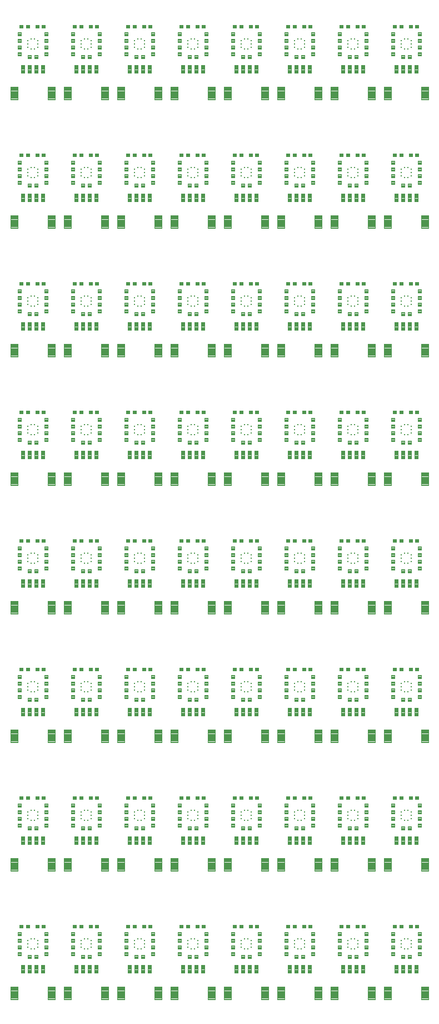
<source format=gtp>
G04 EAGLE Gerber RS-274X export*
G75*
%MOMM*%
%FSLAX34Y34*%
%LPD*%
%INSolderpaste Top*%
%IPPOS*%
%AMOC8*
5,1,8,0,0,1.08239X$1,22.5*%
G01*
%ADD10C,0.096000*%
%ADD11C,0.102000*%
%ADD12R,0.225000X0.200000*%
%ADD13R,0.200000X0.225000*%


D10*
X15620Y4530D02*
X4580Y4530D01*
X4580Y23570D01*
X15620Y23570D01*
X15620Y4530D01*
X15620Y5442D02*
X4580Y5442D01*
X4580Y6354D02*
X15620Y6354D01*
X15620Y7266D02*
X4580Y7266D01*
X4580Y8178D02*
X15620Y8178D01*
X15620Y9090D02*
X4580Y9090D01*
X4580Y10002D02*
X15620Y10002D01*
X15620Y10914D02*
X4580Y10914D01*
X4580Y11826D02*
X15620Y11826D01*
X15620Y12738D02*
X4580Y12738D01*
X4580Y13650D02*
X15620Y13650D01*
X15620Y14562D02*
X4580Y14562D01*
X4580Y15474D02*
X15620Y15474D01*
X15620Y16386D02*
X4580Y16386D01*
X4580Y17298D02*
X15620Y17298D01*
X15620Y18210D02*
X4580Y18210D01*
X4580Y19122D02*
X15620Y19122D01*
X15620Y20034D02*
X4580Y20034D01*
X4580Y20946D02*
X15620Y20946D01*
X15620Y21858D02*
X4580Y21858D01*
X4580Y22770D02*
X15620Y22770D01*
X60580Y4530D02*
X71620Y4530D01*
X60580Y4530D02*
X60580Y23570D01*
X71620Y23570D01*
X71620Y4530D01*
X71620Y5442D02*
X60580Y5442D01*
X60580Y6354D02*
X71620Y6354D01*
X71620Y7266D02*
X60580Y7266D01*
X60580Y8178D02*
X71620Y8178D01*
X71620Y9090D02*
X60580Y9090D01*
X60580Y10002D02*
X71620Y10002D01*
X71620Y10914D02*
X60580Y10914D01*
X60580Y11826D02*
X71620Y11826D01*
X71620Y12738D02*
X60580Y12738D01*
X60580Y13650D02*
X71620Y13650D01*
X71620Y14562D02*
X60580Y14562D01*
X60580Y15474D02*
X71620Y15474D01*
X71620Y16386D02*
X60580Y16386D01*
X60580Y17298D02*
X71620Y17298D01*
X71620Y18210D02*
X60580Y18210D01*
X60580Y19122D02*
X71620Y19122D01*
X71620Y20034D02*
X60580Y20034D01*
X60580Y20946D02*
X71620Y20946D01*
X71620Y21858D02*
X60580Y21858D01*
X60580Y22770D02*
X71620Y22770D01*
D11*
X25590Y44560D02*
X20610Y44560D01*
X20610Y57040D01*
X25590Y57040D01*
X25590Y44560D01*
X25590Y45529D02*
X20610Y45529D01*
X20610Y46498D02*
X25590Y46498D01*
X25590Y47467D02*
X20610Y47467D01*
X20610Y48436D02*
X25590Y48436D01*
X25590Y49405D02*
X20610Y49405D01*
X20610Y50374D02*
X25590Y50374D01*
X25590Y51343D02*
X20610Y51343D01*
X20610Y52312D02*
X25590Y52312D01*
X25590Y53281D02*
X20610Y53281D01*
X20610Y54250D02*
X25590Y54250D01*
X25590Y55219D02*
X20610Y55219D01*
X20610Y56188D02*
X25590Y56188D01*
X30610Y44560D02*
X35590Y44560D01*
X30610Y44560D02*
X30610Y57040D01*
X35590Y57040D01*
X35590Y44560D01*
X35590Y45529D02*
X30610Y45529D01*
X30610Y46498D02*
X35590Y46498D01*
X35590Y47467D02*
X30610Y47467D01*
X30610Y48436D02*
X35590Y48436D01*
X35590Y49405D02*
X30610Y49405D01*
X30610Y50374D02*
X35590Y50374D01*
X35590Y51343D02*
X30610Y51343D01*
X30610Y52312D02*
X35590Y52312D01*
X35590Y53281D02*
X30610Y53281D01*
X30610Y54250D02*
X35590Y54250D01*
X35590Y55219D02*
X30610Y55219D01*
X30610Y56188D02*
X35590Y56188D01*
X40610Y44560D02*
X45590Y44560D01*
X40610Y44560D02*
X40610Y57040D01*
X45590Y57040D01*
X45590Y44560D01*
X45590Y45529D02*
X40610Y45529D01*
X40610Y46498D02*
X45590Y46498D01*
X45590Y47467D02*
X40610Y47467D01*
X40610Y48436D02*
X45590Y48436D01*
X45590Y49405D02*
X40610Y49405D01*
X40610Y50374D02*
X45590Y50374D01*
X45590Y51343D02*
X40610Y51343D01*
X40610Y52312D02*
X45590Y52312D01*
X45590Y53281D02*
X40610Y53281D01*
X40610Y54250D02*
X45590Y54250D01*
X45590Y55219D02*
X40610Y55219D01*
X40610Y56188D02*
X45590Y56188D01*
X50610Y44560D02*
X55590Y44560D01*
X50610Y44560D02*
X50610Y57040D01*
X55590Y57040D01*
X55590Y44560D01*
X55590Y45529D02*
X50610Y45529D01*
X50610Y46498D02*
X55590Y46498D01*
X55590Y47467D02*
X50610Y47467D01*
X50610Y48436D02*
X55590Y48436D01*
X55590Y49405D02*
X50610Y49405D01*
X50610Y50374D02*
X55590Y50374D01*
X55590Y51343D02*
X50610Y51343D01*
X50610Y52312D02*
X55590Y52312D01*
X55590Y53281D02*
X50610Y53281D01*
X50610Y54250D02*
X55590Y54250D01*
X55590Y55219D02*
X50610Y55219D01*
X50610Y56188D02*
X55590Y56188D01*
D12*
X30475Y88900D03*
X45725Y88900D03*
D13*
X40600Y81275D03*
X40600Y96525D03*
X35600Y81275D03*
X35600Y96525D03*
D12*
X30475Y83900D03*
X45725Y83900D03*
X30475Y93900D03*
X45725Y93900D03*
D11*
X52040Y118060D02*
X57020Y118060D01*
X57020Y113080D01*
X52040Y113080D01*
X52040Y118060D01*
X52040Y114049D02*
X57020Y114049D01*
X57020Y115018D02*
X52040Y115018D01*
X52040Y115987D02*
X57020Y115987D01*
X57020Y116956D02*
X52040Y116956D01*
X52040Y117925D02*
X57020Y117925D01*
X47020Y118060D02*
X42040Y118060D01*
X47020Y118060D02*
X47020Y113080D01*
X42040Y113080D01*
X42040Y118060D01*
X42040Y114049D02*
X47020Y114049D01*
X47020Y115018D02*
X42040Y115018D01*
X42040Y115987D02*
X47020Y115987D01*
X47020Y116956D02*
X42040Y116956D01*
X42040Y117925D02*
X47020Y117925D01*
X22890Y113080D02*
X17910Y113080D01*
X17910Y118060D01*
X22890Y118060D01*
X22890Y113080D01*
X22890Y114049D02*
X17910Y114049D01*
X17910Y115018D02*
X22890Y115018D01*
X22890Y115987D02*
X17910Y115987D01*
X17910Y116956D02*
X22890Y116956D01*
X22890Y117925D02*
X17910Y117925D01*
X27910Y113080D02*
X32890Y113080D01*
X27910Y113080D02*
X27910Y118060D01*
X32890Y118060D01*
X32890Y113080D01*
X32890Y114049D02*
X27910Y114049D01*
X27910Y115018D02*
X32890Y115018D01*
X32890Y115987D02*
X27910Y115987D01*
X27910Y116956D02*
X32890Y116956D01*
X32890Y117925D02*
X27910Y117925D01*
X60910Y96550D02*
X60910Y91570D01*
X55930Y91570D01*
X55930Y96550D01*
X60910Y96550D01*
X60910Y92539D02*
X55930Y92539D01*
X55930Y93508D02*
X60910Y93508D01*
X60910Y94477D02*
X55930Y94477D01*
X55930Y95446D02*
X60910Y95446D01*
X60910Y96415D02*
X55930Y96415D01*
X60910Y101570D02*
X60910Y106550D01*
X60910Y101570D02*
X55930Y101570D01*
X55930Y106550D01*
X60910Y106550D01*
X60910Y102539D02*
X55930Y102539D01*
X55930Y103508D02*
X60910Y103508D01*
X60910Y104477D02*
X55930Y104477D01*
X55930Y105446D02*
X60910Y105446D01*
X60910Y106415D02*
X55930Y106415D01*
X60910Y76230D02*
X60910Y71250D01*
X55930Y71250D01*
X55930Y76230D01*
X60910Y76230D01*
X60910Y72219D02*
X55930Y72219D01*
X55930Y73188D02*
X60910Y73188D01*
X60910Y74157D02*
X55930Y74157D01*
X55930Y75126D02*
X60910Y75126D01*
X60910Y76095D02*
X55930Y76095D01*
X60910Y81250D02*
X60910Y86230D01*
X60910Y81250D02*
X55930Y81250D01*
X55930Y86230D01*
X60910Y86230D01*
X60910Y82219D02*
X55930Y82219D01*
X55930Y83188D02*
X60910Y83188D01*
X60910Y84157D02*
X55930Y84157D01*
X55930Y85126D02*
X60910Y85126D01*
X60910Y86095D02*
X55930Y86095D01*
X35590Y66852D02*
X30610Y66852D01*
X30610Y71832D01*
X35590Y71832D01*
X35590Y66852D01*
X35590Y67821D02*
X30610Y67821D01*
X30610Y68790D02*
X35590Y68790D01*
X35590Y69759D02*
X30610Y69759D01*
X30610Y70728D02*
X35590Y70728D01*
X35590Y71697D02*
X30610Y71697D01*
X40610Y66852D02*
X45590Y66852D01*
X40610Y66852D02*
X40610Y71832D01*
X45590Y71832D01*
X45590Y66852D01*
X45590Y67821D02*
X40610Y67821D01*
X40610Y68790D02*
X45590Y68790D01*
X45590Y69759D02*
X40610Y69759D01*
X40610Y70728D02*
X45590Y70728D01*
X45590Y71697D02*
X40610Y71697D01*
X20270Y71250D02*
X20270Y76230D01*
X20270Y71250D02*
X15290Y71250D01*
X15290Y76230D01*
X20270Y76230D01*
X20270Y72219D02*
X15290Y72219D01*
X15290Y73188D02*
X20270Y73188D01*
X20270Y74157D02*
X15290Y74157D01*
X15290Y75126D02*
X20270Y75126D01*
X20270Y76095D02*
X15290Y76095D01*
X20270Y81250D02*
X20270Y86230D01*
X20270Y81250D02*
X15290Y81250D01*
X15290Y86230D01*
X20270Y86230D01*
X20270Y82219D02*
X15290Y82219D01*
X15290Y83188D02*
X20270Y83188D01*
X20270Y84157D02*
X15290Y84157D01*
X15290Y85126D02*
X20270Y85126D01*
X20270Y86095D02*
X15290Y86095D01*
X20270Y91570D02*
X20270Y96550D01*
X20270Y91570D02*
X15290Y91570D01*
X15290Y96550D01*
X20270Y96550D01*
X20270Y92539D02*
X15290Y92539D01*
X15290Y93508D02*
X20270Y93508D01*
X20270Y94477D02*
X15290Y94477D01*
X15290Y95446D02*
X20270Y95446D01*
X20270Y96415D02*
X15290Y96415D01*
X20270Y101570D02*
X20270Y106550D01*
X20270Y101570D02*
X15290Y101570D01*
X15290Y106550D01*
X20270Y106550D01*
X20270Y102539D02*
X15290Y102539D01*
X15290Y103508D02*
X20270Y103508D01*
X20270Y104477D02*
X15290Y104477D01*
X15290Y105446D02*
X20270Y105446D01*
X20270Y106415D02*
X15290Y106415D01*
D10*
X85860Y4530D02*
X96900Y4530D01*
X85860Y4530D02*
X85860Y23570D01*
X96900Y23570D01*
X96900Y4530D01*
X96900Y5442D02*
X85860Y5442D01*
X85860Y6354D02*
X96900Y6354D01*
X96900Y7266D02*
X85860Y7266D01*
X85860Y8178D02*
X96900Y8178D01*
X96900Y9090D02*
X85860Y9090D01*
X85860Y10002D02*
X96900Y10002D01*
X96900Y10914D02*
X85860Y10914D01*
X85860Y11826D02*
X96900Y11826D01*
X96900Y12738D02*
X85860Y12738D01*
X85860Y13650D02*
X96900Y13650D01*
X96900Y14562D02*
X85860Y14562D01*
X85860Y15474D02*
X96900Y15474D01*
X96900Y16386D02*
X85860Y16386D01*
X85860Y17298D02*
X96900Y17298D01*
X96900Y18210D02*
X85860Y18210D01*
X85860Y19122D02*
X96900Y19122D01*
X96900Y20034D02*
X85860Y20034D01*
X85860Y20946D02*
X96900Y20946D01*
X96900Y21858D02*
X85860Y21858D01*
X85860Y22770D02*
X96900Y22770D01*
X141860Y4530D02*
X152900Y4530D01*
X141860Y4530D02*
X141860Y23570D01*
X152900Y23570D01*
X152900Y4530D01*
X152900Y5442D02*
X141860Y5442D01*
X141860Y6354D02*
X152900Y6354D01*
X152900Y7266D02*
X141860Y7266D01*
X141860Y8178D02*
X152900Y8178D01*
X152900Y9090D02*
X141860Y9090D01*
X141860Y10002D02*
X152900Y10002D01*
X152900Y10914D02*
X141860Y10914D01*
X141860Y11826D02*
X152900Y11826D01*
X152900Y12738D02*
X141860Y12738D01*
X141860Y13650D02*
X152900Y13650D01*
X152900Y14562D02*
X141860Y14562D01*
X141860Y15474D02*
X152900Y15474D01*
X152900Y16386D02*
X141860Y16386D01*
X141860Y17298D02*
X152900Y17298D01*
X152900Y18210D02*
X141860Y18210D01*
X141860Y19122D02*
X152900Y19122D01*
X152900Y20034D02*
X141860Y20034D01*
X141860Y20946D02*
X152900Y20946D01*
X152900Y21858D02*
X141860Y21858D01*
X141860Y22770D02*
X152900Y22770D01*
D11*
X106870Y44560D02*
X101890Y44560D01*
X101890Y57040D01*
X106870Y57040D01*
X106870Y44560D01*
X106870Y45529D02*
X101890Y45529D01*
X101890Y46498D02*
X106870Y46498D01*
X106870Y47467D02*
X101890Y47467D01*
X101890Y48436D02*
X106870Y48436D01*
X106870Y49405D02*
X101890Y49405D01*
X101890Y50374D02*
X106870Y50374D01*
X106870Y51343D02*
X101890Y51343D01*
X101890Y52312D02*
X106870Y52312D01*
X106870Y53281D02*
X101890Y53281D01*
X101890Y54250D02*
X106870Y54250D01*
X106870Y55219D02*
X101890Y55219D01*
X101890Y56188D02*
X106870Y56188D01*
X111890Y44560D02*
X116870Y44560D01*
X111890Y44560D02*
X111890Y57040D01*
X116870Y57040D01*
X116870Y44560D01*
X116870Y45529D02*
X111890Y45529D01*
X111890Y46498D02*
X116870Y46498D01*
X116870Y47467D02*
X111890Y47467D01*
X111890Y48436D02*
X116870Y48436D01*
X116870Y49405D02*
X111890Y49405D01*
X111890Y50374D02*
X116870Y50374D01*
X116870Y51343D02*
X111890Y51343D01*
X111890Y52312D02*
X116870Y52312D01*
X116870Y53281D02*
X111890Y53281D01*
X111890Y54250D02*
X116870Y54250D01*
X116870Y55219D02*
X111890Y55219D01*
X111890Y56188D02*
X116870Y56188D01*
X121890Y44560D02*
X126870Y44560D01*
X121890Y44560D02*
X121890Y57040D01*
X126870Y57040D01*
X126870Y44560D01*
X126870Y45529D02*
X121890Y45529D01*
X121890Y46498D02*
X126870Y46498D01*
X126870Y47467D02*
X121890Y47467D01*
X121890Y48436D02*
X126870Y48436D01*
X126870Y49405D02*
X121890Y49405D01*
X121890Y50374D02*
X126870Y50374D01*
X126870Y51343D02*
X121890Y51343D01*
X121890Y52312D02*
X126870Y52312D01*
X126870Y53281D02*
X121890Y53281D01*
X121890Y54250D02*
X126870Y54250D01*
X126870Y55219D02*
X121890Y55219D01*
X121890Y56188D02*
X126870Y56188D01*
X131890Y44560D02*
X136870Y44560D01*
X131890Y44560D02*
X131890Y57040D01*
X136870Y57040D01*
X136870Y44560D01*
X136870Y45529D02*
X131890Y45529D01*
X131890Y46498D02*
X136870Y46498D01*
X136870Y47467D02*
X131890Y47467D01*
X131890Y48436D02*
X136870Y48436D01*
X136870Y49405D02*
X131890Y49405D01*
X131890Y50374D02*
X136870Y50374D01*
X136870Y51343D02*
X131890Y51343D01*
X131890Y52312D02*
X136870Y52312D01*
X136870Y53281D02*
X131890Y53281D01*
X131890Y54250D02*
X136870Y54250D01*
X136870Y55219D02*
X131890Y55219D01*
X131890Y56188D02*
X136870Y56188D01*
D12*
X111755Y88900D03*
X127005Y88900D03*
D13*
X121880Y81275D03*
X121880Y96525D03*
X116880Y81275D03*
X116880Y96525D03*
D12*
X111755Y83900D03*
X127005Y83900D03*
X111755Y93900D03*
X127005Y93900D03*
D11*
X133320Y118060D02*
X138300Y118060D01*
X138300Y113080D01*
X133320Y113080D01*
X133320Y118060D01*
X133320Y114049D02*
X138300Y114049D01*
X138300Y115018D02*
X133320Y115018D01*
X133320Y115987D02*
X138300Y115987D01*
X138300Y116956D02*
X133320Y116956D01*
X133320Y117925D02*
X138300Y117925D01*
X128300Y118060D02*
X123320Y118060D01*
X128300Y118060D02*
X128300Y113080D01*
X123320Y113080D01*
X123320Y118060D01*
X123320Y114049D02*
X128300Y114049D01*
X128300Y115018D02*
X123320Y115018D01*
X123320Y115987D02*
X128300Y115987D01*
X128300Y116956D02*
X123320Y116956D01*
X123320Y117925D02*
X128300Y117925D01*
X104170Y113080D02*
X99190Y113080D01*
X99190Y118060D01*
X104170Y118060D01*
X104170Y113080D01*
X104170Y114049D02*
X99190Y114049D01*
X99190Y115018D02*
X104170Y115018D01*
X104170Y115987D02*
X99190Y115987D01*
X99190Y116956D02*
X104170Y116956D01*
X104170Y117925D02*
X99190Y117925D01*
X109190Y113080D02*
X114170Y113080D01*
X109190Y113080D02*
X109190Y118060D01*
X114170Y118060D01*
X114170Y113080D01*
X114170Y114049D02*
X109190Y114049D01*
X109190Y115018D02*
X114170Y115018D01*
X114170Y115987D02*
X109190Y115987D01*
X109190Y116956D02*
X114170Y116956D01*
X114170Y117925D02*
X109190Y117925D01*
X142190Y96550D02*
X142190Y91570D01*
X137210Y91570D01*
X137210Y96550D01*
X142190Y96550D01*
X142190Y92539D02*
X137210Y92539D01*
X137210Y93508D02*
X142190Y93508D01*
X142190Y94477D02*
X137210Y94477D01*
X137210Y95446D02*
X142190Y95446D01*
X142190Y96415D02*
X137210Y96415D01*
X142190Y101570D02*
X142190Y106550D01*
X142190Y101570D02*
X137210Y101570D01*
X137210Y106550D01*
X142190Y106550D01*
X142190Y102539D02*
X137210Y102539D01*
X137210Y103508D02*
X142190Y103508D01*
X142190Y104477D02*
X137210Y104477D01*
X137210Y105446D02*
X142190Y105446D01*
X142190Y106415D02*
X137210Y106415D01*
X142190Y76230D02*
X142190Y71250D01*
X137210Y71250D01*
X137210Y76230D01*
X142190Y76230D01*
X142190Y72219D02*
X137210Y72219D01*
X137210Y73188D02*
X142190Y73188D01*
X142190Y74157D02*
X137210Y74157D01*
X137210Y75126D02*
X142190Y75126D01*
X142190Y76095D02*
X137210Y76095D01*
X142190Y81250D02*
X142190Y86230D01*
X142190Y81250D02*
X137210Y81250D01*
X137210Y86230D01*
X142190Y86230D01*
X142190Y82219D02*
X137210Y82219D01*
X137210Y83188D02*
X142190Y83188D01*
X142190Y84157D02*
X137210Y84157D01*
X137210Y85126D02*
X142190Y85126D01*
X142190Y86095D02*
X137210Y86095D01*
X116870Y66852D02*
X111890Y66852D01*
X111890Y71832D01*
X116870Y71832D01*
X116870Y66852D01*
X116870Y67821D02*
X111890Y67821D01*
X111890Y68790D02*
X116870Y68790D01*
X116870Y69759D02*
X111890Y69759D01*
X111890Y70728D02*
X116870Y70728D01*
X116870Y71697D02*
X111890Y71697D01*
X121890Y66852D02*
X126870Y66852D01*
X121890Y66852D02*
X121890Y71832D01*
X126870Y71832D01*
X126870Y66852D01*
X126870Y67821D02*
X121890Y67821D01*
X121890Y68790D02*
X126870Y68790D01*
X126870Y69759D02*
X121890Y69759D01*
X121890Y70728D02*
X126870Y70728D01*
X126870Y71697D02*
X121890Y71697D01*
X101550Y71250D02*
X101550Y76230D01*
X101550Y71250D02*
X96570Y71250D01*
X96570Y76230D01*
X101550Y76230D01*
X101550Y72219D02*
X96570Y72219D01*
X96570Y73188D02*
X101550Y73188D01*
X101550Y74157D02*
X96570Y74157D01*
X96570Y75126D02*
X101550Y75126D01*
X101550Y76095D02*
X96570Y76095D01*
X101550Y81250D02*
X101550Y86230D01*
X101550Y81250D02*
X96570Y81250D01*
X96570Y86230D01*
X101550Y86230D01*
X101550Y82219D02*
X96570Y82219D01*
X96570Y83188D02*
X101550Y83188D01*
X101550Y84157D02*
X96570Y84157D01*
X96570Y85126D02*
X101550Y85126D01*
X101550Y86095D02*
X96570Y86095D01*
X101550Y91570D02*
X101550Y96550D01*
X101550Y91570D02*
X96570Y91570D01*
X96570Y96550D01*
X101550Y96550D01*
X101550Y92539D02*
X96570Y92539D01*
X96570Y93508D02*
X101550Y93508D01*
X101550Y94477D02*
X96570Y94477D01*
X96570Y95446D02*
X101550Y95446D01*
X101550Y96415D02*
X96570Y96415D01*
X101550Y101570D02*
X101550Y106550D01*
X101550Y101570D02*
X96570Y101570D01*
X96570Y106550D01*
X101550Y106550D01*
X101550Y102539D02*
X96570Y102539D01*
X96570Y103508D02*
X101550Y103508D01*
X101550Y104477D02*
X96570Y104477D01*
X96570Y105446D02*
X101550Y105446D01*
X101550Y106415D02*
X96570Y106415D01*
D10*
X167140Y4530D02*
X178180Y4530D01*
X167140Y4530D02*
X167140Y23570D01*
X178180Y23570D01*
X178180Y4530D01*
X178180Y5442D02*
X167140Y5442D01*
X167140Y6354D02*
X178180Y6354D01*
X178180Y7266D02*
X167140Y7266D01*
X167140Y8178D02*
X178180Y8178D01*
X178180Y9090D02*
X167140Y9090D01*
X167140Y10002D02*
X178180Y10002D01*
X178180Y10914D02*
X167140Y10914D01*
X167140Y11826D02*
X178180Y11826D01*
X178180Y12738D02*
X167140Y12738D01*
X167140Y13650D02*
X178180Y13650D01*
X178180Y14562D02*
X167140Y14562D01*
X167140Y15474D02*
X178180Y15474D01*
X178180Y16386D02*
X167140Y16386D01*
X167140Y17298D02*
X178180Y17298D01*
X178180Y18210D02*
X167140Y18210D01*
X167140Y19122D02*
X178180Y19122D01*
X178180Y20034D02*
X167140Y20034D01*
X167140Y20946D02*
X178180Y20946D01*
X178180Y21858D02*
X167140Y21858D01*
X167140Y22770D02*
X178180Y22770D01*
X223140Y4530D02*
X234180Y4530D01*
X223140Y4530D02*
X223140Y23570D01*
X234180Y23570D01*
X234180Y4530D01*
X234180Y5442D02*
X223140Y5442D01*
X223140Y6354D02*
X234180Y6354D01*
X234180Y7266D02*
X223140Y7266D01*
X223140Y8178D02*
X234180Y8178D01*
X234180Y9090D02*
X223140Y9090D01*
X223140Y10002D02*
X234180Y10002D01*
X234180Y10914D02*
X223140Y10914D01*
X223140Y11826D02*
X234180Y11826D01*
X234180Y12738D02*
X223140Y12738D01*
X223140Y13650D02*
X234180Y13650D01*
X234180Y14562D02*
X223140Y14562D01*
X223140Y15474D02*
X234180Y15474D01*
X234180Y16386D02*
X223140Y16386D01*
X223140Y17298D02*
X234180Y17298D01*
X234180Y18210D02*
X223140Y18210D01*
X223140Y19122D02*
X234180Y19122D01*
X234180Y20034D02*
X223140Y20034D01*
X223140Y20946D02*
X234180Y20946D01*
X234180Y21858D02*
X223140Y21858D01*
X223140Y22770D02*
X234180Y22770D01*
D11*
X188150Y44560D02*
X183170Y44560D01*
X183170Y57040D01*
X188150Y57040D01*
X188150Y44560D01*
X188150Y45529D02*
X183170Y45529D01*
X183170Y46498D02*
X188150Y46498D01*
X188150Y47467D02*
X183170Y47467D01*
X183170Y48436D02*
X188150Y48436D01*
X188150Y49405D02*
X183170Y49405D01*
X183170Y50374D02*
X188150Y50374D01*
X188150Y51343D02*
X183170Y51343D01*
X183170Y52312D02*
X188150Y52312D01*
X188150Y53281D02*
X183170Y53281D01*
X183170Y54250D02*
X188150Y54250D01*
X188150Y55219D02*
X183170Y55219D01*
X183170Y56188D02*
X188150Y56188D01*
X193170Y44560D02*
X198150Y44560D01*
X193170Y44560D02*
X193170Y57040D01*
X198150Y57040D01*
X198150Y44560D01*
X198150Y45529D02*
X193170Y45529D01*
X193170Y46498D02*
X198150Y46498D01*
X198150Y47467D02*
X193170Y47467D01*
X193170Y48436D02*
X198150Y48436D01*
X198150Y49405D02*
X193170Y49405D01*
X193170Y50374D02*
X198150Y50374D01*
X198150Y51343D02*
X193170Y51343D01*
X193170Y52312D02*
X198150Y52312D01*
X198150Y53281D02*
X193170Y53281D01*
X193170Y54250D02*
X198150Y54250D01*
X198150Y55219D02*
X193170Y55219D01*
X193170Y56188D02*
X198150Y56188D01*
X203170Y44560D02*
X208150Y44560D01*
X203170Y44560D02*
X203170Y57040D01*
X208150Y57040D01*
X208150Y44560D01*
X208150Y45529D02*
X203170Y45529D01*
X203170Y46498D02*
X208150Y46498D01*
X208150Y47467D02*
X203170Y47467D01*
X203170Y48436D02*
X208150Y48436D01*
X208150Y49405D02*
X203170Y49405D01*
X203170Y50374D02*
X208150Y50374D01*
X208150Y51343D02*
X203170Y51343D01*
X203170Y52312D02*
X208150Y52312D01*
X208150Y53281D02*
X203170Y53281D01*
X203170Y54250D02*
X208150Y54250D01*
X208150Y55219D02*
X203170Y55219D01*
X203170Y56188D02*
X208150Y56188D01*
X213170Y44560D02*
X218150Y44560D01*
X213170Y44560D02*
X213170Y57040D01*
X218150Y57040D01*
X218150Y44560D01*
X218150Y45529D02*
X213170Y45529D01*
X213170Y46498D02*
X218150Y46498D01*
X218150Y47467D02*
X213170Y47467D01*
X213170Y48436D02*
X218150Y48436D01*
X218150Y49405D02*
X213170Y49405D01*
X213170Y50374D02*
X218150Y50374D01*
X218150Y51343D02*
X213170Y51343D01*
X213170Y52312D02*
X218150Y52312D01*
X218150Y53281D02*
X213170Y53281D01*
X213170Y54250D02*
X218150Y54250D01*
X218150Y55219D02*
X213170Y55219D01*
X213170Y56188D02*
X218150Y56188D01*
D12*
X193035Y88900D03*
X208285Y88900D03*
D13*
X203160Y81275D03*
X203160Y96525D03*
X198160Y81275D03*
X198160Y96525D03*
D12*
X193035Y83900D03*
X208285Y83900D03*
X193035Y93900D03*
X208285Y93900D03*
D11*
X214600Y118060D02*
X219580Y118060D01*
X219580Y113080D01*
X214600Y113080D01*
X214600Y118060D01*
X214600Y114049D02*
X219580Y114049D01*
X219580Y115018D02*
X214600Y115018D01*
X214600Y115987D02*
X219580Y115987D01*
X219580Y116956D02*
X214600Y116956D01*
X214600Y117925D02*
X219580Y117925D01*
X209580Y118060D02*
X204600Y118060D01*
X209580Y118060D02*
X209580Y113080D01*
X204600Y113080D01*
X204600Y118060D01*
X204600Y114049D02*
X209580Y114049D01*
X209580Y115018D02*
X204600Y115018D01*
X204600Y115987D02*
X209580Y115987D01*
X209580Y116956D02*
X204600Y116956D01*
X204600Y117925D02*
X209580Y117925D01*
X185450Y113080D02*
X180470Y113080D01*
X180470Y118060D01*
X185450Y118060D01*
X185450Y113080D01*
X185450Y114049D02*
X180470Y114049D01*
X180470Y115018D02*
X185450Y115018D01*
X185450Y115987D02*
X180470Y115987D01*
X180470Y116956D02*
X185450Y116956D01*
X185450Y117925D02*
X180470Y117925D01*
X190470Y113080D02*
X195450Y113080D01*
X190470Y113080D02*
X190470Y118060D01*
X195450Y118060D01*
X195450Y113080D01*
X195450Y114049D02*
X190470Y114049D01*
X190470Y115018D02*
X195450Y115018D01*
X195450Y115987D02*
X190470Y115987D01*
X190470Y116956D02*
X195450Y116956D01*
X195450Y117925D02*
X190470Y117925D01*
X223470Y96550D02*
X223470Y91570D01*
X218490Y91570D01*
X218490Y96550D01*
X223470Y96550D01*
X223470Y92539D02*
X218490Y92539D01*
X218490Y93508D02*
X223470Y93508D01*
X223470Y94477D02*
X218490Y94477D01*
X218490Y95446D02*
X223470Y95446D01*
X223470Y96415D02*
X218490Y96415D01*
X223470Y101570D02*
X223470Y106550D01*
X223470Y101570D02*
X218490Y101570D01*
X218490Y106550D01*
X223470Y106550D01*
X223470Y102539D02*
X218490Y102539D01*
X218490Y103508D02*
X223470Y103508D01*
X223470Y104477D02*
X218490Y104477D01*
X218490Y105446D02*
X223470Y105446D01*
X223470Y106415D02*
X218490Y106415D01*
X223470Y76230D02*
X223470Y71250D01*
X218490Y71250D01*
X218490Y76230D01*
X223470Y76230D01*
X223470Y72219D02*
X218490Y72219D01*
X218490Y73188D02*
X223470Y73188D01*
X223470Y74157D02*
X218490Y74157D01*
X218490Y75126D02*
X223470Y75126D01*
X223470Y76095D02*
X218490Y76095D01*
X223470Y81250D02*
X223470Y86230D01*
X223470Y81250D02*
X218490Y81250D01*
X218490Y86230D01*
X223470Y86230D01*
X223470Y82219D02*
X218490Y82219D01*
X218490Y83188D02*
X223470Y83188D01*
X223470Y84157D02*
X218490Y84157D01*
X218490Y85126D02*
X223470Y85126D01*
X223470Y86095D02*
X218490Y86095D01*
X198150Y66852D02*
X193170Y66852D01*
X193170Y71832D01*
X198150Y71832D01*
X198150Y66852D01*
X198150Y67821D02*
X193170Y67821D01*
X193170Y68790D02*
X198150Y68790D01*
X198150Y69759D02*
X193170Y69759D01*
X193170Y70728D02*
X198150Y70728D01*
X198150Y71697D02*
X193170Y71697D01*
X203170Y66852D02*
X208150Y66852D01*
X203170Y66852D02*
X203170Y71832D01*
X208150Y71832D01*
X208150Y66852D01*
X208150Y67821D02*
X203170Y67821D01*
X203170Y68790D02*
X208150Y68790D01*
X208150Y69759D02*
X203170Y69759D01*
X203170Y70728D02*
X208150Y70728D01*
X208150Y71697D02*
X203170Y71697D01*
X182830Y71250D02*
X182830Y76230D01*
X182830Y71250D02*
X177850Y71250D01*
X177850Y76230D01*
X182830Y76230D01*
X182830Y72219D02*
X177850Y72219D01*
X177850Y73188D02*
X182830Y73188D01*
X182830Y74157D02*
X177850Y74157D01*
X177850Y75126D02*
X182830Y75126D01*
X182830Y76095D02*
X177850Y76095D01*
X182830Y81250D02*
X182830Y86230D01*
X182830Y81250D02*
X177850Y81250D01*
X177850Y86230D01*
X182830Y86230D01*
X182830Y82219D02*
X177850Y82219D01*
X177850Y83188D02*
X182830Y83188D01*
X182830Y84157D02*
X177850Y84157D01*
X177850Y85126D02*
X182830Y85126D01*
X182830Y86095D02*
X177850Y86095D01*
X182830Y91570D02*
X182830Y96550D01*
X182830Y91570D02*
X177850Y91570D01*
X177850Y96550D01*
X182830Y96550D01*
X182830Y92539D02*
X177850Y92539D01*
X177850Y93508D02*
X182830Y93508D01*
X182830Y94477D02*
X177850Y94477D01*
X177850Y95446D02*
X182830Y95446D01*
X182830Y96415D02*
X177850Y96415D01*
X182830Y101570D02*
X182830Y106550D01*
X182830Y101570D02*
X177850Y101570D01*
X177850Y106550D01*
X182830Y106550D01*
X182830Y102539D02*
X177850Y102539D01*
X177850Y103508D02*
X182830Y103508D01*
X182830Y104477D02*
X177850Y104477D01*
X177850Y105446D02*
X182830Y105446D01*
X182830Y106415D02*
X177850Y106415D01*
D10*
X248420Y4530D02*
X259460Y4530D01*
X248420Y4530D02*
X248420Y23570D01*
X259460Y23570D01*
X259460Y4530D01*
X259460Y5442D02*
X248420Y5442D01*
X248420Y6354D02*
X259460Y6354D01*
X259460Y7266D02*
X248420Y7266D01*
X248420Y8178D02*
X259460Y8178D01*
X259460Y9090D02*
X248420Y9090D01*
X248420Y10002D02*
X259460Y10002D01*
X259460Y10914D02*
X248420Y10914D01*
X248420Y11826D02*
X259460Y11826D01*
X259460Y12738D02*
X248420Y12738D01*
X248420Y13650D02*
X259460Y13650D01*
X259460Y14562D02*
X248420Y14562D01*
X248420Y15474D02*
X259460Y15474D01*
X259460Y16386D02*
X248420Y16386D01*
X248420Y17298D02*
X259460Y17298D01*
X259460Y18210D02*
X248420Y18210D01*
X248420Y19122D02*
X259460Y19122D01*
X259460Y20034D02*
X248420Y20034D01*
X248420Y20946D02*
X259460Y20946D01*
X259460Y21858D02*
X248420Y21858D01*
X248420Y22770D02*
X259460Y22770D01*
X304420Y4530D02*
X315460Y4530D01*
X304420Y4530D02*
X304420Y23570D01*
X315460Y23570D01*
X315460Y4530D01*
X315460Y5442D02*
X304420Y5442D01*
X304420Y6354D02*
X315460Y6354D01*
X315460Y7266D02*
X304420Y7266D01*
X304420Y8178D02*
X315460Y8178D01*
X315460Y9090D02*
X304420Y9090D01*
X304420Y10002D02*
X315460Y10002D01*
X315460Y10914D02*
X304420Y10914D01*
X304420Y11826D02*
X315460Y11826D01*
X315460Y12738D02*
X304420Y12738D01*
X304420Y13650D02*
X315460Y13650D01*
X315460Y14562D02*
X304420Y14562D01*
X304420Y15474D02*
X315460Y15474D01*
X315460Y16386D02*
X304420Y16386D01*
X304420Y17298D02*
X315460Y17298D01*
X315460Y18210D02*
X304420Y18210D01*
X304420Y19122D02*
X315460Y19122D01*
X315460Y20034D02*
X304420Y20034D01*
X304420Y20946D02*
X315460Y20946D01*
X315460Y21858D02*
X304420Y21858D01*
X304420Y22770D02*
X315460Y22770D01*
D11*
X269430Y44560D02*
X264450Y44560D01*
X264450Y57040D01*
X269430Y57040D01*
X269430Y44560D01*
X269430Y45529D02*
X264450Y45529D01*
X264450Y46498D02*
X269430Y46498D01*
X269430Y47467D02*
X264450Y47467D01*
X264450Y48436D02*
X269430Y48436D01*
X269430Y49405D02*
X264450Y49405D01*
X264450Y50374D02*
X269430Y50374D01*
X269430Y51343D02*
X264450Y51343D01*
X264450Y52312D02*
X269430Y52312D01*
X269430Y53281D02*
X264450Y53281D01*
X264450Y54250D02*
X269430Y54250D01*
X269430Y55219D02*
X264450Y55219D01*
X264450Y56188D02*
X269430Y56188D01*
X274450Y44560D02*
X279430Y44560D01*
X274450Y44560D02*
X274450Y57040D01*
X279430Y57040D01*
X279430Y44560D01*
X279430Y45529D02*
X274450Y45529D01*
X274450Y46498D02*
X279430Y46498D01*
X279430Y47467D02*
X274450Y47467D01*
X274450Y48436D02*
X279430Y48436D01*
X279430Y49405D02*
X274450Y49405D01*
X274450Y50374D02*
X279430Y50374D01*
X279430Y51343D02*
X274450Y51343D01*
X274450Y52312D02*
X279430Y52312D01*
X279430Y53281D02*
X274450Y53281D01*
X274450Y54250D02*
X279430Y54250D01*
X279430Y55219D02*
X274450Y55219D01*
X274450Y56188D02*
X279430Y56188D01*
X284450Y44560D02*
X289430Y44560D01*
X284450Y44560D02*
X284450Y57040D01*
X289430Y57040D01*
X289430Y44560D01*
X289430Y45529D02*
X284450Y45529D01*
X284450Y46498D02*
X289430Y46498D01*
X289430Y47467D02*
X284450Y47467D01*
X284450Y48436D02*
X289430Y48436D01*
X289430Y49405D02*
X284450Y49405D01*
X284450Y50374D02*
X289430Y50374D01*
X289430Y51343D02*
X284450Y51343D01*
X284450Y52312D02*
X289430Y52312D01*
X289430Y53281D02*
X284450Y53281D01*
X284450Y54250D02*
X289430Y54250D01*
X289430Y55219D02*
X284450Y55219D01*
X284450Y56188D02*
X289430Y56188D01*
X294450Y44560D02*
X299430Y44560D01*
X294450Y44560D02*
X294450Y57040D01*
X299430Y57040D01*
X299430Y44560D01*
X299430Y45529D02*
X294450Y45529D01*
X294450Y46498D02*
X299430Y46498D01*
X299430Y47467D02*
X294450Y47467D01*
X294450Y48436D02*
X299430Y48436D01*
X299430Y49405D02*
X294450Y49405D01*
X294450Y50374D02*
X299430Y50374D01*
X299430Y51343D02*
X294450Y51343D01*
X294450Y52312D02*
X299430Y52312D01*
X299430Y53281D02*
X294450Y53281D01*
X294450Y54250D02*
X299430Y54250D01*
X299430Y55219D02*
X294450Y55219D01*
X294450Y56188D02*
X299430Y56188D01*
D12*
X274315Y88900D03*
X289565Y88900D03*
D13*
X284440Y81275D03*
X284440Y96525D03*
X279440Y81275D03*
X279440Y96525D03*
D12*
X274315Y83900D03*
X289565Y83900D03*
X274315Y93900D03*
X289565Y93900D03*
D11*
X295880Y118060D02*
X300860Y118060D01*
X300860Y113080D01*
X295880Y113080D01*
X295880Y118060D01*
X295880Y114049D02*
X300860Y114049D01*
X300860Y115018D02*
X295880Y115018D01*
X295880Y115987D02*
X300860Y115987D01*
X300860Y116956D02*
X295880Y116956D01*
X295880Y117925D02*
X300860Y117925D01*
X290860Y118060D02*
X285880Y118060D01*
X290860Y118060D02*
X290860Y113080D01*
X285880Y113080D01*
X285880Y118060D01*
X285880Y114049D02*
X290860Y114049D01*
X290860Y115018D02*
X285880Y115018D01*
X285880Y115987D02*
X290860Y115987D01*
X290860Y116956D02*
X285880Y116956D01*
X285880Y117925D02*
X290860Y117925D01*
X266730Y113080D02*
X261750Y113080D01*
X261750Y118060D01*
X266730Y118060D01*
X266730Y113080D01*
X266730Y114049D02*
X261750Y114049D01*
X261750Y115018D02*
X266730Y115018D01*
X266730Y115987D02*
X261750Y115987D01*
X261750Y116956D02*
X266730Y116956D01*
X266730Y117925D02*
X261750Y117925D01*
X271750Y113080D02*
X276730Y113080D01*
X271750Y113080D02*
X271750Y118060D01*
X276730Y118060D01*
X276730Y113080D01*
X276730Y114049D02*
X271750Y114049D01*
X271750Y115018D02*
X276730Y115018D01*
X276730Y115987D02*
X271750Y115987D01*
X271750Y116956D02*
X276730Y116956D01*
X276730Y117925D02*
X271750Y117925D01*
X304750Y96550D02*
X304750Y91570D01*
X299770Y91570D01*
X299770Y96550D01*
X304750Y96550D01*
X304750Y92539D02*
X299770Y92539D01*
X299770Y93508D02*
X304750Y93508D01*
X304750Y94477D02*
X299770Y94477D01*
X299770Y95446D02*
X304750Y95446D01*
X304750Y96415D02*
X299770Y96415D01*
X304750Y101570D02*
X304750Y106550D01*
X304750Y101570D02*
X299770Y101570D01*
X299770Y106550D01*
X304750Y106550D01*
X304750Y102539D02*
X299770Y102539D01*
X299770Y103508D02*
X304750Y103508D01*
X304750Y104477D02*
X299770Y104477D01*
X299770Y105446D02*
X304750Y105446D01*
X304750Y106415D02*
X299770Y106415D01*
X304750Y76230D02*
X304750Y71250D01*
X299770Y71250D01*
X299770Y76230D01*
X304750Y76230D01*
X304750Y72219D02*
X299770Y72219D01*
X299770Y73188D02*
X304750Y73188D01*
X304750Y74157D02*
X299770Y74157D01*
X299770Y75126D02*
X304750Y75126D01*
X304750Y76095D02*
X299770Y76095D01*
X304750Y81250D02*
X304750Y86230D01*
X304750Y81250D02*
X299770Y81250D01*
X299770Y86230D01*
X304750Y86230D01*
X304750Y82219D02*
X299770Y82219D01*
X299770Y83188D02*
X304750Y83188D01*
X304750Y84157D02*
X299770Y84157D01*
X299770Y85126D02*
X304750Y85126D01*
X304750Y86095D02*
X299770Y86095D01*
X279430Y66852D02*
X274450Y66852D01*
X274450Y71832D01*
X279430Y71832D01*
X279430Y66852D01*
X279430Y67821D02*
X274450Y67821D01*
X274450Y68790D02*
X279430Y68790D01*
X279430Y69759D02*
X274450Y69759D01*
X274450Y70728D02*
X279430Y70728D01*
X279430Y71697D02*
X274450Y71697D01*
X284450Y66852D02*
X289430Y66852D01*
X284450Y66852D02*
X284450Y71832D01*
X289430Y71832D01*
X289430Y66852D01*
X289430Y67821D02*
X284450Y67821D01*
X284450Y68790D02*
X289430Y68790D01*
X289430Y69759D02*
X284450Y69759D01*
X284450Y70728D02*
X289430Y70728D01*
X289430Y71697D02*
X284450Y71697D01*
X264110Y71250D02*
X264110Y76230D01*
X264110Y71250D02*
X259130Y71250D01*
X259130Y76230D01*
X264110Y76230D01*
X264110Y72219D02*
X259130Y72219D01*
X259130Y73188D02*
X264110Y73188D01*
X264110Y74157D02*
X259130Y74157D01*
X259130Y75126D02*
X264110Y75126D01*
X264110Y76095D02*
X259130Y76095D01*
X264110Y81250D02*
X264110Y86230D01*
X264110Y81250D02*
X259130Y81250D01*
X259130Y86230D01*
X264110Y86230D01*
X264110Y82219D02*
X259130Y82219D01*
X259130Y83188D02*
X264110Y83188D01*
X264110Y84157D02*
X259130Y84157D01*
X259130Y85126D02*
X264110Y85126D01*
X264110Y86095D02*
X259130Y86095D01*
X264110Y91570D02*
X264110Y96550D01*
X264110Y91570D02*
X259130Y91570D01*
X259130Y96550D01*
X264110Y96550D01*
X264110Y92539D02*
X259130Y92539D01*
X259130Y93508D02*
X264110Y93508D01*
X264110Y94477D02*
X259130Y94477D01*
X259130Y95446D02*
X264110Y95446D01*
X264110Y96415D02*
X259130Y96415D01*
X264110Y101570D02*
X264110Y106550D01*
X264110Y101570D02*
X259130Y101570D01*
X259130Y106550D01*
X264110Y106550D01*
X264110Y102539D02*
X259130Y102539D01*
X259130Y103508D02*
X264110Y103508D01*
X264110Y104477D02*
X259130Y104477D01*
X259130Y105446D02*
X264110Y105446D01*
X264110Y106415D02*
X259130Y106415D01*
D10*
X329700Y4530D02*
X340740Y4530D01*
X329700Y4530D02*
X329700Y23570D01*
X340740Y23570D01*
X340740Y4530D01*
X340740Y5442D02*
X329700Y5442D01*
X329700Y6354D02*
X340740Y6354D01*
X340740Y7266D02*
X329700Y7266D01*
X329700Y8178D02*
X340740Y8178D01*
X340740Y9090D02*
X329700Y9090D01*
X329700Y10002D02*
X340740Y10002D01*
X340740Y10914D02*
X329700Y10914D01*
X329700Y11826D02*
X340740Y11826D01*
X340740Y12738D02*
X329700Y12738D01*
X329700Y13650D02*
X340740Y13650D01*
X340740Y14562D02*
X329700Y14562D01*
X329700Y15474D02*
X340740Y15474D01*
X340740Y16386D02*
X329700Y16386D01*
X329700Y17298D02*
X340740Y17298D01*
X340740Y18210D02*
X329700Y18210D01*
X329700Y19122D02*
X340740Y19122D01*
X340740Y20034D02*
X329700Y20034D01*
X329700Y20946D02*
X340740Y20946D01*
X340740Y21858D02*
X329700Y21858D01*
X329700Y22770D02*
X340740Y22770D01*
X385700Y4530D02*
X396740Y4530D01*
X385700Y4530D02*
X385700Y23570D01*
X396740Y23570D01*
X396740Y4530D01*
X396740Y5442D02*
X385700Y5442D01*
X385700Y6354D02*
X396740Y6354D01*
X396740Y7266D02*
X385700Y7266D01*
X385700Y8178D02*
X396740Y8178D01*
X396740Y9090D02*
X385700Y9090D01*
X385700Y10002D02*
X396740Y10002D01*
X396740Y10914D02*
X385700Y10914D01*
X385700Y11826D02*
X396740Y11826D01*
X396740Y12738D02*
X385700Y12738D01*
X385700Y13650D02*
X396740Y13650D01*
X396740Y14562D02*
X385700Y14562D01*
X385700Y15474D02*
X396740Y15474D01*
X396740Y16386D02*
X385700Y16386D01*
X385700Y17298D02*
X396740Y17298D01*
X396740Y18210D02*
X385700Y18210D01*
X385700Y19122D02*
X396740Y19122D01*
X396740Y20034D02*
X385700Y20034D01*
X385700Y20946D02*
X396740Y20946D01*
X396740Y21858D02*
X385700Y21858D01*
X385700Y22770D02*
X396740Y22770D01*
D11*
X350710Y44560D02*
X345730Y44560D01*
X345730Y57040D01*
X350710Y57040D01*
X350710Y44560D01*
X350710Y45529D02*
X345730Y45529D01*
X345730Y46498D02*
X350710Y46498D01*
X350710Y47467D02*
X345730Y47467D01*
X345730Y48436D02*
X350710Y48436D01*
X350710Y49405D02*
X345730Y49405D01*
X345730Y50374D02*
X350710Y50374D01*
X350710Y51343D02*
X345730Y51343D01*
X345730Y52312D02*
X350710Y52312D01*
X350710Y53281D02*
X345730Y53281D01*
X345730Y54250D02*
X350710Y54250D01*
X350710Y55219D02*
X345730Y55219D01*
X345730Y56188D02*
X350710Y56188D01*
X355730Y44560D02*
X360710Y44560D01*
X355730Y44560D02*
X355730Y57040D01*
X360710Y57040D01*
X360710Y44560D01*
X360710Y45529D02*
X355730Y45529D01*
X355730Y46498D02*
X360710Y46498D01*
X360710Y47467D02*
X355730Y47467D01*
X355730Y48436D02*
X360710Y48436D01*
X360710Y49405D02*
X355730Y49405D01*
X355730Y50374D02*
X360710Y50374D01*
X360710Y51343D02*
X355730Y51343D01*
X355730Y52312D02*
X360710Y52312D01*
X360710Y53281D02*
X355730Y53281D01*
X355730Y54250D02*
X360710Y54250D01*
X360710Y55219D02*
X355730Y55219D01*
X355730Y56188D02*
X360710Y56188D01*
X365730Y44560D02*
X370710Y44560D01*
X365730Y44560D02*
X365730Y57040D01*
X370710Y57040D01*
X370710Y44560D01*
X370710Y45529D02*
X365730Y45529D01*
X365730Y46498D02*
X370710Y46498D01*
X370710Y47467D02*
X365730Y47467D01*
X365730Y48436D02*
X370710Y48436D01*
X370710Y49405D02*
X365730Y49405D01*
X365730Y50374D02*
X370710Y50374D01*
X370710Y51343D02*
X365730Y51343D01*
X365730Y52312D02*
X370710Y52312D01*
X370710Y53281D02*
X365730Y53281D01*
X365730Y54250D02*
X370710Y54250D01*
X370710Y55219D02*
X365730Y55219D01*
X365730Y56188D02*
X370710Y56188D01*
X375730Y44560D02*
X380710Y44560D01*
X375730Y44560D02*
X375730Y57040D01*
X380710Y57040D01*
X380710Y44560D01*
X380710Y45529D02*
X375730Y45529D01*
X375730Y46498D02*
X380710Y46498D01*
X380710Y47467D02*
X375730Y47467D01*
X375730Y48436D02*
X380710Y48436D01*
X380710Y49405D02*
X375730Y49405D01*
X375730Y50374D02*
X380710Y50374D01*
X380710Y51343D02*
X375730Y51343D01*
X375730Y52312D02*
X380710Y52312D01*
X380710Y53281D02*
X375730Y53281D01*
X375730Y54250D02*
X380710Y54250D01*
X380710Y55219D02*
X375730Y55219D01*
X375730Y56188D02*
X380710Y56188D01*
D12*
X355595Y88900D03*
X370845Y88900D03*
D13*
X365720Y81275D03*
X365720Y96525D03*
X360720Y81275D03*
X360720Y96525D03*
D12*
X355595Y83900D03*
X370845Y83900D03*
X355595Y93900D03*
X370845Y93900D03*
D11*
X377160Y118060D02*
X382140Y118060D01*
X382140Y113080D01*
X377160Y113080D01*
X377160Y118060D01*
X377160Y114049D02*
X382140Y114049D01*
X382140Y115018D02*
X377160Y115018D01*
X377160Y115987D02*
X382140Y115987D01*
X382140Y116956D02*
X377160Y116956D01*
X377160Y117925D02*
X382140Y117925D01*
X372140Y118060D02*
X367160Y118060D01*
X372140Y118060D02*
X372140Y113080D01*
X367160Y113080D01*
X367160Y118060D01*
X367160Y114049D02*
X372140Y114049D01*
X372140Y115018D02*
X367160Y115018D01*
X367160Y115987D02*
X372140Y115987D01*
X372140Y116956D02*
X367160Y116956D01*
X367160Y117925D02*
X372140Y117925D01*
X348010Y113080D02*
X343030Y113080D01*
X343030Y118060D01*
X348010Y118060D01*
X348010Y113080D01*
X348010Y114049D02*
X343030Y114049D01*
X343030Y115018D02*
X348010Y115018D01*
X348010Y115987D02*
X343030Y115987D01*
X343030Y116956D02*
X348010Y116956D01*
X348010Y117925D02*
X343030Y117925D01*
X353030Y113080D02*
X358010Y113080D01*
X353030Y113080D02*
X353030Y118060D01*
X358010Y118060D01*
X358010Y113080D01*
X358010Y114049D02*
X353030Y114049D01*
X353030Y115018D02*
X358010Y115018D01*
X358010Y115987D02*
X353030Y115987D01*
X353030Y116956D02*
X358010Y116956D01*
X358010Y117925D02*
X353030Y117925D01*
X386030Y96550D02*
X386030Y91570D01*
X381050Y91570D01*
X381050Y96550D01*
X386030Y96550D01*
X386030Y92539D02*
X381050Y92539D01*
X381050Y93508D02*
X386030Y93508D01*
X386030Y94477D02*
X381050Y94477D01*
X381050Y95446D02*
X386030Y95446D01*
X386030Y96415D02*
X381050Y96415D01*
X386030Y101570D02*
X386030Y106550D01*
X386030Y101570D02*
X381050Y101570D01*
X381050Y106550D01*
X386030Y106550D01*
X386030Y102539D02*
X381050Y102539D01*
X381050Y103508D02*
X386030Y103508D01*
X386030Y104477D02*
X381050Y104477D01*
X381050Y105446D02*
X386030Y105446D01*
X386030Y106415D02*
X381050Y106415D01*
X386030Y76230D02*
X386030Y71250D01*
X381050Y71250D01*
X381050Y76230D01*
X386030Y76230D01*
X386030Y72219D02*
X381050Y72219D01*
X381050Y73188D02*
X386030Y73188D01*
X386030Y74157D02*
X381050Y74157D01*
X381050Y75126D02*
X386030Y75126D01*
X386030Y76095D02*
X381050Y76095D01*
X386030Y81250D02*
X386030Y86230D01*
X386030Y81250D02*
X381050Y81250D01*
X381050Y86230D01*
X386030Y86230D01*
X386030Y82219D02*
X381050Y82219D01*
X381050Y83188D02*
X386030Y83188D01*
X386030Y84157D02*
X381050Y84157D01*
X381050Y85126D02*
X386030Y85126D01*
X386030Y86095D02*
X381050Y86095D01*
X360710Y66852D02*
X355730Y66852D01*
X355730Y71832D01*
X360710Y71832D01*
X360710Y66852D01*
X360710Y67821D02*
X355730Y67821D01*
X355730Y68790D02*
X360710Y68790D01*
X360710Y69759D02*
X355730Y69759D01*
X355730Y70728D02*
X360710Y70728D01*
X360710Y71697D02*
X355730Y71697D01*
X365730Y66852D02*
X370710Y66852D01*
X365730Y66852D02*
X365730Y71832D01*
X370710Y71832D01*
X370710Y66852D01*
X370710Y67821D02*
X365730Y67821D01*
X365730Y68790D02*
X370710Y68790D01*
X370710Y69759D02*
X365730Y69759D01*
X365730Y70728D02*
X370710Y70728D01*
X370710Y71697D02*
X365730Y71697D01*
X345390Y71250D02*
X345390Y76230D01*
X345390Y71250D02*
X340410Y71250D01*
X340410Y76230D01*
X345390Y76230D01*
X345390Y72219D02*
X340410Y72219D01*
X340410Y73188D02*
X345390Y73188D01*
X345390Y74157D02*
X340410Y74157D01*
X340410Y75126D02*
X345390Y75126D01*
X345390Y76095D02*
X340410Y76095D01*
X345390Y81250D02*
X345390Y86230D01*
X345390Y81250D02*
X340410Y81250D01*
X340410Y86230D01*
X345390Y86230D01*
X345390Y82219D02*
X340410Y82219D01*
X340410Y83188D02*
X345390Y83188D01*
X345390Y84157D02*
X340410Y84157D01*
X340410Y85126D02*
X345390Y85126D01*
X345390Y86095D02*
X340410Y86095D01*
X345390Y91570D02*
X345390Y96550D01*
X345390Y91570D02*
X340410Y91570D01*
X340410Y96550D01*
X345390Y96550D01*
X345390Y92539D02*
X340410Y92539D01*
X340410Y93508D02*
X345390Y93508D01*
X345390Y94477D02*
X340410Y94477D01*
X340410Y95446D02*
X345390Y95446D01*
X345390Y96415D02*
X340410Y96415D01*
X345390Y101570D02*
X345390Y106550D01*
X345390Y101570D02*
X340410Y101570D01*
X340410Y106550D01*
X345390Y106550D01*
X345390Y102539D02*
X340410Y102539D01*
X340410Y103508D02*
X345390Y103508D01*
X345390Y104477D02*
X340410Y104477D01*
X340410Y105446D02*
X345390Y105446D01*
X345390Y106415D02*
X340410Y106415D01*
D10*
X410980Y4530D02*
X422020Y4530D01*
X410980Y4530D02*
X410980Y23570D01*
X422020Y23570D01*
X422020Y4530D01*
X422020Y5442D02*
X410980Y5442D01*
X410980Y6354D02*
X422020Y6354D01*
X422020Y7266D02*
X410980Y7266D01*
X410980Y8178D02*
X422020Y8178D01*
X422020Y9090D02*
X410980Y9090D01*
X410980Y10002D02*
X422020Y10002D01*
X422020Y10914D02*
X410980Y10914D01*
X410980Y11826D02*
X422020Y11826D01*
X422020Y12738D02*
X410980Y12738D01*
X410980Y13650D02*
X422020Y13650D01*
X422020Y14562D02*
X410980Y14562D01*
X410980Y15474D02*
X422020Y15474D01*
X422020Y16386D02*
X410980Y16386D01*
X410980Y17298D02*
X422020Y17298D01*
X422020Y18210D02*
X410980Y18210D01*
X410980Y19122D02*
X422020Y19122D01*
X422020Y20034D02*
X410980Y20034D01*
X410980Y20946D02*
X422020Y20946D01*
X422020Y21858D02*
X410980Y21858D01*
X410980Y22770D02*
X422020Y22770D01*
X466980Y4530D02*
X478020Y4530D01*
X466980Y4530D02*
X466980Y23570D01*
X478020Y23570D01*
X478020Y4530D01*
X478020Y5442D02*
X466980Y5442D01*
X466980Y6354D02*
X478020Y6354D01*
X478020Y7266D02*
X466980Y7266D01*
X466980Y8178D02*
X478020Y8178D01*
X478020Y9090D02*
X466980Y9090D01*
X466980Y10002D02*
X478020Y10002D01*
X478020Y10914D02*
X466980Y10914D01*
X466980Y11826D02*
X478020Y11826D01*
X478020Y12738D02*
X466980Y12738D01*
X466980Y13650D02*
X478020Y13650D01*
X478020Y14562D02*
X466980Y14562D01*
X466980Y15474D02*
X478020Y15474D01*
X478020Y16386D02*
X466980Y16386D01*
X466980Y17298D02*
X478020Y17298D01*
X478020Y18210D02*
X466980Y18210D01*
X466980Y19122D02*
X478020Y19122D01*
X478020Y20034D02*
X466980Y20034D01*
X466980Y20946D02*
X478020Y20946D01*
X478020Y21858D02*
X466980Y21858D01*
X466980Y22770D02*
X478020Y22770D01*
D11*
X431990Y44560D02*
X427010Y44560D01*
X427010Y57040D01*
X431990Y57040D01*
X431990Y44560D01*
X431990Y45529D02*
X427010Y45529D01*
X427010Y46498D02*
X431990Y46498D01*
X431990Y47467D02*
X427010Y47467D01*
X427010Y48436D02*
X431990Y48436D01*
X431990Y49405D02*
X427010Y49405D01*
X427010Y50374D02*
X431990Y50374D01*
X431990Y51343D02*
X427010Y51343D01*
X427010Y52312D02*
X431990Y52312D01*
X431990Y53281D02*
X427010Y53281D01*
X427010Y54250D02*
X431990Y54250D01*
X431990Y55219D02*
X427010Y55219D01*
X427010Y56188D02*
X431990Y56188D01*
X437010Y44560D02*
X441990Y44560D01*
X437010Y44560D02*
X437010Y57040D01*
X441990Y57040D01*
X441990Y44560D01*
X441990Y45529D02*
X437010Y45529D01*
X437010Y46498D02*
X441990Y46498D01*
X441990Y47467D02*
X437010Y47467D01*
X437010Y48436D02*
X441990Y48436D01*
X441990Y49405D02*
X437010Y49405D01*
X437010Y50374D02*
X441990Y50374D01*
X441990Y51343D02*
X437010Y51343D01*
X437010Y52312D02*
X441990Y52312D01*
X441990Y53281D02*
X437010Y53281D01*
X437010Y54250D02*
X441990Y54250D01*
X441990Y55219D02*
X437010Y55219D01*
X437010Y56188D02*
X441990Y56188D01*
X447010Y44560D02*
X451990Y44560D01*
X447010Y44560D02*
X447010Y57040D01*
X451990Y57040D01*
X451990Y44560D01*
X451990Y45529D02*
X447010Y45529D01*
X447010Y46498D02*
X451990Y46498D01*
X451990Y47467D02*
X447010Y47467D01*
X447010Y48436D02*
X451990Y48436D01*
X451990Y49405D02*
X447010Y49405D01*
X447010Y50374D02*
X451990Y50374D01*
X451990Y51343D02*
X447010Y51343D01*
X447010Y52312D02*
X451990Y52312D01*
X451990Y53281D02*
X447010Y53281D01*
X447010Y54250D02*
X451990Y54250D01*
X451990Y55219D02*
X447010Y55219D01*
X447010Y56188D02*
X451990Y56188D01*
X457010Y44560D02*
X461990Y44560D01*
X457010Y44560D02*
X457010Y57040D01*
X461990Y57040D01*
X461990Y44560D01*
X461990Y45529D02*
X457010Y45529D01*
X457010Y46498D02*
X461990Y46498D01*
X461990Y47467D02*
X457010Y47467D01*
X457010Y48436D02*
X461990Y48436D01*
X461990Y49405D02*
X457010Y49405D01*
X457010Y50374D02*
X461990Y50374D01*
X461990Y51343D02*
X457010Y51343D01*
X457010Y52312D02*
X461990Y52312D01*
X461990Y53281D02*
X457010Y53281D01*
X457010Y54250D02*
X461990Y54250D01*
X461990Y55219D02*
X457010Y55219D01*
X457010Y56188D02*
X461990Y56188D01*
D12*
X436875Y88900D03*
X452125Y88900D03*
D13*
X447000Y81275D03*
X447000Y96525D03*
X442000Y81275D03*
X442000Y96525D03*
D12*
X436875Y83900D03*
X452125Y83900D03*
X436875Y93900D03*
X452125Y93900D03*
D11*
X458440Y118060D02*
X463420Y118060D01*
X463420Y113080D01*
X458440Y113080D01*
X458440Y118060D01*
X458440Y114049D02*
X463420Y114049D01*
X463420Y115018D02*
X458440Y115018D01*
X458440Y115987D02*
X463420Y115987D01*
X463420Y116956D02*
X458440Y116956D01*
X458440Y117925D02*
X463420Y117925D01*
X453420Y118060D02*
X448440Y118060D01*
X453420Y118060D02*
X453420Y113080D01*
X448440Y113080D01*
X448440Y118060D01*
X448440Y114049D02*
X453420Y114049D01*
X453420Y115018D02*
X448440Y115018D01*
X448440Y115987D02*
X453420Y115987D01*
X453420Y116956D02*
X448440Y116956D01*
X448440Y117925D02*
X453420Y117925D01*
X429290Y113080D02*
X424310Y113080D01*
X424310Y118060D01*
X429290Y118060D01*
X429290Y113080D01*
X429290Y114049D02*
X424310Y114049D01*
X424310Y115018D02*
X429290Y115018D01*
X429290Y115987D02*
X424310Y115987D01*
X424310Y116956D02*
X429290Y116956D01*
X429290Y117925D02*
X424310Y117925D01*
X434310Y113080D02*
X439290Y113080D01*
X434310Y113080D02*
X434310Y118060D01*
X439290Y118060D01*
X439290Y113080D01*
X439290Y114049D02*
X434310Y114049D01*
X434310Y115018D02*
X439290Y115018D01*
X439290Y115987D02*
X434310Y115987D01*
X434310Y116956D02*
X439290Y116956D01*
X439290Y117925D02*
X434310Y117925D01*
X467310Y96550D02*
X467310Y91570D01*
X462330Y91570D01*
X462330Y96550D01*
X467310Y96550D01*
X467310Y92539D02*
X462330Y92539D01*
X462330Y93508D02*
X467310Y93508D01*
X467310Y94477D02*
X462330Y94477D01*
X462330Y95446D02*
X467310Y95446D01*
X467310Y96415D02*
X462330Y96415D01*
X467310Y101570D02*
X467310Y106550D01*
X467310Y101570D02*
X462330Y101570D01*
X462330Y106550D01*
X467310Y106550D01*
X467310Y102539D02*
X462330Y102539D01*
X462330Y103508D02*
X467310Y103508D01*
X467310Y104477D02*
X462330Y104477D01*
X462330Y105446D02*
X467310Y105446D01*
X467310Y106415D02*
X462330Y106415D01*
X467310Y76230D02*
X467310Y71250D01*
X462330Y71250D01*
X462330Y76230D01*
X467310Y76230D01*
X467310Y72219D02*
X462330Y72219D01*
X462330Y73188D02*
X467310Y73188D01*
X467310Y74157D02*
X462330Y74157D01*
X462330Y75126D02*
X467310Y75126D01*
X467310Y76095D02*
X462330Y76095D01*
X467310Y81250D02*
X467310Y86230D01*
X467310Y81250D02*
X462330Y81250D01*
X462330Y86230D01*
X467310Y86230D01*
X467310Y82219D02*
X462330Y82219D01*
X462330Y83188D02*
X467310Y83188D01*
X467310Y84157D02*
X462330Y84157D01*
X462330Y85126D02*
X467310Y85126D01*
X467310Y86095D02*
X462330Y86095D01*
X441990Y66852D02*
X437010Y66852D01*
X437010Y71832D01*
X441990Y71832D01*
X441990Y66852D01*
X441990Y67821D02*
X437010Y67821D01*
X437010Y68790D02*
X441990Y68790D01*
X441990Y69759D02*
X437010Y69759D01*
X437010Y70728D02*
X441990Y70728D01*
X441990Y71697D02*
X437010Y71697D01*
X447010Y66852D02*
X451990Y66852D01*
X447010Y66852D02*
X447010Y71832D01*
X451990Y71832D01*
X451990Y66852D01*
X451990Y67821D02*
X447010Y67821D01*
X447010Y68790D02*
X451990Y68790D01*
X451990Y69759D02*
X447010Y69759D01*
X447010Y70728D02*
X451990Y70728D01*
X451990Y71697D02*
X447010Y71697D01*
X426670Y71250D02*
X426670Y76230D01*
X426670Y71250D02*
X421690Y71250D01*
X421690Y76230D01*
X426670Y76230D01*
X426670Y72219D02*
X421690Y72219D01*
X421690Y73188D02*
X426670Y73188D01*
X426670Y74157D02*
X421690Y74157D01*
X421690Y75126D02*
X426670Y75126D01*
X426670Y76095D02*
X421690Y76095D01*
X426670Y81250D02*
X426670Y86230D01*
X426670Y81250D02*
X421690Y81250D01*
X421690Y86230D01*
X426670Y86230D01*
X426670Y82219D02*
X421690Y82219D01*
X421690Y83188D02*
X426670Y83188D01*
X426670Y84157D02*
X421690Y84157D01*
X421690Y85126D02*
X426670Y85126D01*
X426670Y86095D02*
X421690Y86095D01*
X426670Y91570D02*
X426670Y96550D01*
X426670Y91570D02*
X421690Y91570D01*
X421690Y96550D01*
X426670Y96550D01*
X426670Y92539D02*
X421690Y92539D01*
X421690Y93508D02*
X426670Y93508D01*
X426670Y94477D02*
X421690Y94477D01*
X421690Y95446D02*
X426670Y95446D01*
X426670Y96415D02*
X421690Y96415D01*
X426670Y101570D02*
X426670Y106550D01*
X426670Y101570D02*
X421690Y101570D01*
X421690Y106550D01*
X426670Y106550D01*
X426670Y102539D02*
X421690Y102539D01*
X421690Y103508D02*
X426670Y103508D01*
X426670Y104477D02*
X421690Y104477D01*
X421690Y105446D02*
X426670Y105446D01*
X426670Y106415D02*
X421690Y106415D01*
D10*
X492260Y4530D02*
X503300Y4530D01*
X492260Y4530D02*
X492260Y23570D01*
X503300Y23570D01*
X503300Y4530D01*
X503300Y5442D02*
X492260Y5442D01*
X492260Y6354D02*
X503300Y6354D01*
X503300Y7266D02*
X492260Y7266D01*
X492260Y8178D02*
X503300Y8178D01*
X503300Y9090D02*
X492260Y9090D01*
X492260Y10002D02*
X503300Y10002D01*
X503300Y10914D02*
X492260Y10914D01*
X492260Y11826D02*
X503300Y11826D01*
X503300Y12738D02*
X492260Y12738D01*
X492260Y13650D02*
X503300Y13650D01*
X503300Y14562D02*
X492260Y14562D01*
X492260Y15474D02*
X503300Y15474D01*
X503300Y16386D02*
X492260Y16386D01*
X492260Y17298D02*
X503300Y17298D01*
X503300Y18210D02*
X492260Y18210D01*
X492260Y19122D02*
X503300Y19122D01*
X503300Y20034D02*
X492260Y20034D01*
X492260Y20946D02*
X503300Y20946D01*
X503300Y21858D02*
X492260Y21858D01*
X492260Y22770D02*
X503300Y22770D01*
X548260Y4530D02*
X559300Y4530D01*
X548260Y4530D02*
X548260Y23570D01*
X559300Y23570D01*
X559300Y4530D01*
X559300Y5442D02*
X548260Y5442D01*
X548260Y6354D02*
X559300Y6354D01*
X559300Y7266D02*
X548260Y7266D01*
X548260Y8178D02*
X559300Y8178D01*
X559300Y9090D02*
X548260Y9090D01*
X548260Y10002D02*
X559300Y10002D01*
X559300Y10914D02*
X548260Y10914D01*
X548260Y11826D02*
X559300Y11826D01*
X559300Y12738D02*
X548260Y12738D01*
X548260Y13650D02*
X559300Y13650D01*
X559300Y14562D02*
X548260Y14562D01*
X548260Y15474D02*
X559300Y15474D01*
X559300Y16386D02*
X548260Y16386D01*
X548260Y17298D02*
X559300Y17298D01*
X559300Y18210D02*
X548260Y18210D01*
X548260Y19122D02*
X559300Y19122D01*
X559300Y20034D02*
X548260Y20034D01*
X548260Y20946D02*
X559300Y20946D01*
X559300Y21858D02*
X548260Y21858D01*
X548260Y22770D02*
X559300Y22770D01*
D11*
X513270Y44560D02*
X508290Y44560D01*
X508290Y57040D01*
X513270Y57040D01*
X513270Y44560D01*
X513270Y45529D02*
X508290Y45529D01*
X508290Y46498D02*
X513270Y46498D01*
X513270Y47467D02*
X508290Y47467D01*
X508290Y48436D02*
X513270Y48436D01*
X513270Y49405D02*
X508290Y49405D01*
X508290Y50374D02*
X513270Y50374D01*
X513270Y51343D02*
X508290Y51343D01*
X508290Y52312D02*
X513270Y52312D01*
X513270Y53281D02*
X508290Y53281D01*
X508290Y54250D02*
X513270Y54250D01*
X513270Y55219D02*
X508290Y55219D01*
X508290Y56188D02*
X513270Y56188D01*
X518290Y44560D02*
X523270Y44560D01*
X518290Y44560D02*
X518290Y57040D01*
X523270Y57040D01*
X523270Y44560D01*
X523270Y45529D02*
X518290Y45529D01*
X518290Y46498D02*
X523270Y46498D01*
X523270Y47467D02*
X518290Y47467D01*
X518290Y48436D02*
X523270Y48436D01*
X523270Y49405D02*
X518290Y49405D01*
X518290Y50374D02*
X523270Y50374D01*
X523270Y51343D02*
X518290Y51343D01*
X518290Y52312D02*
X523270Y52312D01*
X523270Y53281D02*
X518290Y53281D01*
X518290Y54250D02*
X523270Y54250D01*
X523270Y55219D02*
X518290Y55219D01*
X518290Y56188D02*
X523270Y56188D01*
X528290Y44560D02*
X533270Y44560D01*
X528290Y44560D02*
X528290Y57040D01*
X533270Y57040D01*
X533270Y44560D01*
X533270Y45529D02*
X528290Y45529D01*
X528290Y46498D02*
X533270Y46498D01*
X533270Y47467D02*
X528290Y47467D01*
X528290Y48436D02*
X533270Y48436D01*
X533270Y49405D02*
X528290Y49405D01*
X528290Y50374D02*
X533270Y50374D01*
X533270Y51343D02*
X528290Y51343D01*
X528290Y52312D02*
X533270Y52312D01*
X533270Y53281D02*
X528290Y53281D01*
X528290Y54250D02*
X533270Y54250D01*
X533270Y55219D02*
X528290Y55219D01*
X528290Y56188D02*
X533270Y56188D01*
X538290Y44560D02*
X543270Y44560D01*
X538290Y44560D02*
X538290Y57040D01*
X543270Y57040D01*
X543270Y44560D01*
X543270Y45529D02*
X538290Y45529D01*
X538290Y46498D02*
X543270Y46498D01*
X543270Y47467D02*
X538290Y47467D01*
X538290Y48436D02*
X543270Y48436D01*
X543270Y49405D02*
X538290Y49405D01*
X538290Y50374D02*
X543270Y50374D01*
X543270Y51343D02*
X538290Y51343D01*
X538290Y52312D02*
X543270Y52312D01*
X543270Y53281D02*
X538290Y53281D01*
X538290Y54250D02*
X543270Y54250D01*
X543270Y55219D02*
X538290Y55219D01*
X538290Y56188D02*
X543270Y56188D01*
D12*
X518155Y88900D03*
X533405Y88900D03*
D13*
X528280Y81275D03*
X528280Y96525D03*
X523280Y81275D03*
X523280Y96525D03*
D12*
X518155Y83900D03*
X533405Y83900D03*
X518155Y93900D03*
X533405Y93900D03*
D11*
X539720Y118060D02*
X544700Y118060D01*
X544700Y113080D01*
X539720Y113080D01*
X539720Y118060D01*
X539720Y114049D02*
X544700Y114049D01*
X544700Y115018D02*
X539720Y115018D01*
X539720Y115987D02*
X544700Y115987D01*
X544700Y116956D02*
X539720Y116956D01*
X539720Y117925D02*
X544700Y117925D01*
X534700Y118060D02*
X529720Y118060D01*
X534700Y118060D02*
X534700Y113080D01*
X529720Y113080D01*
X529720Y118060D01*
X529720Y114049D02*
X534700Y114049D01*
X534700Y115018D02*
X529720Y115018D01*
X529720Y115987D02*
X534700Y115987D01*
X534700Y116956D02*
X529720Y116956D01*
X529720Y117925D02*
X534700Y117925D01*
X510570Y113080D02*
X505590Y113080D01*
X505590Y118060D01*
X510570Y118060D01*
X510570Y113080D01*
X510570Y114049D02*
X505590Y114049D01*
X505590Y115018D02*
X510570Y115018D01*
X510570Y115987D02*
X505590Y115987D01*
X505590Y116956D02*
X510570Y116956D01*
X510570Y117925D02*
X505590Y117925D01*
X515590Y113080D02*
X520570Y113080D01*
X515590Y113080D02*
X515590Y118060D01*
X520570Y118060D01*
X520570Y113080D01*
X520570Y114049D02*
X515590Y114049D01*
X515590Y115018D02*
X520570Y115018D01*
X520570Y115987D02*
X515590Y115987D01*
X515590Y116956D02*
X520570Y116956D01*
X520570Y117925D02*
X515590Y117925D01*
X548590Y96550D02*
X548590Y91570D01*
X543610Y91570D01*
X543610Y96550D01*
X548590Y96550D01*
X548590Y92539D02*
X543610Y92539D01*
X543610Y93508D02*
X548590Y93508D01*
X548590Y94477D02*
X543610Y94477D01*
X543610Y95446D02*
X548590Y95446D01*
X548590Y96415D02*
X543610Y96415D01*
X548590Y101570D02*
X548590Y106550D01*
X548590Y101570D02*
X543610Y101570D01*
X543610Y106550D01*
X548590Y106550D01*
X548590Y102539D02*
X543610Y102539D01*
X543610Y103508D02*
X548590Y103508D01*
X548590Y104477D02*
X543610Y104477D01*
X543610Y105446D02*
X548590Y105446D01*
X548590Y106415D02*
X543610Y106415D01*
X548590Y76230D02*
X548590Y71250D01*
X543610Y71250D01*
X543610Y76230D01*
X548590Y76230D01*
X548590Y72219D02*
X543610Y72219D01*
X543610Y73188D02*
X548590Y73188D01*
X548590Y74157D02*
X543610Y74157D01*
X543610Y75126D02*
X548590Y75126D01*
X548590Y76095D02*
X543610Y76095D01*
X548590Y81250D02*
X548590Y86230D01*
X548590Y81250D02*
X543610Y81250D01*
X543610Y86230D01*
X548590Y86230D01*
X548590Y82219D02*
X543610Y82219D01*
X543610Y83188D02*
X548590Y83188D01*
X548590Y84157D02*
X543610Y84157D01*
X543610Y85126D02*
X548590Y85126D01*
X548590Y86095D02*
X543610Y86095D01*
X523270Y66852D02*
X518290Y66852D01*
X518290Y71832D01*
X523270Y71832D01*
X523270Y66852D01*
X523270Y67821D02*
X518290Y67821D01*
X518290Y68790D02*
X523270Y68790D01*
X523270Y69759D02*
X518290Y69759D01*
X518290Y70728D02*
X523270Y70728D01*
X523270Y71697D02*
X518290Y71697D01*
X528290Y66852D02*
X533270Y66852D01*
X528290Y66852D02*
X528290Y71832D01*
X533270Y71832D01*
X533270Y66852D01*
X533270Y67821D02*
X528290Y67821D01*
X528290Y68790D02*
X533270Y68790D01*
X533270Y69759D02*
X528290Y69759D01*
X528290Y70728D02*
X533270Y70728D01*
X533270Y71697D02*
X528290Y71697D01*
X507950Y71250D02*
X507950Y76230D01*
X507950Y71250D02*
X502970Y71250D01*
X502970Y76230D01*
X507950Y76230D01*
X507950Y72219D02*
X502970Y72219D01*
X502970Y73188D02*
X507950Y73188D01*
X507950Y74157D02*
X502970Y74157D01*
X502970Y75126D02*
X507950Y75126D01*
X507950Y76095D02*
X502970Y76095D01*
X507950Y81250D02*
X507950Y86230D01*
X507950Y81250D02*
X502970Y81250D01*
X502970Y86230D01*
X507950Y86230D01*
X507950Y82219D02*
X502970Y82219D01*
X502970Y83188D02*
X507950Y83188D01*
X507950Y84157D02*
X502970Y84157D01*
X502970Y85126D02*
X507950Y85126D01*
X507950Y86095D02*
X502970Y86095D01*
X507950Y91570D02*
X507950Y96550D01*
X507950Y91570D02*
X502970Y91570D01*
X502970Y96550D01*
X507950Y96550D01*
X507950Y92539D02*
X502970Y92539D01*
X502970Y93508D02*
X507950Y93508D01*
X507950Y94477D02*
X502970Y94477D01*
X502970Y95446D02*
X507950Y95446D01*
X507950Y96415D02*
X502970Y96415D01*
X507950Y101570D02*
X507950Y106550D01*
X507950Y101570D02*
X502970Y101570D01*
X502970Y106550D01*
X507950Y106550D01*
X507950Y102539D02*
X502970Y102539D01*
X502970Y103508D02*
X507950Y103508D01*
X507950Y104477D02*
X502970Y104477D01*
X502970Y105446D02*
X507950Y105446D01*
X507950Y106415D02*
X502970Y106415D01*
D10*
X573540Y4530D02*
X584580Y4530D01*
X573540Y4530D02*
X573540Y23570D01*
X584580Y23570D01*
X584580Y4530D01*
X584580Y5442D02*
X573540Y5442D01*
X573540Y6354D02*
X584580Y6354D01*
X584580Y7266D02*
X573540Y7266D01*
X573540Y8178D02*
X584580Y8178D01*
X584580Y9090D02*
X573540Y9090D01*
X573540Y10002D02*
X584580Y10002D01*
X584580Y10914D02*
X573540Y10914D01*
X573540Y11826D02*
X584580Y11826D01*
X584580Y12738D02*
X573540Y12738D01*
X573540Y13650D02*
X584580Y13650D01*
X584580Y14562D02*
X573540Y14562D01*
X573540Y15474D02*
X584580Y15474D01*
X584580Y16386D02*
X573540Y16386D01*
X573540Y17298D02*
X584580Y17298D01*
X584580Y18210D02*
X573540Y18210D01*
X573540Y19122D02*
X584580Y19122D01*
X584580Y20034D02*
X573540Y20034D01*
X573540Y20946D02*
X584580Y20946D01*
X584580Y21858D02*
X573540Y21858D01*
X573540Y22770D02*
X584580Y22770D01*
X629540Y4530D02*
X640580Y4530D01*
X629540Y4530D02*
X629540Y23570D01*
X640580Y23570D01*
X640580Y4530D01*
X640580Y5442D02*
X629540Y5442D01*
X629540Y6354D02*
X640580Y6354D01*
X640580Y7266D02*
X629540Y7266D01*
X629540Y8178D02*
X640580Y8178D01*
X640580Y9090D02*
X629540Y9090D01*
X629540Y10002D02*
X640580Y10002D01*
X640580Y10914D02*
X629540Y10914D01*
X629540Y11826D02*
X640580Y11826D01*
X640580Y12738D02*
X629540Y12738D01*
X629540Y13650D02*
X640580Y13650D01*
X640580Y14562D02*
X629540Y14562D01*
X629540Y15474D02*
X640580Y15474D01*
X640580Y16386D02*
X629540Y16386D01*
X629540Y17298D02*
X640580Y17298D01*
X640580Y18210D02*
X629540Y18210D01*
X629540Y19122D02*
X640580Y19122D01*
X640580Y20034D02*
X629540Y20034D01*
X629540Y20946D02*
X640580Y20946D01*
X640580Y21858D02*
X629540Y21858D01*
X629540Y22770D02*
X640580Y22770D01*
D11*
X594550Y44560D02*
X589570Y44560D01*
X589570Y57040D01*
X594550Y57040D01*
X594550Y44560D01*
X594550Y45529D02*
X589570Y45529D01*
X589570Y46498D02*
X594550Y46498D01*
X594550Y47467D02*
X589570Y47467D01*
X589570Y48436D02*
X594550Y48436D01*
X594550Y49405D02*
X589570Y49405D01*
X589570Y50374D02*
X594550Y50374D01*
X594550Y51343D02*
X589570Y51343D01*
X589570Y52312D02*
X594550Y52312D01*
X594550Y53281D02*
X589570Y53281D01*
X589570Y54250D02*
X594550Y54250D01*
X594550Y55219D02*
X589570Y55219D01*
X589570Y56188D02*
X594550Y56188D01*
X599570Y44560D02*
X604550Y44560D01*
X599570Y44560D02*
X599570Y57040D01*
X604550Y57040D01*
X604550Y44560D01*
X604550Y45529D02*
X599570Y45529D01*
X599570Y46498D02*
X604550Y46498D01*
X604550Y47467D02*
X599570Y47467D01*
X599570Y48436D02*
X604550Y48436D01*
X604550Y49405D02*
X599570Y49405D01*
X599570Y50374D02*
X604550Y50374D01*
X604550Y51343D02*
X599570Y51343D01*
X599570Y52312D02*
X604550Y52312D01*
X604550Y53281D02*
X599570Y53281D01*
X599570Y54250D02*
X604550Y54250D01*
X604550Y55219D02*
X599570Y55219D01*
X599570Y56188D02*
X604550Y56188D01*
X609570Y44560D02*
X614550Y44560D01*
X609570Y44560D02*
X609570Y57040D01*
X614550Y57040D01*
X614550Y44560D01*
X614550Y45529D02*
X609570Y45529D01*
X609570Y46498D02*
X614550Y46498D01*
X614550Y47467D02*
X609570Y47467D01*
X609570Y48436D02*
X614550Y48436D01*
X614550Y49405D02*
X609570Y49405D01*
X609570Y50374D02*
X614550Y50374D01*
X614550Y51343D02*
X609570Y51343D01*
X609570Y52312D02*
X614550Y52312D01*
X614550Y53281D02*
X609570Y53281D01*
X609570Y54250D02*
X614550Y54250D01*
X614550Y55219D02*
X609570Y55219D01*
X609570Y56188D02*
X614550Y56188D01*
X619570Y44560D02*
X624550Y44560D01*
X619570Y44560D02*
X619570Y57040D01*
X624550Y57040D01*
X624550Y44560D01*
X624550Y45529D02*
X619570Y45529D01*
X619570Y46498D02*
X624550Y46498D01*
X624550Y47467D02*
X619570Y47467D01*
X619570Y48436D02*
X624550Y48436D01*
X624550Y49405D02*
X619570Y49405D01*
X619570Y50374D02*
X624550Y50374D01*
X624550Y51343D02*
X619570Y51343D01*
X619570Y52312D02*
X624550Y52312D01*
X624550Y53281D02*
X619570Y53281D01*
X619570Y54250D02*
X624550Y54250D01*
X624550Y55219D02*
X619570Y55219D01*
X619570Y56188D02*
X624550Y56188D01*
D12*
X599435Y88900D03*
X614685Y88900D03*
D13*
X609560Y81275D03*
X609560Y96525D03*
X604560Y81275D03*
X604560Y96525D03*
D12*
X599435Y83900D03*
X614685Y83900D03*
X599435Y93900D03*
X614685Y93900D03*
D11*
X621000Y118060D02*
X625980Y118060D01*
X625980Y113080D01*
X621000Y113080D01*
X621000Y118060D01*
X621000Y114049D02*
X625980Y114049D01*
X625980Y115018D02*
X621000Y115018D01*
X621000Y115987D02*
X625980Y115987D01*
X625980Y116956D02*
X621000Y116956D01*
X621000Y117925D02*
X625980Y117925D01*
X615980Y118060D02*
X611000Y118060D01*
X615980Y118060D02*
X615980Y113080D01*
X611000Y113080D01*
X611000Y118060D01*
X611000Y114049D02*
X615980Y114049D01*
X615980Y115018D02*
X611000Y115018D01*
X611000Y115987D02*
X615980Y115987D01*
X615980Y116956D02*
X611000Y116956D01*
X611000Y117925D02*
X615980Y117925D01*
X591850Y113080D02*
X586870Y113080D01*
X586870Y118060D01*
X591850Y118060D01*
X591850Y113080D01*
X591850Y114049D02*
X586870Y114049D01*
X586870Y115018D02*
X591850Y115018D01*
X591850Y115987D02*
X586870Y115987D01*
X586870Y116956D02*
X591850Y116956D01*
X591850Y117925D02*
X586870Y117925D01*
X596870Y113080D02*
X601850Y113080D01*
X596870Y113080D02*
X596870Y118060D01*
X601850Y118060D01*
X601850Y113080D01*
X601850Y114049D02*
X596870Y114049D01*
X596870Y115018D02*
X601850Y115018D01*
X601850Y115987D02*
X596870Y115987D01*
X596870Y116956D02*
X601850Y116956D01*
X601850Y117925D02*
X596870Y117925D01*
X629870Y96550D02*
X629870Y91570D01*
X624890Y91570D01*
X624890Y96550D01*
X629870Y96550D01*
X629870Y92539D02*
X624890Y92539D01*
X624890Y93508D02*
X629870Y93508D01*
X629870Y94477D02*
X624890Y94477D01*
X624890Y95446D02*
X629870Y95446D01*
X629870Y96415D02*
X624890Y96415D01*
X629870Y101570D02*
X629870Y106550D01*
X629870Y101570D02*
X624890Y101570D01*
X624890Y106550D01*
X629870Y106550D01*
X629870Y102539D02*
X624890Y102539D01*
X624890Y103508D02*
X629870Y103508D01*
X629870Y104477D02*
X624890Y104477D01*
X624890Y105446D02*
X629870Y105446D01*
X629870Y106415D02*
X624890Y106415D01*
X629870Y76230D02*
X629870Y71250D01*
X624890Y71250D01*
X624890Y76230D01*
X629870Y76230D01*
X629870Y72219D02*
X624890Y72219D01*
X624890Y73188D02*
X629870Y73188D01*
X629870Y74157D02*
X624890Y74157D01*
X624890Y75126D02*
X629870Y75126D01*
X629870Y76095D02*
X624890Y76095D01*
X629870Y81250D02*
X629870Y86230D01*
X629870Y81250D02*
X624890Y81250D01*
X624890Y86230D01*
X629870Y86230D01*
X629870Y82219D02*
X624890Y82219D01*
X624890Y83188D02*
X629870Y83188D01*
X629870Y84157D02*
X624890Y84157D01*
X624890Y85126D02*
X629870Y85126D01*
X629870Y86095D02*
X624890Y86095D01*
X604550Y66852D02*
X599570Y66852D01*
X599570Y71832D01*
X604550Y71832D01*
X604550Y66852D01*
X604550Y67821D02*
X599570Y67821D01*
X599570Y68790D02*
X604550Y68790D01*
X604550Y69759D02*
X599570Y69759D01*
X599570Y70728D02*
X604550Y70728D01*
X604550Y71697D02*
X599570Y71697D01*
X609570Y66852D02*
X614550Y66852D01*
X609570Y66852D02*
X609570Y71832D01*
X614550Y71832D01*
X614550Y66852D01*
X614550Y67821D02*
X609570Y67821D01*
X609570Y68790D02*
X614550Y68790D01*
X614550Y69759D02*
X609570Y69759D01*
X609570Y70728D02*
X614550Y70728D01*
X614550Y71697D02*
X609570Y71697D01*
X589230Y71250D02*
X589230Y76230D01*
X589230Y71250D02*
X584250Y71250D01*
X584250Y76230D01*
X589230Y76230D01*
X589230Y72219D02*
X584250Y72219D01*
X584250Y73188D02*
X589230Y73188D01*
X589230Y74157D02*
X584250Y74157D01*
X584250Y75126D02*
X589230Y75126D01*
X589230Y76095D02*
X584250Y76095D01*
X589230Y81250D02*
X589230Y86230D01*
X589230Y81250D02*
X584250Y81250D01*
X584250Y86230D01*
X589230Y86230D01*
X589230Y82219D02*
X584250Y82219D01*
X584250Y83188D02*
X589230Y83188D01*
X589230Y84157D02*
X584250Y84157D01*
X584250Y85126D02*
X589230Y85126D01*
X589230Y86095D02*
X584250Y86095D01*
X589230Y91570D02*
X589230Y96550D01*
X589230Y91570D02*
X584250Y91570D01*
X584250Y96550D01*
X589230Y96550D01*
X589230Y92539D02*
X584250Y92539D01*
X584250Y93508D02*
X589230Y93508D01*
X589230Y94477D02*
X584250Y94477D01*
X584250Y95446D02*
X589230Y95446D01*
X589230Y96415D02*
X584250Y96415D01*
X589230Y101570D02*
X589230Y106550D01*
X589230Y101570D02*
X584250Y101570D01*
X584250Y106550D01*
X589230Y106550D01*
X589230Y102539D02*
X584250Y102539D01*
X584250Y103508D02*
X589230Y103508D01*
X589230Y104477D02*
X584250Y104477D01*
X584250Y105446D02*
X589230Y105446D01*
X589230Y106415D02*
X584250Y106415D01*
D10*
X15620Y200110D02*
X4580Y200110D01*
X4580Y219150D01*
X15620Y219150D01*
X15620Y200110D01*
X15620Y201022D02*
X4580Y201022D01*
X4580Y201934D02*
X15620Y201934D01*
X15620Y202846D02*
X4580Y202846D01*
X4580Y203758D02*
X15620Y203758D01*
X15620Y204670D02*
X4580Y204670D01*
X4580Y205582D02*
X15620Y205582D01*
X15620Y206494D02*
X4580Y206494D01*
X4580Y207406D02*
X15620Y207406D01*
X15620Y208318D02*
X4580Y208318D01*
X4580Y209230D02*
X15620Y209230D01*
X15620Y210142D02*
X4580Y210142D01*
X4580Y211054D02*
X15620Y211054D01*
X15620Y211966D02*
X4580Y211966D01*
X4580Y212878D02*
X15620Y212878D01*
X15620Y213790D02*
X4580Y213790D01*
X4580Y214702D02*
X15620Y214702D01*
X15620Y215614D02*
X4580Y215614D01*
X4580Y216526D02*
X15620Y216526D01*
X15620Y217438D02*
X4580Y217438D01*
X4580Y218350D02*
X15620Y218350D01*
X60580Y200110D02*
X71620Y200110D01*
X60580Y200110D02*
X60580Y219150D01*
X71620Y219150D01*
X71620Y200110D01*
X71620Y201022D02*
X60580Y201022D01*
X60580Y201934D02*
X71620Y201934D01*
X71620Y202846D02*
X60580Y202846D01*
X60580Y203758D02*
X71620Y203758D01*
X71620Y204670D02*
X60580Y204670D01*
X60580Y205582D02*
X71620Y205582D01*
X71620Y206494D02*
X60580Y206494D01*
X60580Y207406D02*
X71620Y207406D01*
X71620Y208318D02*
X60580Y208318D01*
X60580Y209230D02*
X71620Y209230D01*
X71620Y210142D02*
X60580Y210142D01*
X60580Y211054D02*
X71620Y211054D01*
X71620Y211966D02*
X60580Y211966D01*
X60580Y212878D02*
X71620Y212878D01*
X71620Y213790D02*
X60580Y213790D01*
X60580Y214702D02*
X71620Y214702D01*
X71620Y215614D02*
X60580Y215614D01*
X60580Y216526D02*
X71620Y216526D01*
X71620Y217438D02*
X60580Y217438D01*
X60580Y218350D02*
X71620Y218350D01*
D11*
X25590Y240140D02*
X20610Y240140D01*
X20610Y252620D01*
X25590Y252620D01*
X25590Y240140D01*
X25590Y241109D02*
X20610Y241109D01*
X20610Y242078D02*
X25590Y242078D01*
X25590Y243047D02*
X20610Y243047D01*
X20610Y244016D02*
X25590Y244016D01*
X25590Y244985D02*
X20610Y244985D01*
X20610Y245954D02*
X25590Y245954D01*
X25590Y246923D02*
X20610Y246923D01*
X20610Y247892D02*
X25590Y247892D01*
X25590Y248861D02*
X20610Y248861D01*
X20610Y249830D02*
X25590Y249830D01*
X25590Y250799D02*
X20610Y250799D01*
X20610Y251768D02*
X25590Y251768D01*
X30610Y240140D02*
X35590Y240140D01*
X30610Y240140D02*
X30610Y252620D01*
X35590Y252620D01*
X35590Y240140D01*
X35590Y241109D02*
X30610Y241109D01*
X30610Y242078D02*
X35590Y242078D01*
X35590Y243047D02*
X30610Y243047D01*
X30610Y244016D02*
X35590Y244016D01*
X35590Y244985D02*
X30610Y244985D01*
X30610Y245954D02*
X35590Y245954D01*
X35590Y246923D02*
X30610Y246923D01*
X30610Y247892D02*
X35590Y247892D01*
X35590Y248861D02*
X30610Y248861D01*
X30610Y249830D02*
X35590Y249830D01*
X35590Y250799D02*
X30610Y250799D01*
X30610Y251768D02*
X35590Y251768D01*
X40610Y240140D02*
X45590Y240140D01*
X40610Y240140D02*
X40610Y252620D01*
X45590Y252620D01*
X45590Y240140D01*
X45590Y241109D02*
X40610Y241109D01*
X40610Y242078D02*
X45590Y242078D01*
X45590Y243047D02*
X40610Y243047D01*
X40610Y244016D02*
X45590Y244016D01*
X45590Y244985D02*
X40610Y244985D01*
X40610Y245954D02*
X45590Y245954D01*
X45590Y246923D02*
X40610Y246923D01*
X40610Y247892D02*
X45590Y247892D01*
X45590Y248861D02*
X40610Y248861D01*
X40610Y249830D02*
X45590Y249830D01*
X45590Y250799D02*
X40610Y250799D01*
X40610Y251768D02*
X45590Y251768D01*
X50610Y240140D02*
X55590Y240140D01*
X50610Y240140D02*
X50610Y252620D01*
X55590Y252620D01*
X55590Y240140D01*
X55590Y241109D02*
X50610Y241109D01*
X50610Y242078D02*
X55590Y242078D01*
X55590Y243047D02*
X50610Y243047D01*
X50610Y244016D02*
X55590Y244016D01*
X55590Y244985D02*
X50610Y244985D01*
X50610Y245954D02*
X55590Y245954D01*
X55590Y246923D02*
X50610Y246923D01*
X50610Y247892D02*
X55590Y247892D01*
X55590Y248861D02*
X50610Y248861D01*
X50610Y249830D02*
X55590Y249830D01*
X55590Y250799D02*
X50610Y250799D01*
X50610Y251768D02*
X55590Y251768D01*
D12*
X30475Y284480D03*
X45725Y284480D03*
D13*
X40600Y276855D03*
X40600Y292105D03*
X35600Y276855D03*
X35600Y292105D03*
D12*
X30475Y279480D03*
X45725Y279480D03*
X30475Y289480D03*
X45725Y289480D03*
D11*
X52040Y313640D02*
X57020Y313640D01*
X57020Y308660D01*
X52040Y308660D01*
X52040Y313640D01*
X52040Y309629D02*
X57020Y309629D01*
X57020Y310598D02*
X52040Y310598D01*
X52040Y311567D02*
X57020Y311567D01*
X57020Y312536D02*
X52040Y312536D01*
X52040Y313505D02*
X57020Y313505D01*
X47020Y313640D02*
X42040Y313640D01*
X47020Y313640D02*
X47020Y308660D01*
X42040Y308660D01*
X42040Y313640D01*
X42040Y309629D02*
X47020Y309629D01*
X47020Y310598D02*
X42040Y310598D01*
X42040Y311567D02*
X47020Y311567D01*
X47020Y312536D02*
X42040Y312536D01*
X42040Y313505D02*
X47020Y313505D01*
X22890Y308660D02*
X17910Y308660D01*
X17910Y313640D01*
X22890Y313640D01*
X22890Y308660D01*
X22890Y309629D02*
X17910Y309629D01*
X17910Y310598D02*
X22890Y310598D01*
X22890Y311567D02*
X17910Y311567D01*
X17910Y312536D02*
X22890Y312536D01*
X22890Y313505D02*
X17910Y313505D01*
X27910Y308660D02*
X32890Y308660D01*
X27910Y308660D02*
X27910Y313640D01*
X32890Y313640D01*
X32890Y308660D01*
X32890Y309629D02*
X27910Y309629D01*
X27910Y310598D02*
X32890Y310598D01*
X32890Y311567D02*
X27910Y311567D01*
X27910Y312536D02*
X32890Y312536D01*
X32890Y313505D02*
X27910Y313505D01*
X60910Y292130D02*
X60910Y287150D01*
X55930Y287150D01*
X55930Y292130D01*
X60910Y292130D01*
X60910Y288119D02*
X55930Y288119D01*
X55930Y289088D02*
X60910Y289088D01*
X60910Y290057D02*
X55930Y290057D01*
X55930Y291026D02*
X60910Y291026D01*
X60910Y291995D02*
X55930Y291995D01*
X60910Y297150D02*
X60910Y302130D01*
X60910Y297150D02*
X55930Y297150D01*
X55930Y302130D01*
X60910Y302130D01*
X60910Y298119D02*
X55930Y298119D01*
X55930Y299088D02*
X60910Y299088D01*
X60910Y300057D02*
X55930Y300057D01*
X55930Y301026D02*
X60910Y301026D01*
X60910Y301995D02*
X55930Y301995D01*
X60910Y271810D02*
X60910Y266830D01*
X55930Y266830D01*
X55930Y271810D01*
X60910Y271810D01*
X60910Y267799D02*
X55930Y267799D01*
X55930Y268768D02*
X60910Y268768D01*
X60910Y269737D02*
X55930Y269737D01*
X55930Y270706D02*
X60910Y270706D01*
X60910Y271675D02*
X55930Y271675D01*
X60910Y276830D02*
X60910Y281810D01*
X60910Y276830D02*
X55930Y276830D01*
X55930Y281810D01*
X60910Y281810D01*
X60910Y277799D02*
X55930Y277799D01*
X55930Y278768D02*
X60910Y278768D01*
X60910Y279737D02*
X55930Y279737D01*
X55930Y280706D02*
X60910Y280706D01*
X60910Y281675D02*
X55930Y281675D01*
X35590Y262432D02*
X30610Y262432D01*
X30610Y267412D01*
X35590Y267412D01*
X35590Y262432D01*
X35590Y263401D02*
X30610Y263401D01*
X30610Y264370D02*
X35590Y264370D01*
X35590Y265339D02*
X30610Y265339D01*
X30610Y266308D02*
X35590Y266308D01*
X35590Y267277D02*
X30610Y267277D01*
X40610Y262432D02*
X45590Y262432D01*
X40610Y262432D02*
X40610Y267412D01*
X45590Y267412D01*
X45590Y262432D01*
X45590Y263401D02*
X40610Y263401D01*
X40610Y264370D02*
X45590Y264370D01*
X45590Y265339D02*
X40610Y265339D01*
X40610Y266308D02*
X45590Y266308D01*
X45590Y267277D02*
X40610Y267277D01*
X20270Y266830D02*
X20270Y271810D01*
X20270Y266830D02*
X15290Y266830D01*
X15290Y271810D01*
X20270Y271810D01*
X20270Y267799D02*
X15290Y267799D01*
X15290Y268768D02*
X20270Y268768D01*
X20270Y269737D02*
X15290Y269737D01*
X15290Y270706D02*
X20270Y270706D01*
X20270Y271675D02*
X15290Y271675D01*
X20270Y276830D02*
X20270Y281810D01*
X20270Y276830D02*
X15290Y276830D01*
X15290Y281810D01*
X20270Y281810D01*
X20270Y277799D02*
X15290Y277799D01*
X15290Y278768D02*
X20270Y278768D01*
X20270Y279737D02*
X15290Y279737D01*
X15290Y280706D02*
X20270Y280706D01*
X20270Y281675D02*
X15290Y281675D01*
X20270Y287150D02*
X20270Y292130D01*
X20270Y287150D02*
X15290Y287150D01*
X15290Y292130D01*
X20270Y292130D01*
X20270Y288119D02*
X15290Y288119D01*
X15290Y289088D02*
X20270Y289088D01*
X20270Y290057D02*
X15290Y290057D01*
X15290Y291026D02*
X20270Y291026D01*
X20270Y291995D02*
X15290Y291995D01*
X20270Y297150D02*
X20270Y302130D01*
X20270Y297150D02*
X15290Y297150D01*
X15290Y302130D01*
X20270Y302130D01*
X20270Y298119D02*
X15290Y298119D01*
X15290Y299088D02*
X20270Y299088D01*
X20270Y300057D02*
X15290Y300057D01*
X15290Y301026D02*
X20270Y301026D01*
X20270Y301995D02*
X15290Y301995D01*
D10*
X85860Y200110D02*
X96900Y200110D01*
X85860Y200110D02*
X85860Y219150D01*
X96900Y219150D01*
X96900Y200110D01*
X96900Y201022D02*
X85860Y201022D01*
X85860Y201934D02*
X96900Y201934D01*
X96900Y202846D02*
X85860Y202846D01*
X85860Y203758D02*
X96900Y203758D01*
X96900Y204670D02*
X85860Y204670D01*
X85860Y205582D02*
X96900Y205582D01*
X96900Y206494D02*
X85860Y206494D01*
X85860Y207406D02*
X96900Y207406D01*
X96900Y208318D02*
X85860Y208318D01*
X85860Y209230D02*
X96900Y209230D01*
X96900Y210142D02*
X85860Y210142D01*
X85860Y211054D02*
X96900Y211054D01*
X96900Y211966D02*
X85860Y211966D01*
X85860Y212878D02*
X96900Y212878D01*
X96900Y213790D02*
X85860Y213790D01*
X85860Y214702D02*
X96900Y214702D01*
X96900Y215614D02*
X85860Y215614D01*
X85860Y216526D02*
X96900Y216526D01*
X96900Y217438D02*
X85860Y217438D01*
X85860Y218350D02*
X96900Y218350D01*
X141860Y200110D02*
X152900Y200110D01*
X141860Y200110D02*
X141860Y219150D01*
X152900Y219150D01*
X152900Y200110D01*
X152900Y201022D02*
X141860Y201022D01*
X141860Y201934D02*
X152900Y201934D01*
X152900Y202846D02*
X141860Y202846D01*
X141860Y203758D02*
X152900Y203758D01*
X152900Y204670D02*
X141860Y204670D01*
X141860Y205582D02*
X152900Y205582D01*
X152900Y206494D02*
X141860Y206494D01*
X141860Y207406D02*
X152900Y207406D01*
X152900Y208318D02*
X141860Y208318D01*
X141860Y209230D02*
X152900Y209230D01*
X152900Y210142D02*
X141860Y210142D01*
X141860Y211054D02*
X152900Y211054D01*
X152900Y211966D02*
X141860Y211966D01*
X141860Y212878D02*
X152900Y212878D01*
X152900Y213790D02*
X141860Y213790D01*
X141860Y214702D02*
X152900Y214702D01*
X152900Y215614D02*
X141860Y215614D01*
X141860Y216526D02*
X152900Y216526D01*
X152900Y217438D02*
X141860Y217438D01*
X141860Y218350D02*
X152900Y218350D01*
D11*
X106870Y240140D02*
X101890Y240140D01*
X101890Y252620D01*
X106870Y252620D01*
X106870Y240140D01*
X106870Y241109D02*
X101890Y241109D01*
X101890Y242078D02*
X106870Y242078D01*
X106870Y243047D02*
X101890Y243047D01*
X101890Y244016D02*
X106870Y244016D01*
X106870Y244985D02*
X101890Y244985D01*
X101890Y245954D02*
X106870Y245954D01*
X106870Y246923D02*
X101890Y246923D01*
X101890Y247892D02*
X106870Y247892D01*
X106870Y248861D02*
X101890Y248861D01*
X101890Y249830D02*
X106870Y249830D01*
X106870Y250799D02*
X101890Y250799D01*
X101890Y251768D02*
X106870Y251768D01*
X111890Y240140D02*
X116870Y240140D01*
X111890Y240140D02*
X111890Y252620D01*
X116870Y252620D01*
X116870Y240140D01*
X116870Y241109D02*
X111890Y241109D01*
X111890Y242078D02*
X116870Y242078D01*
X116870Y243047D02*
X111890Y243047D01*
X111890Y244016D02*
X116870Y244016D01*
X116870Y244985D02*
X111890Y244985D01*
X111890Y245954D02*
X116870Y245954D01*
X116870Y246923D02*
X111890Y246923D01*
X111890Y247892D02*
X116870Y247892D01*
X116870Y248861D02*
X111890Y248861D01*
X111890Y249830D02*
X116870Y249830D01*
X116870Y250799D02*
X111890Y250799D01*
X111890Y251768D02*
X116870Y251768D01*
X121890Y240140D02*
X126870Y240140D01*
X121890Y240140D02*
X121890Y252620D01*
X126870Y252620D01*
X126870Y240140D01*
X126870Y241109D02*
X121890Y241109D01*
X121890Y242078D02*
X126870Y242078D01*
X126870Y243047D02*
X121890Y243047D01*
X121890Y244016D02*
X126870Y244016D01*
X126870Y244985D02*
X121890Y244985D01*
X121890Y245954D02*
X126870Y245954D01*
X126870Y246923D02*
X121890Y246923D01*
X121890Y247892D02*
X126870Y247892D01*
X126870Y248861D02*
X121890Y248861D01*
X121890Y249830D02*
X126870Y249830D01*
X126870Y250799D02*
X121890Y250799D01*
X121890Y251768D02*
X126870Y251768D01*
X131890Y240140D02*
X136870Y240140D01*
X131890Y240140D02*
X131890Y252620D01*
X136870Y252620D01*
X136870Y240140D01*
X136870Y241109D02*
X131890Y241109D01*
X131890Y242078D02*
X136870Y242078D01*
X136870Y243047D02*
X131890Y243047D01*
X131890Y244016D02*
X136870Y244016D01*
X136870Y244985D02*
X131890Y244985D01*
X131890Y245954D02*
X136870Y245954D01*
X136870Y246923D02*
X131890Y246923D01*
X131890Y247892D02*
X136870Y247892D01*
X136870Y248861D02*
X131890Y248861D01*
X131890Y249830D02*
X136870Y249830D01*
X136870Y250799D02*
X131890Y250799D01*
X131890Y251768D02*
X136870Y251768D01*
D12*
X111755Y284480D03*
X127005Y284480D03*
D13*
X121880Y276855D03*
X121880Y292105D03*
X116880Y276855D03*
X116880Y292105D03*
D12*
X111755Y279480D03*
X127005Y279480D03*
X111755Y289480D03*
X127005Y289480D03*
D11*
X133320Y313640D02*
X138300Y313640D01*
X138300Y308660D01*
X133320Y308660D01*
X133320Y313640D01*
X133320Y309629D02*
X138300Y309629D01*
X138300Y310598D02*
X133320Y310598D01*
X133320Y311567D02*
X138300Y311567D01*
X138300Y312536D02*
X133320Y312536D01*
X133320Y313505D02*
X138300Y313505D01*
X128300Y313640D02*
X123320Y313640D01*
X128300Y313640D02*
X128300Y308660D01*
X123320Y308660D01*
X123320Y313640D01*
X123320Y309629D02*
X128300Y309629D01*
X128300Y310598D02*
X123320Y310598D01*
X123320Y311567D02*
X128300Y311567D01*
X128300Y312536D02*
X123320Y312536D01*
X123320Y313505D02*
X128300Y313505D01*
X104170Y308660D02*
X99190Y308660D01*
X99190Y313640D01*
X104170Y313640D01*
X104170Y308660D01*
X104170Y309629D02*
X99190Y309629D01*
X99190Y310598D02*
X104170Y310598D01*
X104170Y311567D02*
X99190Y311567D01*
X99190Y312536D02*
X104170Y312536D01*
X104170Y313505D02*
X99190Y313505D01*
X109190Y308660D02*
X114170Y308660D01*
X109190Y308660D02*
X109190Y313640D01*
X114170Y313640D01*
X114170Y308660D01*
X114170Y309629D02*
X109190Y309629D01*
X109190Y310598D02*
X114170Y310598D01*
X114170Y311567D02*
X109190Y311567D01*
X109190Y312536D02*
X114170Y312536D01*
X114170Y313505D02*
X109190Y313505D01*
X142190Y292130D02*
X142190Y287150D01*
X137210Y287150D01*
X137210Y292130D01*
X142190Y292130D01*
X142190Y288119D02*
X137210Y288119D01*
X137210Y289088D02*
X142190Y289088D01*
X142190Y290057D02*
X137210Y290057D01*
X137210Y291026D02*
X142190Y291026D01*
X142190Y291995D02*
X137210Y291995D01*
X142190Y297150D02*
X142190Y302130D01*
X142190Y297150D02*
X137210Y297150D01*
X137210Y302130D01*
X142190Y302130D01*
X142190Y298119D02*
X137210Y298119D01*
X137210Y299088D02*
X142190Y299088D01*
X142190Y300057D02*
X137210Y300057D01*
X137210Y301026D02*
X142190Y301026D01*
X142190Y301995D02*
X137210Y301995D01*
X142190Y271810D02*
X142190Y266830D01*
X137210Y266830D01*
X137210Y271810D01*
X142190Y271810D01*
X142190Y267799D02*
X137210Y267799D01*
X137210Y268768D02*
X142190Y268768D01*
X142190Y269737D02*
X137210Y269737D01*
X137210Y270706D02*
X142190Y270706D01*
X142190Y271675D02*
X137210Y271675D01*
X142190Y276830D02*
X142190Y281810D01*
X142190Y276830D02*
X137210Y276830D01*
X137210Y281810D01*
X142190Y281810D01*
X142190Y277799D02*
X137210Y277799D01*
X137210Y278768D02*
X142190Y278768D01*
X142190Y279737D02*
X137210Y279737D01*
X137210Y280706D02*
X142190Y280706D01*
X142190Y281675D02*
X137210Y281675D01*
X116870Y262432D02*
X111890Y262432D01*
X111890Y267412D01*
X116870Y267412D01*
X116870Y262432D01*
X116870Y263401D02*
X111890Y263401D01*
X111890Y264370D02*
X116870Y264370D01*
X116870Y265339D02*
X111890Y265339D01*
X111890Y266308D02*
X116870Y266308D01*
X116870Y267277D02*
X111890Y267277D01*
X121890Y262432D02*
X126870Y262432D01*
X121890Y262432D02*
X121890Y267412D01*
X126870Y267412D01*
X126870Y262432D01*
X126870Y263401D02*
X121890Y263401D01*
X121890Y264370D02*
X126870Y264370D01*
X126870Y265339D02*
X121890Y265339D01*
X121890Y266308D02*
X126870Y266308D01*
X126870Y267277D02*
X121890Y267277D01*
X101550Y266830D02*
X101550Y271810D01*
X101550Y266830D02*
X96570Y266830D01*
X96570Y271810D01*
X101550Y271810D01*
X101550Y267799D02*
X96570Y267799D01*
X96570Y268768D02*
X101550Y268768D01*
X101550Y269737D02*
X96570Y269737D01*
X96570Y270706D02*
X101550Y270706D01*
X101550Y271675D02*
X96570Y271675D01*
X101550Y276830D02*
X101550Y281810D01*
X101550Y276830D02*
X96570Y276830D01*
X96570Y281810D01*
X101550Y281810D01*
X101550Y277799D02*
X96570Y277799D01*
X96570Y278768D02*
X101550Y278768D01*
X101550Y279737D02*
X96570Y279737D01*
X96570Y280706D02*
X101550Y280706D01*
X101550Y281675D02*
X96570Y281675D01*
X101550Y287150D02*
X101550Y292130D01*
X101550Y287150D02*
X96570Y287150D01*
X96570Y292130D01*
X101550Y292130D01*
X101550Y288119D02*
X96570Y288119D01*
X96570Y289088D02*
X101550Y289088D01*
X101550Y290057D02*
X96570Y290057D01*
X96570Y291026D02*
X101550Y291026D01*
X101550Y291995D02*
X96570Y291995D01*
X101550Y297150D02*
X101550Y302130D01*
X101550Y297150D02*
X96570Y297150D01*
X96570Y302130D01*
X101550Y302130D01*
X101550Y298119D02*
X96570Y298119D01*
X96570Y299088D02*
X101550Y299088D01*
X101550Y300057D02*
X96570Y300057D01*
X96570Y301026D02*
X101550Y301026D01*
X101550Y301995D02*
X96570Y301995D01*
D10*
X167140Y200110D02*
X178180Y200110D01*
X167140Y200110D02*
X167140Y219150D01*
X178180Y219150D01*
X178180Y200110D01*
X178180Y201022D02*
X167140Y201022D01*
X167140Y201934D02*
X178180Y201934D01*
X178180Y202846D02*
X167140Y202846D01*
X167140Y203758D02*
X178180Y203758D01*
X178180Y204670D02*
X167140Y204670D01*
X167140Y205582D02*
X178180Y205582D01*
X178180Y206494D02*
X167140Y206494D01*
X167140Y207406D02*
X178180Y207406D01*
X178180Y208318D02*
X167140Y208318D01*
X167140Y209230D02*
X178180Y209230D01*
X178180Y210142D02*
X167140Y210142D01*
X167140Y211054D02*
X178180Y211054D01*
X178180Y211966D02*
X167140Y211966D01*
X167140Y212878D02*
X178180Y212878D01*
X178180Y213790D02*
X167140Y213790D01*
X167140Y214702D02*
X178180Y214702D01*
X178180Y215614D02*
X167140Y215614D01*
X167140Y216526D02*
X178180Y216526D01*
X178180Y217438D02*
X167140Y217438D01*
X167140Y218350D02*
X178180Y218350D01*
X223140Y200110D02*
X234180Y200110D01*
X223140Y200110D02*
X223140Y219150D01*
X234180Y219150D01*
X234180Y200110D01*
X234180Y201022D02*
X223140Y201022D01*
X223140Y201934D02*
X234180Y201934D01*
X234180Y202846D02*
X223140Y202846D01*
X223140Y203758D02*
X234180Y203758D01*
X234180Y204670D02*
X223140Y204670D01*
X223140Y205582D02*
X234180Y205582D01*
X234180Y206494D02*
X223140Y206494D01*
X223140Y207406D02*
X234180Y207406D01*
X234180Y208318D02*
X223140Y208318D01*
X223140Y209230D02*
X234180Y209230D01*
X234180Y210142D02*
X223140Y210142D01*
X223140Y211054D02*
X234180Y211054D01*
X234180Y211966D02*
X223140Y211966D01*
X223140Y212878D02*
X234180Y212878D01*
X234180Y213790D02*
X223140Y213790D01*
X223140Y214702D02*
X234180Y214702D01*
X234180Y215614D02*
X223140Y215614D01*
X223140Y216526D02*
X234180Y216526D01*
X234180Y217438D02*
X223140Y217438D01*
X223140Y218350D02*
X234180Y218350D01*
D11*
X188150Y240140D02*
X183170Y240140D01*
X183170Y252620D01*
X188150Y252620D01*
X188150Y240140D01*
X188150Y241109D02*
X183170Y241109D01*
X183170Y242078D02*
X188150Y242078D01*
X188150Y243047D02*
X183170Y243047D01*
X183170Y244016D02*
X188150Y244016D01*
X188150Y244985D02*
X183170Y244985D01*
X183170Y245954D02*
X188150Y245954D01*
X188150Y246923D02*
X183170Y246923D01*
X183170Y247892D02*
X188150Y247892D01*
X188150Y248861D02*
X183170Y248861D01*
X183170Y249830D02*
X188150Y249830D01*
X188150Y250799D02*
X183170Y250799D01*
X183170Y251768D02*
X188150Y251768D01*
X193170Y240140D02*
X198150Y240140D01*
X193170Y240140D02*
X193170Y252620D01*
X198150Y252620D01*
X198150Y240140D01*
X198150Y241109D02*
X193170Y241109D01*
X193170Y242078D02*
X198150Y242078D01*
X198150Y243047D02*
X193170Y243047D01*
X193170Y244016D02*
X198150Y244016D01*
X198150Y244985D02*
X193170Y244985D01*
X193170Y245954D02*
X198150Y245954D01*
X198150Y246923D02*
X193170Y246923D01*
X193170Y247892D02*
X198150Y247892D01*
X198150Y248861D02*
X193170Y248861D01*
X193170Y249830D02*
X198150Y249830D01*
X198150Y250799D02*
X193170Y250799D01*
X193170Y251768D02*
X198150Y251768D01*
X203170Y240140D02*
X208150Y240140D01*
X203170Y240140D02*
X203170Y252620D01*
X208150Y252620D01*
X208150Y240140D01*
X208150Y241109D02*
X203170Y241109D01*
X203170Y242078D02*
X208150Y242078D01*
X208150Y243047D02*
X203170Y243047D01*
X203170Y244016D02*
X208150Y244016D01*
X208150Y244985D02*
X203170Y244985D01*
X203170Y245954D02*
X208150Y245954D01*
X208150Y246923D02*
X203170Y246923D01*
X203170Y247892D02*
X208150Y247892D01*
X208150Y248861D02*
X203170Y248861D01*
X203170Y249830D02*
X208150Y249830D01*
X208150Y250799D02*
X203170Y250799D01*
X203170Y251768D02*
X208150Y251768D01*
X213170Y240140D02*
X218150Y240140D01*
X213170Y240140D02*
X213170Y252620D01*
X218150Y252620D01*
X218150Y240140D01*
X218150Y241109D02*
X213170Y241109D01*
X213170Y242078D02*
X218150Y242078D01*
X218150Y243047D02*
X213170Y243047D01*
X213170Y244016D02*
X218150Y244016D01*
X218150Y244985D02*
X213170Y244985D01*
X213170Y245954D02*
X218150Y245954D01*
X218150Y246923D02*
X213170Y246923D01*
X213170Y247892D02*
X218150Y247892D01*
X218150Y248861D02*
X213170Y248861D01*
X213170Y249830D02*
X218150Y249830D01*
X218150Y250799D02*
X213170Y250799D01*
X213170Y251768D02*
X218150Y251768D01*
D12*
X193035Y284480D03*
X208285Y284480D03*
D13*
X203160Y276855D03*
X203160Y292105D03*
X198160Y276855D03*
X198160Y292105D03*
D12*
X193035Y279480D03*
X208285Y279480D03*
X193035Y289480D03*
X208285Y289480D03*
D11*
X214600Y313640D02*
X219580Y313640D01*
X219580Y308660D01*
X214600Y308660D01*
X214600Y313640D01*
X214600Y309629D02*
X219580Y309629D01*
X219580Y310598D02*
X214600Y310598D01*
X214600Y311567D02*
X219580Y311567D01*
X219580Y312536D02*
X214600Y312536D01*
X214600Y313505D02*
X219580Y313505D01*
X209580Y313640D02*
X204600Y313640D01*
X209580Y313640D02*
X209580Y308660D01*
X204600Y308660D01*
X204600Y313640D01*
X204600Y309629D02*
X209580Y309629D01*
X209580Y310598D02*
X204600Y310598D01*
X204600Y311567D02*
X209580Y311567D01*
X209580Y312536D02*
X204600Y312536D01*
X204600Y313505D02*
X209580Y313505D01*
X185450Y308660D02*
X180470Y308660D01*
X180470Y313640D01*
X185450Y313640D01*
X185450Y308660D01*
X185450Y309629D02*
X180470Y309629D01*
X180470Y310598D02*
X185450Y310598D01*
X185450Y311567D02*
X180470Y311567D01*
X180470Y312536D02*
X185450Y312536D01*
X185450Y313505D02*
X180470Y313505D01*
X190470Y308660D02*
X195450Y308660D01*
X190470Y308660D02*
X190470Y313640D01*
X195450Y313640D01*
X195450Y308660D01*
X195450Y309629D02*
X190470Y309629D01*
X190470Y310598D02*
X195450Y310598D01*
X195450Y311567D02*
X190470Y311567D01*
X190470Y312536D02*
X195450Y312536D01*
X195450Y313505D02*
X190470Y313505D01*
X223470Y292130D02*
X223470Y287150D01*
X218490Y287150D01*
X218490Y292130D01*
X223470Y292130D01*
X223470Y288119D02*
X218490Y288119D01*
X218490Y289088D02*
X223470Y289088D01*
X223470Y290057D02*
X218490Y290057D01*
X218490Y291026D02*
X223470Y291026D01*
X223470Y291995D02*
X218490Y291995D01*
X223470Y297150D02*
X223470Y302130D01*
X223470Y297150D02*
X218490Y297150D01*
X218490Y302130D01*
X223470Y302130D01*
X223470Y298119D02*
X218490Y298119D01*
X218490Y299088D02*
X223470Y299088D01*
X223470Y300057D02*
X218490Y300057D01*
X218490Y301026D02*
X223470Y301026D01*
X223470Y301995D02*
X218490Y301995D01*
X223470Y271810D02*
X223470Y266830D01*
X218490Y266830D01*
X218490Y271810D01*
X223470Y271810D01*
X223470Y267799D02*
X218490Y267799D01*
X218490Y268768D02*
X223470Y268768D01*
X223470Y269737D02*
X218490Y269737D01*
X218490Y270706D02*
X223470Y270706D01*
X223470Y271675D02*
X218490Y271675D01*
X223470Y276830D02*
X223470Y281810D01*
X223470Y276830D02*
X218490Y276830D01*
X218490Y281810D01*
X223470Y281810D01*
X223470Y277799D02*
X218490Y277799D01*
X218490Y278768D02*
X223470Y278768D01*
X223470Y279737D02*
X218490Y279737D01*
X218490Y280706D02*
X223470Y280706D01*
X223470Y281675D02*
X218490Y281675D01*
X198150Y262432D02*
X193170Y262432D01*
X193170Y267412D01*
X198150Y267412D01*
X198150Y262432D01*
X198150Y263401D02*
X193170Y263401D01*
X193170Y264370D02*
X198150Y264370D01*
X198150Y265339D02*
X193170Y265339D01*
X193170Y266308D02*
X198150Y266308D01*
X198150Y267277D02*
X193170Y267277D01*
X203170Y262432D02*
X208150Y262432D01*
X203170Y262432D02*
X203170Y267412D01*
X208150Y267412D01*
X208150Y262432D01*
X208150Y263401D02*
X203170Y263401D01*
X203170Y264370D02*
X208150Y264370D01*
X208150Y265339D02*
X203170Y265339D01*
X203170Y266308D02*
X208150Y266308D01*
X208150Y267277D02*
X203170Y267277D01*
X182830Y266830D02*
X182830Y271810D01*
X182830Y266830D02*
X177850Y266830D01*
X177850Y271810D01*
X182830Y271810D01*
X182830Y267799D02*
X177850Y267799D01*
X177850Y268768D02*
X182830Y268768D01*
X182830Y269737D02*
X177850Y269737D01*
X177850Y270706D02*
X182830Y270706D01*
X182830Y271675D02*
X177850Y271675D01*
X182830Y276830D02*
X182830Y281810D01*
X182830Y276830D02*
X177850Y276830D01*
X177850Y281810D01*
X182830Y281810D01*
X182830Y277799D02*
X177850Y277799D01*
X177850Y278768D02*
X182830Y278768D01*
X182830Y279737D02*
X177850Y279737D01*
X177850Y280706D02*
X182830Y280706D01*
X182830Y281675D02*
X177850Y281675D01*
X182830Y287150D02*
X182830Y292130D01*
X182830Y287150D02*
X177850Y287150D01*
X177850Y292130D01*
X182830Y292130D01*
X182830Y288119D02*
X177850Y288119D01*
X177850Y289088D02*
X182830Y289088D01*
X182830Y290057D02*
X177850Y290057D01*
X177850Y291026D02*
X182830Y291026D01*
X182830Y291995D02*
X177850Y291995D01*
X182830Y297150D02*
X182830Y302130D01*
X182830Y297150D02*
X177850Y297150D01*
X177850Y302130D01*
X182830Y302130D01*
X182830Y298119D02*
X177850Y298119D01*
X177850Y299088D02*
X182830Y299088D01*
X182830Y300057D02*
X177850Y300057D01*
X177850Y301026D02*
X182830Y301026D01*
X182830Y301995D02*
X177850Y301995D01*
D10*
X248420Y200110D02*
X259460Y200110D01*
X248420Y200110D02*
X248420Y219150D01*
X259460Y219150D01*
X259460Y200110D01*
X259460Y201022D02*
X248420Y201022D01*
X248420Y201934D02*
X259460Y201934D01*
X259460Y202846D02*
X248420Y202846D01*
X248420Y203758D02*
X259460Y203758D01*
X259460Y204670D02*
X248420Y204670D01*
X248420Y205582D02*
X259460Y205582D01*
X259460Y206494D02*
X248420Y206494D01*
X248420Y207406D02*
X259460Y207406D01*
X259460Y208318D02*
X248420Y208318D01*
X248420Y209230D02*
X259460Y209230D01*
X259460Y210142D02*
X248420Y210142D01*
X248420Y211054D02*
X259460Y211054D01*
X259460Y211966D02*
X248420Y211966D01*
X248420Y212878D02*
X259460Y212878D01*
X259460Y213790D02*
X248420Y213790D01*
X248420Y214702D02*
X259460Y214702D01*
X259460Y215614D02*
X248420Y215614D01*
X248420Y216526D02*
X259460Y216526D01*
X259460Y217438D02*
X248420Y217438D01*
X248420Y218350D02*
X259460Y218350D01*
X304420Y200110D02*
X315460Y200110D01*
X304420Y200110D02*
X304420Y219150D01*
X315460Y219150D01*
X315460Y200110D01*
X315460Y201022D02*
X304420Y201022D01*
X304420Y201934D02*
X315460Y201934D01*
X315460Y202846D02*
X304420Y202846D01*
X304420Y203758D02*
X315460Y203758D01*
X315460Y204670D02*
X304420Y204670D01*
X304420Y205582D02*
X315460Y205582D01*
X315460Y206494D02*
X304420Y206494D01*
X304420Y207406D02*
X315460Y207406D01*
X315460Y208318D02*
X304420Y208318D01*
X304420Y209230D02*
X315460Y209230D01*
X315460Y210142D02*
X304420Y210142D01*
X304420Y211054D02*
X315460Y211054D01*
X315460Y211966D02*
X304420Y211966D01*
X304420Y212878D02*
X315460Y212878D01*
X315460Y213790D02*
X304420Y213790D01*
X304420Y214702D02*
X315460Y214702D01*
X315460Y215614D02*
X304420Y215614D01*
X304420Y216526D02*
X315460Y216526D01*
X315460Y217438D02*
X304420Y217438D01*
X304420Y218350D02*
X315460Y218350D01*
D11*
X269430Y240140D02*
X264450Y240140D01*
X264450Y252620D01*
X269430Y252620D01*
X269430Y240140D01*
X269430Y241109D02*
X264450Y241109D01*
X264450Y242078D02*
X269430Y242078D01*
X269430Y243047D02*
X264450Y243047D01*
X264450Y244016D02*
X269430Y244016D01*
X269430Y244985D02*
X264450Y244985D01*
X264450Y245954D02*
X269430Y245954D01*
X269430Y246923D02*
X264450Y246923D01*
X264450Y247892D02*
X269430Y247892D01*
X269430Y248861D02*
X264450Y248861D01*
X264450Y249830D02*
X269430Y249830D01*
X269430Y250799D02*
X264450Y250799D01*
X264450Y251768D02*
X269430Y251768D01*
X274450Y240140D02*
X279430Y240140D01*
X274450Y240140D02*
X274450Y252620D01*
X279430Y252620D01*
X279430Y240140D01*
X279430Y241109D02*
X274450Y241109D01*
X274450Y242078D02*
X279430Y242078D01*
X279430Y243047D02*
X274450Y243047D01*
X274450Y244016D02*
X279430Y244016D01*
X279430Y244985D02*
X274450Y244985D01*
X274450Y245954D02*
X279430Y245954D01*
X279430Y246923D02*
X274450Y246923D01*
X274450Y247892D02*
X279430Y247892D01*
X279430Y248861D02*
X274450Y248861D01*
X274450Y249830D02*
X279430Y249830D01*
X279430Y250799D02*
X274450Y250799D01*
X274450Y251768D02*
X279430Y251768D01*
X284450Y240140D02*
X289430Y240140D01*
X284450Y240140D02*
X284450Y252620D01*
X289430Y252620D01*
X289430Y240140D01*
X289430Y241109D02*
X284450Y241109D01*
X284450Y242078D02*
X289430Y242078D01*
X289430Y243047D02*
X284450Y243047D01*
X284450Y244016D02*
X289430Y244016D01*
X289430Y244985D02*
X284450Y244985D01*
X284450Y245954D02*
X289430Y245954D01*
X289430Y246923D02*
X284450Y246923D01*
X284450Y247892D02*
X289430Y247892D01*
X289430Y248861D02*
X284450Y248861D01*
X284450Y249830D02*
X289430Y249830D01*
X289430Y250799D02*
X284450Y250799D01*
X284450Y251768D02*
X289430Y251768D01*
X294450Y240140D02*
X299430Y240140D01*
X294450Y240140D02*
X294450Y252620D01*
X299430Y252620D01*
X299430Y240140D01*
X299430Y241109D02*
X294450Y241109D01*
X294450Y242078D02*
X299430Y242078D01*
X299430Y243047D02*
X294450Y243047D01*
X294450Y244016D02*
X299430Y244016D01*
X299430Y244985D02*
X294450Y244985D01*
X294450Y245954D02*
X299430Y245954D01*
X299430Y246923D02*
X294450Y246923D01*
X294450Y247892D02*
X299430Y247892D01*
X299430Y248861D02*
X294450Y248861D01*
X294450Y249830D02*
X299430Y249830D01*
X299430Y250799D02*
X294450Y250799D01*
X294450Y251768D02*
X299430Y251768D01*
D12*
X274315Y284480D03*
X289565Y284480D03*
D13*
X284440Y276855D03*
X284440Y292105D03*
X279440Y276855D03*
X279440Y292105D03*
D12*
X274315Y279480D03*
X289565Y279480D03*
X274315Y289480D03*
X289565Y289480D03*
D11*
X295880Y313640D02*
X300860Y313640D01*
X300860Y308660D01*
X295880Y308660D01*
X295880Y313640D01*
X295880Y309629D02*
X300860Y309629D01*
X300860Y310598D02*
X295880Y310598D01*
X295880Y311567D02*
X300860Y311567D01*
X300860Y312536D02*
X295880Y312536D01*
X295880Y313505D02*
X300860Y313505D01*
X290860Y313640D02*
X285880Y313640D01*
X290860Y313640D02*
X290860Y308660D01*
X285880Y308660D01*
X285880Y313640D01*
X285880Y309629D02*
X290860Y309629D01*
X290860Y310598D02*
X285880Y310598D01*
X285880Y311567D02*
X290860Y311567D01*
X290860Y312536D02*
X285880Y312536D01*
X285880Y313505D02*
X290860Y313505D01*
X266730Y308660D02*
X261750Y308660D01*
X261750Y313640D01*
X266730Y313640D01*
X266730Y308660D01*
X266730Y309629D02*
X261750Y309629D01*
X261750Y310598D02*
X266730Y310598D01*
X266730Y311567D02*
X261750Y311567D01*
X261750Y312536D02*
X266730Y312536D01*
X266730Y313505D02*
X261750Y313505D01*
X271750Y308660D02*
X276730Y308660D01*
X271750Y308660D02*
X271750Y313640D01*
X276730Y313640D01*
X276730Y308660D01*
X276730Y309629D02*
X271750Y309629D01*
X271750Y310598D02*
X276730Y310598D01*
X276730Y311567D02*
X271750Y311567D01*
X271750Y312536D02*
X276730Y312536D01*
X276730Y313505D02*
X271750Y313505D01*
X304750Y292130D02*
X304750Y287150D01*
X299770Y287150D01*
X299770Y292130D01*
X304750Y292130D01*
X304750Y288119D02*
X299770Y288119D01*
X299770Y289088D02*
X304750Y289088D01*
X304750Y290057D02*
X299770Y290057D01*
X299770Y291026D02*
X304750Y291026D01*
X304750Y291995D02*
X299770Y291995D01*
X304750Y297150D02*
X304750Y302130D01*
X304750Y297150D02*
X299770Y297150D01*
X299770Y302130D01*
X304750Y302130D01*
X304750Y298119D02*
X299770Y298119D01*
X299770Y299088D02*
X304750Y299088D01*
X304750Y300057D02*
X299770Y300057D01*
X299770Y301026D02*
X304750Y301026D01*
X304750Y301995D02*
X299770Y301995D01*
X304750Y271810D02*
X304750Y266830D01*
X299770Y266830D01*
X299770Y271810D01*
X304750Y271810D01*
X304750Y267799D02*
X299770Y267799D01*
X299770Y268768D02*
X304750Y268768D01*
X304750Y269737D02*
X299770Y269737D01*
X299770Y270706D02*
X304750Y270706D01*
X304750Y271675D02*
X299770Y271675D01*
X304750Y276830D02*
X304750Y281810D01*
X304750Y276830D02*
X299770Y276830D01*
X299770Y281810D01*
X304750Y281810D01*
X304750Y277799D02*
X299770Y277799D01*
X299770Y278768D02*
X304750Y278768D01*
X304750Y279737D02*
X299770Y279737D01*
X299770Y280706D02*
X304750Y280706D01*
X304750Y281675D02*
X299770Y281675D01*
X279430Y262432D02*
X274450Y262432D01*
X274450Y267412D01*
X279430Y267412D01*
X279430Y262432D01*
X279430Y263401D02*
X274450Y263401D01*
X274450Y264370D02*
X279430Y264370D01*
X279430Y265339D02*
X274450Y265339D01*
X274450Y266308D02*
X279430Y266308D01*
X279430Y267277D02*
X274450Y267277D01*
X284450Y262432D02*
X289430Y262432D01*
X284450Y262432D02*
X284450Y267412D01*
X289430Y267412D01*
X289430Y262432D01*
X289430Y263401D02*
X284450Y263401D01*
X284450Y264370D02*
X289430Y264370D01*
X289430Y265339D02*
X284450Y265339D01*
X284450Y266308D02*
X289430Y266308D01*
X289430Y267277D02*
X284450Y267277D01*
X264110Y266830D02*
X264110Y271810D01*
X264110Y266830D02*
X259130Y266830D01*
X259130Y271810D01*
X264110Y271810D01*
X264110Y267799D02*
X259130Y267799D01*
X259130Y268768D02*
X264110Y268768D01*
X264110Y269737D02*
X259130Y269737D01*
X259130Y270706D02*
X264110Y270706D01*
X264110Y271675D02*
X259130Y271675D01*
X264110Y276830D02*
X264110Y281810D01*
X264110Y276830D02*
X259130Y276830D01*
X259130Y281810D01*
X264110Y281810D01*
X264110Y277799D02*
X259130Y277799D01*
X259130Y278768D02*
X264110Y278768D01*
X264110Y279737D02*
X259130Y279737D01*
X259130Y280706D02*
X264110Y280706D01*
X264110Y281675D02*
X259130Y281675D01*
X264110Y287150D02*
X264110Y292130D01*
X264110Y287150D02*
X259130Y287150D01*
X259130Y292130D01*
X264110Y292130D01*
X264110Y288119D02*
X259130Y288119D01*
X259130Y289088D02*
X264110Y289088D01*
X264110Y290057D02*
X259130Y290057D01*
X259130Y291026D02*
X264110Y291026D01*
X264110Y291995D02*
X259130Y291995D01*
X264110Y297150D02*
X264110Y302130D01*
X264110Y297150D02*
X259130Y297150D01*
X259130Y302130D01*
X264110Y302130D01*
X264110Y298119D02*
X259130Y298119D01*
X259130Y299088D02*
X264110Y299088D01*
X264110Y300057D02*
X259130Y300057D01*
X259130Y301026D02*
X264110Y301026D01*
X264110Y301995D02*
X259130Y301995D01*
D10*
X329700Y200110D02*
X340740Y200110D01*
X329700Y200110D02*
X329700Y219150D01*
X340740Y219150D01*
X340740Y200110D01*
X340740Y201022D02*
X329700Y201022D01*
X329700Y201934D02*
X340740Y201934D01*
X340740Y202846D02*
X329700Y202846D01*
X329700Y203758D02*
X340740Y203758D01*
X340740Y204670D02*
X329700Y204670D01*
X329700Y205582D02*
X340740Y205582D01*
X340740Y206494D02*
X329700Y206494D01*
X329700Y207406D02*
X340740Y207406D01*
X340740Y208318D02*
X329700Y208318D01*
X329700Y209230D02*
X340740Y209230D01*
X340740Y210142D02*
X329700Y210142D01*
X329700Y211054D02*
X340740Y211054D01*
X340740Y211966D02*
X329700Y211966D01*
X329700Y212878D02*
X340740Y212878D01*
X340740Y213790D02*
X329700Y213790D01*
X329700Y214702D02*
X340740Y214702D01*
X340740Y215614D02*
X329700Y215614D01*
X329700Y216526D02*
X340740Y216526D01*
X340740Y217438D02*
X329700Y217438D01*
X329700Y218350D02*
X340740Y218350D01*
X385700Y200110D02*
X396740Y200110D01*
X385700Y200110D02*
X385700Y219150D01*
X396740Y219150D01*
X396740Y200110D01*
X396740Y201022D02*
X385700Y201022D01*
X385700Y201934D02*
X396740Y201934D01*
X396740Y202846D02*
X385700Y202846D01*
X385700Y203758D02*
X396740Y203758D01*
X396740Y204670D02*
X385700Y204670D01*
X385700Y205582D02*
X396740Y205582D01*
X396740Y206494D02*
X385700Y206494D01*
X385700Y207406D02*
X396740Y207406D01*
X396740Y208318D02*
X385700Y208318D01*
X385700Y209230D02*
X396740Y209230D01*
X396740Y210142D02*
X385700Y210142D01*
X385700Y211054D02*
X396740Y211054D01*
X396740Y211966D02*
X385700Y211966D01*
X385700Y212878D02*
X396740Y212878D01*
X396740Y213790D02*
X385700Y213790D01*
X385700Y214702D02*
X396740Y214702D01*
X396740Y215614D02*
X385700Y215614D01*
X385700Y216526D02*
X396740Y216526D01*
X396740Y217438D02*
X385700Y217438D01*
X385700Y218350D02*
X396740Y218350D01*
D11*
X350710Y240140D02*
X345730Y240140D01*
X345730Y252620D01*
X350710Y252620D01*
X350710Y240140D01*
X350710Y241109D02*
X345730Y241109D01*
X345730Y242078D02*
X350710Y242078D01*
X350710Y243047D02*
X345730Y243047D01*
X345730Y244016D02*
X350710Y244016D01*
X350710Y244985D02*
X345730Y244985D01*
X345730Y245954D02*
X350710Y245954D01*
X350710Y246923D02*
X345730Y246923D01*
X345730Y247892D02*
X350710Y247892D01*
X350710Y248861D02*
X345730Y248861D01*
X345730Y249830D02*
X350710Y249830D01*
X350710Y250799D02*
X345730Y250799D01*
X345730Y251768D02*
X350710Y251768D01*
X355730Y240140D02*
X360710Y240140D01*
X355730Y240140D02*
X355730Y252620D01*
X360710Y252620D01*
X360710Y240140D01*
X360710Y241109D02*
X355730Y241109D01*
X355730Y242078D02*
X360710Y242078D01*
X360710Y243047D02*
X355730Y243047D01*
X355730Y244016D02*
X360710Y244016D01*
X360710Y244985D02*
X355730Y244985D01*
X355730Y245954D02*
X360710Y245954D01*
X360710Y246923D02*
X355730Y246923D01*
X355730Y247892D02*
X360710Y247892D01*
X360710Y248861D02*
X355730Y248861D01*
X355730Y249830D02*
X360710Y249830D01*
X360710Y250799D02*
X355730Y250799D01*
X355730Y251768D02*
X360710Y251768D01*
X365730Y240140D02*
X370710Y240140D01*
X365730Y240140D02*
X365730Y252620D01*
X370710Y252620D01*
X370710Y240140D01*
X370710Y241109D02*
X365730Y241109D01*
X365730Y242078D02*
X370710Y242078D01*
X370710Y243047D02*
X365730Y243047D01*
X365730Y244016D02*
X370710Y244016D01*
X370710Y244985D02*
X365730Y244985D01*
X365730Y245954D02*
X370710Y245954D01*
X370710Y246923D02*
X365730Y246923D01*
X365730Y247892D02*
X370710Y247892D01*
X370710Y248861D02*
X365730Y248861D01*
X365730Y249830D02*
X370710Y249830D01*
X370710Y250799D02*
X365730Y250799D01*
X365730Y251768D02*
X370710Y251768D01*
X375730Y240140D02*
X380710Y240140D01*
X375730Y240140D02*
X375730Y252620D01*
X380710Y252620D01*
X380710Y240140D01*
X380710Y241109D02*
X375730Y241109D01*
X375730Y242078D02*
X380710Y242078D01*
X380710Y243047D02*
X375730Y243047D01*
X375730Y244016D02*
X380710Y244016D01*
X380710Y244985D02*
X375730Y244985D01*
X375730Y245954D02*
X380710Y245954D01*
X380710Y246923D02*
X375730Y246923D01*
X375730Y247892D02*
X380710Y247892D01*
X380710Y248861D02*
X375730Y248861D01*
X375730Y249830D02*
X380710Y249830D01*
X380710Y250799D02*
X375730Y250799D01*
X375730Y251768D02*
X380710Y251768D01*
D12*
X355595Y284480D03*
X370845Y284480D03*
D13*
X365720Y276855D03*
X365720Y292105D03*
X360720Y276855D03*
X360720Y292105D03*
D12*
X355595Y279480D03*
X370845Y279480D03*
X355595Y289480D03*
X370845Y289480D03*
D11*
X377160Y313640D02*
X382140Y313640D01*
X382140Y308660D01*
X377160Y308660D01*
X377160Y313640D01*
X377160Y309629D02*
X382140Y309629D01*
X382140Y310598D02*
X377160Y310598D01*
X377160Y311567D02*
X382140Y311567D01*
X382140Y312536D02*
X377160Y312536D01*
X377160Y313505D02*
X382140Y313505D01*
X372140Y313640D02*
X367160Y313640D01*
X372140Y313640D02*
X372140Y308660D01*
X367160Y308660D01*
X367160Y313640D01*
X367160Y309629D02*
X372140Y309629D01*
X372140Y310598D02*
X367160Y310598D01*
X367160Y311567D02*
X372140Y311567D01*
X372140Y312536D02*
X367160Y312536D01*
X367160Y313505D02*
X372140Y313505D01*
X348010Y308660D02*
X343030Y308660D01*
X343030Y313640D01*
X348010Y313640D01*
X348010Y308660D01*
X348010Y309629D02*
X343030Y309629D01*
X343030Y310598D02*
X348010Y310598D01*
X348010Y311567D02*
X343030Y311567D01*
X343030Y312536D02*
X348010Y312536D01*
X348010Y313505D02*
X343030Y313505D01*
X353030Y308660D02*
X358010Y308660D01*
X353030Y308660D02*
X353030Y313640D01*
X358010Y313640D01*
X358010Y308660D01*
X358010Y309629D02*
X353030Y309629D01*
X353030Y310598D02*
X358010Y310598D01*
X358010Y311567D02*
X353030Y311567D01*
X353030Y312536D02*
X358010Y312536D01*
X358010Y313505D02*
X353030Y313505D01*
X386030Y292130D02*
X386030Y287150D01*
X381050Y287150D01*
X381050Y292130D01*
X386030Y292130D01*
X386030Y288119D02*
X381050Y288119D01*
X381050Y289088D02*
X386030Y289088D01*
X386030Y290057D02*
X381050Y290057D01*
X381050Y291026D02*
X386030Y291026D01*
X386030Y291995D02*
X381050Y291995D01*
X386030Y297150D02*
X386030Y302130D01*
X386030Y297150D02*
X381050Y297150D01*
X381050Y302130D01*
X386030Y302130D01*
X386030Y298119D02*
X381050Y298119D01*
X381050Y299088D02*
X386030Y299088D01*
X386030Y300057D02*
X381050Y300057D01*
X381050Y301026D02*
X386030Y301026D01*
X386030Y301995D02*
X381050Y301995D01*
X386030Y271810D02*
X386030Y266830D01*
X381050Y266830D01*
X381050Y271810D01*
X386030Y271810D01*
X386030Y267799D02*
X381050Y267799D01*
X381050Y268768D02*
X386030Y268768D01*
X386030Y269737D02*
X381050Y269737D01*
X381050Y270706D02*
X386030Y270706D01*
X386030Y271675D02*
X381050Y271675D01*
X386030Y276830D02*
X386030Y281810D01*
X386030Y276830D02*
X381050Y276830D01*
X381050Y281810D01*
X386030Y281810D01*
X386030Y277799D02*
X381050Y277799D01*
X381050Y278768D02*
X386030Y278768D01*
X386030Y279737D02*
X381050Y279737D01*
X381050Y280706D02*
X386030Y280706D01*
X386030Y281675D02*
X381050Y281675D01*
X360710Y262432D02*
X355730Y262432D01*
X355730Y267412D01*
X360710Y267412D01*
X360710Y262432D01*
X360710Y263401D02*
X355730Y263401D01*
X355730Y264370D02*
X360710Y264370D01*
X360710Y265339D02*
X355730Y265339D01*
X355730Y266308D02*
X360710Y266308D01*
X360710Y267277D02*
X355730Y267277D01*
X365730Y262432D02*
X370710Y262432D01*
X365730Y262432D02*
X365730Y267412D01*
X370710Y267412D01*
X370710Y262432D01*
X370710Y263401D02*
X365730Y263401D01*
X365730Y264370D02*
X370710Y264370D01*
X370710Y265339D02*
X365730Y265339D01*
X365730Y266308D02*
X370710Y266308D01*
X370710Y267277D02*
X365730Y267277D01*
X345390Y266830D02*
X345390Y271810D01*
X345390Y266830D02*
X340410Y266830D01*
X340410Y271810D01*
X345390Y271810D01*
X345390Y267799D02*
X340410Y267799D01*
X340410Y268768D02*
X345390Y268768D01*
X345390Y269737D02*
X340410Y269737D01*
X340410Y270706D02*
X345390Y270706D01*
X345390Y271675D02*
X340410Y271675D01*
X345390Y276830D02*
X345390Y281810D01*
X345390Y276830D02*
X340410Y276830D01*
X340410Y281810D01*
X345390Y281810D01*
X345390Y277799D02*
X340410Y277799D01*
X340410Y278768D02*
X345390Y278768D01*
X345390Y279737D02*
X340410Y279737D01*
X340410Y280706D02*
X345390Y280706D01*
X345390Y281675D02*
X340410Y281675D01*
X345390Y287150D02*
X345390Y292130D01*
X345390Y287150D02*
X340410Y287150D01*
X340410Y292130D01*
X345390Y292130D01*
X345390Y288119D02*
X340410Y288119D01*
X340410Y289088D02*
X345390Y289088D01*
X345390Y290057D02*
X340410Y290057D01*
X340410Y291026D02*
X345390Y291026D01*
X345390Y291995D02*
X340410Y291995D01*
X345390Y297150D02*
X345390Y302130D01*
X345390Y297150D02*
X340410Y297150D01*
X340410Y302130D01*
X345390Y302130D01*
X345390Y298119D02*
X340410Y298119D01*
X340410Y299088D02*
X345390Y299088D01*
X345390Y300057D02*
X340410Y300057D01*
X340410Y301026D02*
X345390Y301026D01*
X345390Y301995D02*
X340410Y301995D01*
D10*
X410980Y200110D02*
X422020Y200110D01*
X410980Y200110D02*
X410980Y219150D01*
X422020Y219150D01*
X422020Y200110D01*
X422020Y201022D02*
X410980Y201022D01*
X410980Y201934D02*
X422020Y201934D01*
X422020Y202846D02*
X410980Y202846D01*
X410980Y203758D02*
X422020Y203758D01*
X422020Y204670D02*
X410980Y204670D01*
X410980Y205582D02*
X422020Y205582D01*
X422020Y206494D02*
X410980Y206494D01*
X410980Y207406D02*
X422020Y207406D01*
X422020Y208318D02*
X410980Y208318D01*
X410980Y209230D02*
X422020Y209230D01*
X422020Y210142D02*
X410980Y210142D01*
X410980Y211054D02*
X422020Y211054D01*
X422020Y211966D02*
X410980Y211966D01*
X410980Y212878D02*
X422020Y212878D01*
X422020Y213790D02*
X410980Y213790D01*
X410980Y214702D02*
X422020Y214702D01*
X422020Y215614D02*
X410980Y215614D01*
X410980Y216526D02*
X422020Y216526D01*
X422020Y217438D02*
X410980Y217438D01*
X410980Y218350D02*
X422020Y218350D01*
X466980Y200110D02*
X478020Y200110D01*
X466980Y200110D02*
X466980Y219150D01*
X478020Y219150D01*
X478020Y200110D01*
X478020Y201022D02*
X466980Y201022D01*
X466980Y201934D02*
X478020Y201934D01*
X478020Y202846D02*
X466980Y202846D01*
X466980Y203758D02*
X478020Y203758D01*
X478020Y204670D02*
X466980Y204670D01*
X466980Y205582D02*
X478020Y205582D01*
X478020Y206494D02*
X466980Y206494D01*
X466980Y207406D02*
X478020Y207406D01*
X478020Y208318D02*
X466980Y208318D01*
X466980Y209230D02*
X478020Y209230D01*
X478020Y210142D02*
X466980Y210142D01*
X466980Y211054D02*
X478020Y211054D01*
X478020Y211966D02*
X466980Y211966D01*
X466980Y212878D02*
X478020Y212878D01*
X478020Y213790D02*
X466980Y213790D01*
X466980Y214702D02*
X478020Y214702D01*
X478020Y215614D02*
X466980Y215614D01*
X466980Y216526D02*
X478020Y216526D01*
X478020Y217438D02*
X466980Y217438D01*
X466980Y218350D02*
X478020Y218350D01*
D11*
X431990Y240140D02*
X427010Y240140D01*
X427010Y252620D01*
X431990Y252620D01*
X431990Y240140D01*
X431990Y241109D02*
X427010Y241109D01*
X427010Y242078D02*
X431990Y242078D01*
X431990Y243047D02*
X427010Y243047D01*
X427010Y244016D02*
X431990Y244016D01*
X431990Y244985D02*
X427010Y244985D01*
X427010Y245954D02*
X431990Y245954D01*
X431990Y246923D02*
X427010Y246923D01*
X427010Y247892D02*
X431990Y247892D01*
X431990Y248861D02*
X427010Y248861D01*
X427010Y249830D02*
X431990Y249830D01*
X431990Y250799D02*
X427010Y250799D01*
X427010Y251768D02*
X431990Y251768D01*
X437010Y240140D02*
X441990Y240140D01*
X437010Y240140D02*
X437010Y252620D01*
X441990Y252620D01*
X441990Y240140D01*
X441990Y241109D02*
X437010Y241109D01*
X437010Y242078D02*
X441990Y242078D01*
X441990Y243047D02*
X437010Y243047D01*
X437010Y244016D02*
X441990Y244016D01*
X441990Y244985D02*
X437010Y244985D01*
X437010Y245954D02*
X441990Y245954D01*
X441990Y246923D02*
X437010Y246923D01*
X437010Y247892D02*
X441990Y247892D01*
X441990Y248861D02*
X437010Y248861D01*
X437010Y249830D02*
X441990Y249830D01*
X441990Y250799D02*
X437010Y250799D01*
X437010Y251768D02*
X441990Y251768D01*
X447010Y240140D02*
X451990Y240140D01*
X447010Y240140D02*
X447010Y252620D01*
X451990Y252620D01*
X451990Y240140D01*
X451990Y241109D02*
X447010Y241109D01*
X447010Y242078D02*
X451990Y242078D01*
X451990Y243047D02*
X447010Y243047D01*
X447010Y244016D02*
X451990Y244016D01*
X451990Y244985D02*
X447010Y244985D01*
X447010Y245954D02*
X451990Y245954D01*
X451990Y246923D02*
X447010Y246923D01*
X447010Y247892D02*
X451990Y247892D01*
X451990Y248861D02*
X447010Y248861D01*
X447010Y249830D02*
X451990Y249830D01*
X451990Y250799D02*
X447010Y250799D01*
X447010Y251768D02*
X451990Y251768D01*
X457010Y240140D02*
X461990Y240140D01*
X457010Y240140D02*
X457010Y252620D01*
X461990Y252620D01*
X461990Y240140D01*
X461990Y241109D02*
X457010Y241109D01*
X457010Y242078D02*
X461990Y242078D01*
X461990Y243047D02*
X457010Y243047D01*
X457010Y244016D02*
X461990Y244016D01*
X461990Y244985D02*
X457010Y244985D01*
X457010Y245954D02*
X461990Y245954D01*
X461990Y246923D02*
X457010Y246923D01*
X457010Y247892D02*
X461990Y247892D01*
X461990Y248861D02*
X457010Y248861D01*
X457010Y249830D02*
X461990Y249830D01*
X461990Y250799D02*
X457010Y250799D01*
X457010Y251768D02*
X461990Y251768D01*
D12*
X436875Y284480D03*
X452125Y284480D03*
D13*
X447000Y276855D03*
X447000Y292105D03*
X442000Y276855D03*
X442000Y292105D03*
D12*
X436875Y279480D03*
X452125Y279480D03*
X436875Y289480D03*
X452125Y289480D03*
D11*
X458440Y313640D02*
X463420Y313640D01*
X463420Y308660D01*
X458440Y308660D01*
X458440Y313640D01*
X458440Y309629D02*
X463420Y309629D01*
X463420Y310598D02*
X458440Y310598D01*
X458440Y311567D02*
X463420Y311567D01*
X463420Y312536D02*
X458440Y312536D01*
X458440Y313505D02*
X463420Y313505D01*
X453420Y313640D02*
X448440Y313640D01*
X453420Y313640D02*
X453420Y308660D01*
X448440Y308660D01*
X448440Y313640D01*
X448440Y309629D02*
X453420Y309629D01*
X453420Y310598D02*
X448440Y310598D01*
X448440Y311567D02*
X453420Y311567D01*
X453420Y312536D02*
X448440Y312536D01*
X448440Y313505D02*
X453420Y313505D01*
X429290Y308660D02*
X424310Y308660D01*
X424310Y313640D01*
X429290Y313640D01*
X429290Y308660D01*
X429290Y309629D02*
X424310Y309629D01*
X424310Y310598D02*
X429290Y310598D01*
X429290Y311567D02*
X424310Y311567D01*
X424310Y312536D02*
X429290Y312536D01*
X429290Y313505D02*
X424310Y313505D01*
X434310Y308660D02*
X439290Y308660D01*
X434310Y308660D02*
X434310Y313640D01*
X439290Y313640D01*
X439290Y308660D01*
X439290Y309629D02*
X434310Y309629D01*
X434310Y310598D02*
X439290Y310598D01*
X439290Y311567D02*
X434310Y311567D01*
X434310Y312536D02*
X439290Y312536D01*
X439290Y313505D02*
X434310Y313505D01*
X467310Y292130D02*
X467310Y287150D01*
X462330Y287150D01*
X462330Y292130D01*
X467310Y292130D01*
X467310Y288119D02*
X462330Y288119D01*
X462330Y289088D02*
X467310Y289088D01*
X467310Y290057D02*
X462330Y290057D01*
X462330Y291026D02*
X467310Y291026D01*
X467310Y291995D02*
X462330Y291995D01*
X467310Y297150D02*
X467310Y302130D01*
X467310Y297150D02*
X462330Y297150D01*
X462330Y302130D01*
X467310Y302130D01*
X467310Y298119D02*
X462330Y298119D01*
X462330Y299088D02*
X467310Y299088D01*
X467310Y300057D02*
X462330Y300057D01*
X462330Y301026D02*
X467310Y301026D01*
X467310Y301995D02*
X462330Y301995D01*
X467310Y271810D02*
X467310Y266830D01*
X462330Y266830D01*
X462330Y271810D01*
X467310Y271810D01*
X467310Y267799D02*
X462330Y267799D01*
X462330Y268768D02*
X467310Y268768D01*
X467310Y269737D02*
X462330Y269737D01*
X462330Y270706D02*
X467310Y270706D01*
X467310Y271675D02*
X462330Y271675D01*
X467310Y276830D02*
X467310Y281810D01*
X467310Y276830D02*
X462330Y276830D01*
X462330Y281810D01*
X467310Y281810D01*
X467310Y277799D02*
X462330Y277799D01*
X462330Y278768D02*
X467310Y278768D01*
X467310Y279737D02*
X462330Y279737D01*
X462330Y280706D02*
X467310Y280706D01*
X467310Y281675D02*
X462330Y281675D01*
X441990Y262432D02*
X437010Y262432D01*
X437010Y267412D01*
X441990Y267412D01*
X441990Y262432D01*
X441990Y263401D02*
X437010Y263401D01*
X437010Y264370D02*
X441990Y264370D01*
X441990Y265339D02*
X437010Y265339D01*
X437010Y266308D02*
X441990Y266308D01*
X441990Y267277D02*
X437010Y267277D01*
X447010Y262432D02*
X451990Y262432D01*
X447010Y262432D02*
X447010Y267412D01*
X451990Y267412D01*
X451990Y262432D01*
X451990Y263401D02*
X447010Y263401D01*
X447010Y264370D02*
X451990Y264370D01*
X451990Y265339D02*
X447010Y265339D01*
X447010Y266308D02*
X451990Y266308D01*
X451990Y267277D02*
X447010Y267277D01*
X426670Y266830D02*
X426670Y271810D01*
X426670Y266830D02*
X421690Y266830D01*
X421690Y271810D01*
X426670Y271810D01*
X426670Y267799D02*
X421690Y267799D01*
X421690Y268768D02*
X426670Y268768D01*
X426670Y269737D02*
X421690Y269737D01*
X421690Y270706D02*
X426670Y270706D01*
X426670Y271675D02*
X421690Y271675D01*
X426670Y276830D02*
X426670Y281810D01*
X426670Y276830D02*
X421690Y276830D01*
X421690Y281810D01*
X426670Y281810D01*
X426670Y277799D02*
X421690Y277799D01*
X421690Y278768D02*
X426670Y278768D01*
X426670Y279737D02*
X421690Y279737D01*
X421690Y280706D02*
X426670Y280706D01*
X426670Y281675D02*
X421690Y281675D01*
X426670Y287150D02*
X426670Y292130D01*
X426670Y287150D02*
X421690Y287150D01*
X421690Y292130D01*
X426670Y292130D01*
X426670Y288119D02*
X421690Y288119D01*
X421690Y289088D02*
X426670Y289088D01*
X426670Y290057D02*
X421690Y290057D01*
X421690Y291026D02*
X426670Y291026D01*
X426670Y291995D02*
X421690Y291995D01*
X426670Y297150D02*
X426670Y302130D01*
X426670Y297150D02*
X421690Y297150D01*
X421690Y302130D01*
X426670Y302130D01*
X426670Y298119D02*
X421690Y298119D01*
X421690Y299088D02*
X426670Y299088D01*
X426670Y300057D02*
X421690Y300057D01*
X421690Y301026D02*
X426670Y301026D01*
X426670Y301995D02*
X421690Y301995D01*
D10*
X492260Y200110D02*
X503300Y200110D01*
X492260Y200110D02*
X492260Y219150D01*
X503300Y219150D01*
X503300Y200110D01*
X503300Y201022D02*
X492260Y201022D01*
X492260Y201934D02*
X503300Y201934D01*
X503300Y202846D02*
X492260Y202846D01*
X492260Y203758D02*
X503300Y203758D01*
X503300Y204670D02*
X492260Y204670D01*
X492260Y205582D02*
X503300Y205582D01*
X503300Y206494D02*
X492260Y206494D01*
X492260Y207406D02*
X503300Y207406D01*
X503300Y208318D02*
X492260Y208318D01*
X492260Y209230D02*
X503300Y209230D01*
X503300Y210142D02*
X492260Y210142D01*
X492260Y211054D02*
X503300Y211054D01*
X503300Y211966D02*
X492260Y211966D01*
X492260Y212878D02*
X503300Y212878D01*
X503300Y213790D02*
X492260Y213790D01*
X492260Y214702D02*
X503300Y214702D01*
X503300Y215614D02*
X492260Y215614D01*
X492260Y216526D02*
X503300Y216526D01*
X503300Y217438D02*
X492260Y217438D01*
X492260Y218350D02*
X503300Y218350D01*
X548260Y200110D02*
X559300Y200110D01*
X548260Y200110D02*
X548260Y219150D01*
X559300Y219150D01*
X559300Y200110D01*
X559300Y201022D02*
X548260Y201022D01*
X548260Y201934D02*
X559300Y201934D01*
X559300Y202846D02*
X548260Y202846D01*
X548260Y203758D02*
X559300Y203758D01*
X559300Y204670D02*
X548260Y204670D01*
X548260Y205582D02*
X559300Y205582D01*
X559300Y206494D02*
X548260Y206494D01*
X548260Y207406D02*
X559300Y207406D01*
X559300Y208318D02*
X548260Y208318D01*
X548260Y209230D02*
X559300Y209230D01*
X559300Y210142D02*
X548260Y210142D01*
X548260Y211054D02*
X559300Y211054D01*
X559300Y211966D02*
X548260Y211966D01*
X548260Y212878D02*
X559300Y212878D01*
X559300Y213790D02*
X548260Y213790D01*
X548260Y214702D02*
X559300Y214702D01*
X559300Y215614D02*
X548260Y215614D01*
X548260Y216526D02*
X559300Y216526D01*
X559300Y217438D02*
X548260Y217438D01*
X548260Y218350D02*
X559300Y218350D01*
D11*
X513270Y240140D02*
X508290Y240140D01*
X508290Y252620D01*
X513270Y252620D01*
X513270Y240140D01*
X513270Y241109D02*
X508290Y241109D01*
X508290Y242078D02*
X513270Y242078D01*
X513270Y243047D02*
X508290Y243047D01*
X508290Y244016D02*
X513270Y244016D01*
X513270Y244985D02*
X508290Y244985D01*
X508290Y245954D02*
X513270Y245954D01*
X513270Y246923D02*
X508290Y246923D01*
X508290Y247892D02*
X513270Y247892D01*
X513270Y248861D02*
X508290Y248861D01*
X508290Y249830D02*
X513270Y249830D01*
X513270Y250799D02*
X508290Y250799D01*
X508290Y251768D02*
X513270Y251768D01*
X518290Y240140D02*
X523270Y240140D01*
X518290Y240140D02*
X518290Y252620D01*
X523270Y252620D01*
X523270Y240140D01*
X523270Y241109D02*
X518290Y241109D01*
X518290Y242078D02*
X523270Y242078D01*
X523270Y243047D02*
X518290Y243047D01*
X518290Y244016D02*
X523270Y244016D01*
X523270Y244985D02*
X518290Y244985D01*
X518290Y245954D02*
X523270Y245954D01*
X523270Y246923D02*
X518290Y246923D01*
X518290Y247892D02*
X523270Y247892D01*
X523270Y248861D02*
X518290Y248861D01*
X518290Y249830D02*
X523270Y249830D01*
X523270Y250799D02*
X518290Y250799D01*
X518290Y251768D02*
X523270Y251768D01*
X528290Y240140D02*
X533270Y240140D01*
X528290Y240140D02*
X528290Y252620D01*
X533270Y252620D01*
X533270Y240140D01*
X533270Y241109D02*
X528290Y241109D01*
X528290Y242078D02*
X533270Y242078D01*
X533270Y243047D02*
X528290Y243047D01*
X528290Y244016D02*
X533270Y244016D01*
X533270Y244985D02*
X528290Y244985D01*
X528290Y245954D02*
X533270Y245954D01*
X533270Y246923D02*
X528290Y246923D01*
X528290Y247892D02*
X533270Y247892D01*
X533270Y248861D02*
X528290Y248861D01*
X528290Y249830D02*
X533270Y249830D01*
X533270Y250799D02*
X528290Y250799D01*
X528290Y251768D02*
X533270Y251768D01*
X538290Y240140D02*
X543270Y240140D01*
X538290Y240140D02*
X538290Y252620D01*
X543270Y252620D01*
X543270Y240140D01*
X543270Y241109D02*
X538290Y241109D01*
X538290Y242078D02*
X543270Y242078D01*
X543270Y243047D02*
X538290Y243047D01*
X538290Y244016D02*
X543270Y244016D01*
X543270Y244985D02*
X538290Y244985D01*
X538290Y245954D02*
X543270Y245954D01*
X543270Y246923D02*
X538290Y246923D01*
X538290Y247892D02*
X543270Y247892D01*
X543270Y248861D02*
X538290Y248861D01*
X538290Y249830D02*
X543270Y249830D01*
X543270Y250799D02*
X538290Y250799D01*
X538290Y251768D02*
X543270Y251768D01*
D12*
X518155Y284480D03*
X533405Y284480D03*
D13*
X528280Y276855D03*
X528280Y292105D03*
X523280Y276855D03*
X523280Y292105D03*
D12*
X518155Y279480D03*
X533405Y279480D03*
X518155Y289480D03*
X533405Y289480D03*
D11*
X539720Y313640D02*
X544700Y313640D01*
X544700Y308660D01*
X539720Y308660D01*
X539720Y313640D01*
X539720Y309629D02*
X544700Y309629D01*
X544700Y310598D02*
X539720Y310598D01*
X539720Y311567D02*
X544700Y311567D01*
X544700Y312536D02*
X539720Y312536D01*
X539720Y313505D02*
X544700Y313505D01*
X534700Y313640D02*
X529720Y313640D01*
X534700Y313640D02*
X534700Y308660D01*
X529720Y308660D01*
X529720Y313640D01*
X529720Y309629D02*
X534700Y309629D01*
X534700Y310598D02*
X529720Y310598D01*
X529720Y311567D02*
X534700Y311567D01*
X534700Y312536D02*
X529720Y312536D01*
X529720Y313505D02*
X534700Y313505D01*
X510570Y308660D02*
X505590Y308660D01*
X505590Y313640D01*
X510570Y313640D01*
X510570Y308660D01*
X510570Y309629D02*
X505590Y309629D01*
X505590Y310598D02*
X510570Y310598D01*
X510570Y311567D02*
X505590Y311567D01*
X505590Y312536D02*
X510570Y312536D01*
X510570Y313505D02*
X505590Y313505D01*
X515590Y308660D02*
X520570Y308660D01*
X515590Y308660D02*
X515590Y313640D01*
X520570Y313640D01*
X520570Y308660D01*
X520570Y309629D02*
X515590Y309629D01*
X515590Y310598D02*
X520570Y310598D01*
X520570Y311567D02*
X515590Y311567D01*
X515590Y312536D02*
X520570Y312536D01*
X520570Y313505D02*
X515590Y313505D01*
X548590Y292130D02*
X548590Y287150D01*
X543610Y287150D01*
X543610Y292130D01*
X548590Y292130D01*
X548590Y288119D02*
X543610Y288119D01*
X543610Y289088D02*
X548590Y289088D01*
X548590Y290057D02*
X543610Y290057D01*
X543610Y291026D02*
X548590Y291026D01*
X548590Y291995D02*
X543610Y291995D01*
X548590Y297150D02*
X548590Y302130D01*
X548590Y297150D02*
X543610Y297150D01*
X543610Y302130D01*
X548590Y302130D01*
X548590Y298119D02*
X543610Y298119D01*
X543610Y299088D02*
X548590Y299088D01*
X548590Y300057D02*
X543610Y300057D01*
X543610Y301026D02*
X548590Y301026D01*
X548590Y301995D02*
X543610Y301995D01*
X548590Y271810D02*
X548590Y266830D01*
X543610Y266830D01*
X543610Y271810D01*
X548590Y271810D01*
X548590Y267799D02*
X543610Y267799D01*
X543610Y268768D02*
X548590Y268768D01*
X548590Y269737D02*
X543610Y269737D01*
X543610Y270706D02*
X548590Y270706D01*
X548590Y271675D02*
X543610Y271675D01*
X548590Y276830D02*
X548590Y281810D01*
X548590Y276830D02*
X543610Y276830D01*
X543610Y281810D01*
X548590Y281810D01*
X548590Y277799D02*
X543610Y277799D01*
X543610Y278768D02*
X548590Y278768D01*
X548590Y279737D02*
X543610Y279737D01*
X543610Y280706D02*
X548590Y280706D01*
X548590Y281675D02*
X543610Y281675D01*
X523270Y262432D02*
X518290Y262432D01*
X518290Y267412D01*
X523270Y267412D01*
X523270Y262432D01*
X523270Y263401D02*
X518290Y263401D01*
X518290Y264370D02*
X523270Y264370D01*
X523270Y265339D02*
X518290Y265339D01*
X518290Y266308D02*
X523270Y266308D01*
X523270Y267277D02*
X518290Y267277D01*
X528290Y262432D02*
X533270Y262432D01*
X528290Y262432D02*
X528290Y267412D01*
X533270Y267412D01*
X533270Y262432D01*
X533270Y263401D02*
X528290Y263401D01*
X528290Y264370D02*
X533270Y264370D01*
X533270Y265339D02*
X528290Y265339D01*
X528290Y266308D02*
X533270Y266308D01*
X533270Y267277D02*
X528290Y267277D01*
X507950Y266830D02*
X507950Y271810D01*
X507950Y266830D02*
X502970Y266830D01*
X502970Y271810D01*
X507950Y271810D01*
X507950Y267799D02*
X502970Y267799D01*
X502970Y268768D02*
X507950Y268768D01*
X507950Y269737D02*
X502970Y269737D01*
X502970Y270706D02*
X507950Y270706D01*
X507950Y271675D02*
X502970Y271675D01*
X507950Y276830D02*
X507950Y281810D01*
X507950Y276830D02*
X502970Y276830D01*
X502970Y281810D01*
X507950Y281810D01*
X507950Y277799D02*
X502970Y277799D01*
X502970Y278768D02*
X507950Y278768D01*
X507950Y279737D02*
X502970Y279737D01*
X502970Y280706D02*
X507950Y280706D01*
X507950Y281675D02*
X502970Y281675D01*
X507950Y287150D02*
X507950Y292130D01*
X507950Y287150D02*
X502970Y287150D01*
X502970Y292130D01*
X507950Y292130D01*
X507950Y288119D02*
X502970Y288119D01*
X502970Y289088D02*
X507950Y289088D01*
X507950Y290057D02*
X502970Y290057D01*
X502970Y291026D02*
X507950Y291026D01*
X507950Y291995D02*
X502970Y291995D01*
X507950Y297150D02*
X507950Y302130D01*
X507950Y297150D02*
X502970Y297150D01*
X502970Y302130D01*
X507950Y302130D01*
X507950Y298119D02*
X502970Y298119D01*
X502970Y299088D02*
X507950Y299088D01*
X507950Y300057D02*
X502970Y300057D01*
X502970Y301026D02*
X507950Y301026D01*
X507950Y301995D02*
X502970Y301995D01*
D10*
X573540Y200110D02*
X584580Y200110D01*
X573540Y200110D02*
X573540Y219150D01*
X584580Y219150D01*
X584580Y200110D01*
X584580Y201022D02*
X573540Y201022D01*
X573540Y201934D02*
X584580Y201934D01*
X584580Y202846D02*
X573540Y202846D01*
X573540Y203758D02*
X584580Y203758D01*
X584580Y204670D02*
X573540Y204670D01*
X573540Y205582D02*
X584580Y205582D01*
X584580Y206494D02*
X573540Y206494D01*
X573540Y207406D02*
X584580Y207406D01*
X584580Y208318D02*
X573540Y208318D01*
X573540Y209230D02*
X584580Y209230D01*
X584580Y210142D02*
X573540Y210142D01*
X573540Y211054D02*
X584580Y211054D01*
X584580Y211966D02*
X573540Y211966D01*
X573540Y212878D02*
X584580Y212878D01*
X584580Y213790D02*
X573540Y213790D01*
X573540Y214702D02*
X584580Y214702D01*
X584580Y215614D02*
X573540Y215614D01*
X573540Y216526D02*
X584580Y216526D01*
X584580Y217438D02*
X573540Y217438D01*
X573540Y218350D02*
X584580Y218350D01*
X629540Y200110D02*
X640580Y200110D01*
X629540Y200110D02*
X629540Y219150D01*
X640580Y219150D01*
X640580Y200110D01*
X640580Y201022D02*
X629540Y201022D01*
X629540Y201934D02*
X640580Y201934D01*
X640580Y202846D02*
X629540Y202846D01*
X629540Y203758D02*
X640580Y203758D01*
X640580Y204670D02*
X629540Y204670D01*
X629540Y205582D02*
X640580Y205582D01*
X640580Y206494D02*
X629540Y206494D01*
X629540Y207406D02*
X640580Y207406D01*
X640580Y208318D02*
X629540Y208318D01*
X629540Y209230D02*
X640580Y209230D01*
X640580Y210142D02*
X629540Y210142D01*
X629540Y211054D02*
X640580Y211054D01*
X640580Y211966D02*
X629540Y211966D01*
X629540Y212878D02*
X640580Y212878D01*
X640580Y213790D02*
X629540Y213790D01*
X629540Y214702D02*
X640580Y214702D01*
X640580Y215614D02*
X629540Y215614D01*
X629540Y216526D02*
X640580Y216526D01*
X640580Y217438D02*
X629540Y217438D01*
X629540Y218350D02*
X640580Y218350D01*
D11*
X594550Y240140D02*
X589570Y240140D01*
X589570Y252620D01*
X594550Y252620D01*
X594550Y240140D01*
X594550Y241109D02*
X589570Y241109D01*
X589570Y242078D02*
X594550Y242078D01*
X594550Y243047D02*
X589570Y243047D01*
X589570Y244016D02*
X594550Y244016D01*
X594550Y244985D02*
X589570Y244985D01*
X589570Y245954D02*
X594550Y245954D01*
X594550Y246923D02*
X589570Y246923D01*
X589570Y247892D02*
X594550Y247892D01*
X594550Y248861D02*
X589570Y248861D01*
X589570Y249830D02*
X594550Y249830D01*
X594550Y250799D02*
X589570Y250799D01*
X589570Y251768D02*
X594550Y251768D01*
X599570Y240140D02*
X604550Y240140D01*
X599570Y240140D02*
X599570Y252620D01*
X604550Y252620D01*
X604550Y240140D01*
X604550Y241109D02*
X599570Y241109D01*
X599570Y242078D02*
X604550Y242078D01*
X604550Y243047D02*
X599570Y243047D01*
X599570Y244016D02*
X604550Y244016D01*
X604550Y244985D02*
X599570Y244985D01*
X599570Y245954D02*
X604550Y245954D01*
X604550Y246923D02*
X599570Y246923D01*
X599570Y247892D02*
X604550Y247892D01*
X604550Y248861D02*
X599570Y248861D01*
X599570Y249830D02*
X604550Y249830D01*
X604550Y250799D02*
X599570Y250799D01*
X599570Y251768D02*
X604550Y251768D01*
X609570Y240140D02*
X614550Y240140D01*
X609570Y240140D02*
X609570Y252620D01*
X614550Y252620D01*
X614550Y240140D01*
X614550Y241109D02*
X609570Y241109D01*
X609570Y242078D02*
X614550Y242078D01*
X614550Y243047D02*
X609570Y243047D01*
X609570Y244016D02*
X614550Y244016D01*
X614550Y244985D02*
X609570Y244985D01*
X609570Y245954D02*
X614550Y245954D01*
X614550Y246923D02*
X609570Y246923D01*
X609570Y247892D02*
X614550Y247892D01*
X614550Y248861D02*
X609570Y248861D01*
X609570Y249830D02*
X614550Y249830D01*
X614550Y250799D02*
X609570Y250799D01*
X609570Y251768D02*
X614550Y251768D01*
X619570Y240140D02*
X624550Y240140D01*
X619570Y240140D02*
X619570Y252620D01*
X624550Y252620D01*
X624550Y240140D01*
X624550Y241109D02*
X619570Y241109D01*
X619570Y242078D02*
X624550Y242078D01*
X624550Y243047D02*
X619570Y243047D01*
X619570Y244016D02*
X624550Y244016D01*
X624550Y244985D02*
X619570Y244985D01*
X619570Y245954D02*
X624550Y245954D01*
X624550Y246923D02*
X619570Y246923D01*
X619570Y247892D02*
X624550Y247892D01*
X624550Y248861D02*
X619570Y248861D01*
X619570Y249830D02*
X624550Y249830D01*
X624550Y250799D02*
X619570Y250799D01*
X619570Y251768D02*
X624550Y251768D01*
D12*
X599435Y284480D03*
X614685Y284480D03*
D13*
X609560Y276855D03*
X609560Y292105D03*
X604560Y276855D03*
X604560Y292105D03*
D12*
X599435Y279480D03*
X614685Y279480D03*
X599435Y289480D03*
X614685Y289480D03*
D11*
X621000Y313640D02*
X625980Y313640D01*
X625980Y308660D01*
X621000Y308660D01*
X621000Y313640D01*
X621000Y309629D02*
X625980Y309629D01*
X625980Y310598D02*
X621000Y310598D01*
X621000Y311567D02*
X625980Y311567D01*
X625980Y312536D02*
X621000Y312536D01*
X621000Y313505D02*
X625980Y313505D01*
X615980Y313640D02*
X611000Y313640D01*
X615980Y313640D02*
X615980Y308660D01*
X611000Y308660D01*
X611000Y313640D01*
X611000Y309629D02*
X615980Y309629D01*
X615980Y310598D02*
X611000Y310598D01*
X611000Y311567D02*
X615980Y311567D01*
X615980Y312536D02*
X611000Y312536D01*
X611000Y313505D02*
X615980Y313505D01*
X591850Y308660D02*
X586870Y308660D01*
X586870Y313640D01*
X591850Y313640D01*
X591850Y308660D01*
X591850Y309629D02*
X586870Y309629D01*
X586870Y310598D02*
X591850Y310598D01*
X591850Y311567D02*
X586870Y311567D01*
X586870Y312536D02*
X591850Y312536D01*
X591850Y313505D02*
X586870Y313505D01*
X596870Y308660D02*
X601850Y308660D01*
X596870Y308660D02*
X596870Y313640D01*
X601850Y313640D01*
X601850Y308660D01*
X601850Y309629D02*
X596870Y309629D01*
X596870Y310598D02*
X601850Y310598D01*
X601850Y311567D02*
X596870Y311567D01*
X596870Y312536D02*
X601850Y312536D01*
X601850Y313505D02*
X596870Y313505D01*
X629870Y292130D02*
X629870Y287150D01*
X624890Y287150D01*
X624890Y292130D01*
X629870Y292130D01*
X629870Y288119D02*
X624890Y288119D01*
X624890Y289088D02*
X629870Y289088D01*
X629870Y290057D02*
X624890Y290057D01*
X624890Y291026D02*
X629870Y291026D01*
X629870Y291995D02*
X624890Y291995D01*
X629870Y297150D02*
X629870Y302130D01*
X629870Y297150D02*
X624890Y297150D01*
X624890Y302130D01*
X629870Y302130D01*
X629870Y298119D02*
X624890Y298119D01*
X624890Y299088D02*
X629870Y299088D01*
X629870Y300057D02*
X624890Y300057D01*
X624890Y301026D02*
X629870Y301026D01*
X629870Y301995D02*
X624890Y301995D01*
X629870Y271810D02*
X629870Y266830D01*
X624890Y266830D01*
X624890Y271810D01*
X629870Y271810D01*
X629870Y267799D02*
X624890Y267799D01*
X624890Y268768D02*
X629870Y268768D01*
X629870Y269737D02*
X624890Y269737D01*
X624890Y270706D02*
X629870Y270706D01*
X629870Y271675D02*
X624890Y271675D01*
X629870Y276830D02*
X629870Y281810D01*
X629870Y276830D02*
X624890Y276830D01*
X624890Y281810D01*
X629870Y281810D01*
X629870Y277799D02*
X624890Y277799D01*
X624890Y278768D02*
X629870Y278768D01*
X629870Y279737D02*
X624890Y279737D01*
X624890Y280706D02*
X629870Y280706D01*
X629870Y281675D02*
X624890Y281675D01*
X604550Y262432D02*
X599570Y262432D01*
X599570Y267412D01*
X604550Y267412D01*
X604550Y262432D01*
X604550Y263401D02*
X599570Y263401D01*
X599570Y264370D02*
X604550Y264370D01*
X604550Y265339D02*
X599570Y265339D01*
X599570Y266308D02*
X604550Y266308D01*
X604550Y267277D02*
X599570Y267277D01*
X609570Y262432D02*
X614550Y262432D01*
X609570Y262432D02*
X609570Y267412D01*
X614550Y267412D01*
X614550Y262432D01*
X614550Y263401D02*
X609570Y263401D01*
X609570Y264370D02*
X614550Y264370D01*
X614550Y265339D02*
X609570Y265339D01*
X609570Y266308D02*
X614550Y266308D01*
X614550Y267277D02*
X609570Y267277D01*
X589230Y266830D02*
X589230Y271810D01*
X589230Y266830D02*
X584250Y266830D01*
X584250Y271810D01*
X589230Y271810D01*
X589230Y267799D02*
X584250Y267799D01*
X584250Y268768D02*
X589230Y268768D01*
X589230Y269737D02*
X584250Y269737D01*
X584250Y270706D02*
X589230Y270706D01*
X589230Y271675D02*
X584250Y271675D01*
X589230Y276830D02*
X589230Y281810D01*
X589230Y276830D02*
X584250Y276830D01*
X584250Y281810D01*
X589230Y281810D01*
X589230Y277799D02*
X584250Y277799D01*
X584250Y278768D02*
X589230Y278768D01*
X589230Y279737D02*
X584250Y279737D01*
X584250Y280706D02*
X589230Y280706D01*
X589230Y281675D02*
X584250Y281675D01*
X589230Y287150D02*
X589230Y292130D01*
X589230Y287150D02*
X584250Y287150D01*
X584250Y292130D01*
X589230Y292130D01*
X589230Y288119D02*
X584250Y288119D01*
X584250Y289088D02*
X589230Y289088D01*
X589230Y290057D02*
X584250Y290057D01*
X584250Y291026D02*
X589230Y291026D01*
X589230Y291995D02*
X584250Y291995D01*
X589230Y297150D02*
X589230Y302130D01*
X589230Y297150D02*
X584250Y297150D01*
X584250Y302130D01*
X589230Y302130D01*
X589230Y298119D02*
X584250Y298119D01*
X584250Y299088D02*
X589230Y299088D01*
X589230Y300057D02*
X584250Y300057D01*
X584250Y301026D02*
X589230Y301026D01*
X589230Y301995D02*
X584250Y301995D01*
D10*
X15620Y395690D02*
X4580Y395690D01*
X4580Y414730D01*
X15620Y414730D01*
X15620Y395690D01*
X15620Y396602D02*
X4580Y396602D01*
X4580Y397514D02*
X15620Y397514D01*
X15620Y398426D02*
X4580Y398426D01*
X4580Y399338D02*
X15620Y399338D01*
X15620Y400250D02*
X4580Y400250D01*
X4580Y401162D02*
X15620Y401162D01*
X15620Y402074D02*
X4580Y402074D01*
X4580Y402986D02*
X15620Y402986D01*
X15620Y403898D02*
X4580Y403898D01*
X4580Y404810D02*
X15620Y404810D01*
X15620Y405722D02*
X4580Y405722D01*
X4580Y406634D02*
X15620Y406634D01*
X15620Y407546D02*
X4580Y407546D01*
X4580Y408458D02*
X15620Y408458D01*
X15620Y409370D02*
X4580Y409370D01*
X4580Y410282D02*
X15620Y410282D01*
X15620Y411194D02*
X4580Y411194D01*
X4580Y412106D02*
X15620Y412106D01*
X15620Y413018D02*
X4580Y413018D01*
X4580Y413930D02*
X15620Y413930D01*
X60580Y395690D02*
X71620Y395690D01*
X60580Y395690D02*
X60580Y414730D01*
X71620Y414730D01*
X71620Y395690D01*
X71620Y396602D02*
X60580Y396602D01*
X60580Y397514D02*
X71620Y397514D01*
X71620Y398426D02*
X60580Y398426D01*
X60580Y399338D02*
X71620Y399338D01*
X71620Y400250D02*
X60580Y400250D01*
X60580Y401162D02*
X71620Y401162D01*
X71620Y402074D02*
X60580Y402074D01*
X60580Y402986D02*
X71620Y402986D01*
X71620Y403898D02*
X60580Y403898D01*
X60580Y404810D02*
X71620Y404810D01*
X71620Y405722D02*
X60580Y405722D01*
X60580Y406634D02*
X71620Y406634D01*
X71620Y407546D02*
X60580Y407546D01*
X60580Y408458D02*
X71620Y408458D01*
X71620Y409370D02*
X60580Y409370D01*
X60580Y410282D02*
X71620Y410282D01*
X71620Y411194D02*
X60580Y411194D01*
X60580Y412106D02*
X71620Y412106D01*
X71620Y413018D02*
X60580Y413018D01*
X60580Y413930D02*
X71620Y413930D01*
D11*
X25590Y435720D02*
X20610Y435720D01*
X20610Y448200D01*
X25590Y448200D01*
X25590Y435720D01*
X25590Y436689D02*
X20610Y436689D01*
X20610Y437658D02*
X25590Y437658D01*
X25590Y438627D02*
X20610Y438627D01*
X20610Y439596D02*
X25590Y439596D01*
X25590Y440565D02*
X20610Y440565D01*
X20610Y441534D02*
X25590Y441534D01*
X25590Y442503D02*
X20610Y442503D01*
X20610Y443472D02*
X25590Y443472D01*
X25590Y444441D02*
X20610Y444441D01*
X20610Y445410D02*
X25590Y445410D01*
X25590Y446379D02*
X20610Y446379D01*
X20610Y447348D02*
X25590Y447348D01*
X30610Y435720D02*
X35590Y435720D01*
X30610Y435720D02*
X30610Y448200D01*
X35590Y448200D01*
X35590Y435720D01*
X35590Y436689D02*
X30610Y436689D01*
X30610Y437658D02*
X35590Y437658D01*
X35590Y438627D02*
X30610Y438627D01*
X30610Y439596D02*
X35590Y439596D01*
X35590Y440565D02*
X30610Y440565D01*
X30610Y441534D02*
X35590Y441534D01*
X35590Y442503D02*
X30610Y442503D01*
X30610Y443472D02*
X35590Y443472D01*
X35590Y444441D02*
X30610Y444441D01*
X30610Y445410D02*
X35590Y445410D01*
X35590Y446379D02*
X30610Y446379D01*
X30610Y447348D02*
X35590Y447348D01*
X40610Y435720D02*
X45590Y435720D01*
X40610Y435720D02*
X40610Y448200D01*
X45590Y448200D01*
X45590Y435720D01*
X45590Y436689D02*
X40610Y436689D01*
X40610Y437658D02*
X45590Y437658D01*
X45590Y438627D02*
X40610Y438627D01*
X40610Y439596D02*
X45590Y439596D01*
X45590Y440565D02*
X40610Y440565D01*
X40610Y441534D02*
X45590Y441534D01*
X45590Y442503D02*
X40610Y442503D01*
X40610Y443472D02*
X45590Y443472D01*
X45590Y444441D02*
X40610Y444441D01*
X40610Y445410D02*
X45590Y445410D01*
X45590Y446379D02*
X40610Y446379D01*
X40610Y447348D02*
X45590Y447348D01*
X50610Y435720D02*
X55590Y435720D01*
X50610Y435720D02*
X50610Y448200D01*
X55590Y448200D01*
X55590Y435720D01*
X55590Y436689D02*
X50610Y436689D01*
X50610Y437658D02*
X55590Y437658D01*
X55590Y438627D02*
X50610Y438627D01*
X50610Y439596D02*
X55590Y439596D01*
X55590Y440565D02*
X50610Y440565D01*
X50610Y441534D02*
X55590Y441534D01*
X55590Y442503D02*
X50610Y442503D01*
X50610Y443472D02*
X55590Y443472D01*
X55590Y444441D02*
X50610Y444441D01*
X50610Y445410D02*
X55590Y445410D01*
X55590Y446379D02*
X50610Y446379D01*
X50610Y447348D02*
X55590Y447348D01*
D12*
X30475Y480060D03*
X45725Y480060D03*
D13*
X40600Y472435D03*
X40600Y487685D03*
X35600Y472435D03*
X35600Y487685D03*
D12*
X30475Y475060D03*
X45725Y475060D03*
X30475Y485060D03*
X45725Y485060D03*
D11*
X52040Y509220D02*
X57020Y509220D01*
X57020Y504240D01*
X52040Y504240D01*
X52040Y509220D01*
X52040Y505209D02*
X57020Y505209D01*
X57020Y506178D02*
X52040Y506178D01*
X52040Y507147D02*
X57020Y507147D01*
X57020Y508116D02*
X52040Y508116D01*
X52040Y509085D02*
X57020Y509085D01*
X47020Y509220D02*
X42040Y509220D01*
X47020Y509220D02*
X47020Y504240D01*
X42040Y504240D01*
X42040Y509220D01*
X42040Y505209D02*
X47020Y505209D01*
X47020Y506178D02*
X42040Y506178D01*
X42040Y507147D02*
X47020Y507147D01*
X47020Y508116D02*
X42040Y508116D01*
X42040Y509085D02*
X47020Y509085D01*
X22890Y504240D02*
X17910Y504240D01*
X17910Y509220D01*
X22890Y509220D01*
X22890Y504240D01*
X22890Y505209D02*
X17910Y505209D01*
X17910Y506178D02*
X22890Y506178D01*
X22890Y507147D02*
X17910Y507147D01*
X17910Y508116D02*
X22890Y508116D01*
X22890Y509085D02*
X17910Y509085D01*
X27910Y504240D02*
X32890Y504240D01*
X27910Y504240D02*
X27910Y509220D01*
X32890Y509220D01*
X32890Y504240D01*
X32890Y505209D02*
X27910Y505209D01*
X27910Y506178D02*
X32890Y506178D01*
X32890Y507147D02*
X27910Y507147D01*
X27910Y508116D02*
X32890Y508116D01*
X32890Y509085D02*
X27910Y509085D01*
X60910Y487710D02*
X60910Y482730D01*
X55930Y482730D01*
X55930Y487710D01*
X60910Y487710D01*
X60910Y483699D02*
X55930Y483699D01*
X55930Y484668D02*
X60910Y484668D01*
X60910Y485637D02*
X55930Y485637D01*
X55930Y486606D02*
X60910Y486606D01*
X60910Y487575D02*
X55930Y487575D01*
X60910Y492730D02*
X60910Y497710D01*
X60910Y492730D02*
X55930Y492730D01*
X55930Y497710D01*
X60910Y497710D01*
X60910Y493699D02*
X55930Y493699D01*
X55930Y494668D02*
X60910Y494668D01*
X60910Y495637D02*
X55930Y495637D01*
X55930Y496606D02*
X60910Y496606D01*
X60910Y497575D02*
X55930Y497575D01*
X60910Y467390D02*
X60910Y462410D01*
X55930Y462410D01*
X55930Y467390D01*
X60910Y467390D01*
X60910Y463379D02*
X55930Y463379D01*
X55930Y464348D02*
X60910Y464348D01*
X60910Y465317D02*
X55930Y465317D01*
X55930Y466286D02*
X60910Y466286D01*
X60910Y467255D02*
X55930Y467255D01*
X60910Y472410D02*
X60910Y477390D01*
X60910Y472410D02*
X55930Y472410D01*
X55930Y477390D01*
X60910Y477390D01*
X60910Y473379D02*
X55930Y473379D01*
X55930Y474348D02*
X60910Y474348D01*
X60910Y475317D02*
X55930Y475317D01*
X55930Y476286D02*
X60910Y476286D01*
X60910Y477255D02*
X55930Y477255D01*
X35590Y458012D02*
X30610Y458012D01*
X30610Y462992D01*
X35590Y462992D01*
X35590Y458012D01*
X35590Y458981D02*
X30610Y458981D01*
X30610Y459950D02*
X35590Y459950D01*
X35590Y460919D02*
X30610Y460919D01*
X30610Y461888D02*
X35590Y461888D01*
X35590Y462857D02*
X30610Y462857D01*
X40610Y458012D02*
X45590Y458012D01*
X40610Y458012D02*
X40610Y462992D01*
X45590Y462992D01*
X45590Y458012D01*
X45590Y458981D02*
X40610Y458981D01*
X40610Y459950D02*
X45590Y459950D01*
X45590Y460919D02*
X40610Y460919D01*
X40610Y461888D02*
X45590Y461888D01*
X45590Y462857D02*
X40610Y462857D01*
X20270Y462410D02*
X20270Y467390D01*
X20270Y462410D02*
X15290Y462410D01*
X15290Y467390D01*
X20270Y467390D01*
X20270Y463379D02*
X15290Y463379D01*
X15290Y464348D02*
X20270Y464348D01*
X20270Y465317D02*
X15290Y465317D01*
X15290Y466286D02*
X20270Y466286D01*
X20270Y467255D02*
X15290Y467255D01*
X20270Y472410D02*
X20270Y477390D01*
X20270Y472410D02*
X15290Y472410D01*
X15290Y477390D01*
X20270Y477390D01*
X20270Y473379D02*
X15290Y473379D01*
X15290Y474348D02*
X20270Y474348D01*
X20270Y475317D02*
X15290Y475317D01*
X15290Y476286D02*
X20270Y476286D01*
X20270Y477255D02*
X15290Y477255D01*
X20270Y482730D02*
X20270Y487710D01*
X20270Y482730D02*
X15290Y482730D01*
X15290Y487710D01*
X20270Y487710D01*
X20270Y483699D02*
X15290Y483699D01*
X15290Y484668D02*
X20270Y484668D01*
X20270Y485637D02*
X15290Y485637D01*
X15290Y486606D02*
X20270Y486606D01*
X20270Y487575D02*
X15290Y487575D01*
X20270Y492730D02*
X20270Y497710D01*
X20270Y492730D02*
X15290Y492730D01*
X15290Y497710D01*
X20270Y497710D01*
X20270Y493699D02*
X15290Y493699D01*
X15290Y494668D02*
X20270Y494668D01*
X20270Y495637D02*
X15290Y495637D01*
X15290Y496606D02*
X20270Y496606D01*
X20270Y497575D02*
X15290Y497575D01*
D10*
X85860Y395690D02*
X96900Y395690D01*
X85860Y395690D02*
X85860Y414730D01*
X96900Y414730D01*
X96900Y395690D01*
X96900Y396602D02*
X85860Y396602D01*
X85860Y397514D02*
X96900Y397514D01*
X96900Y398426D02*
X85860Y398426D01*
X85860Y399338D02*
X96900Y399338D01*
X96900Y400250D02*
X85860Y400250D01*
X85860Y401162D02*
X96900Y401162D01*
X96900Y402074D02*
X85860Y402074D01*
X85860Y402986D02*
X96900Y402986D01*
X96900Y403898D02*
X85860Y403898D01*
X85860Y404810D02*
X96900Y404810D01*
X96900Y405722D02*
X85860Y405722D01*
X85860Y406634D02*
X96900Y406634D01*
X96900Y407546D02*
X85860Y407546D01*
X85860Y408458D02*
X96900Y408458D01*
X96900Y409370D02*
X85860Y409370D01*
X85860Y410282D02*
X96900Y410282D01*
X96900Y411194D02*
X85860Y411194D01*
X85860Y412106D02*
X96900Y412106D01*
X96900Y413018D02*
X85860Y413018D01*
X85860Y413930D02*
X96900Y413930D01*
X141860Y395690D02*
X152900Y395690D01*
X141860Y395690D02*
X141860Y414730D01*
X152900Y414730D01*
X152900Y395690D01*
X152900Y396602D02*
X141860Y396602D01*
X141860Y397514D02*
X152900Y397514D01*
X152900Y398426D02*
X141860Y398426D01*
X141860Y399338D02*
X152900Y399338D01*
X152900Y400250D02*
X141860Y400250D01*
X141860Y401162D02*
X152900Y401162D01*
X152900Y402074D02*
X141860Y402074D01*
X141860Y402986D02*
X152900Y402986D01*
X152900Y403898D02*
X141860Y403898D01*
X141860Y404810D02*
X152900Y404810D01*
X152900Y405722D02*
X141860Y405722D01*
X141860Y406634D02*
X152900Y406634D01*
X152900Y407546D02*
X141860Y407546D01*
X141860Y408458D02*
X152900Y408458D01*
X152900Y409370D02*
X141860Y409370D01*
X141860Y410282D02*
X152900Y410282D01*
X152900Y411194D02*
X141860Y411194D01*
X141860Y412106D02*
X152900Y412106D01*
X152900Y413018D02*
X141860Y413018D01*
X141860Y413930D02*
X152900Y413930D01*
D11*
X106870Y435720D02*
X101890Y435720D01*
X101890Y448200D01*
X106870Y448200D01*
X106870Y435720D01*
X106870Y436689D02*
X101890Y436689D01*
X101890Y437658D02*
X106870Y437658D01*
X106870Y438627D02*
X101890Y438627D01*
X101890Y439596D02*
X106870Y439596D01*
X106870Y440565D02*
X101890Y440565D01*
X101890Y441534D02*
X106870Y441534D01*
X106870Y442503D02*
X101890Y442503D01*
X101890Y443472D02*
X106870Y443472D01*
X106870Y444441D02*
X101890Y444441D01*
X101890Y445410D02*
X106870Y445410D01*
X106870Y446379D02*
X101890Y446379D01*
X101890Y447348D02*
X106870Y447348D01*
X111890Y435720D02*
X116870Y435720D01*
X111890Y435720D02*
X111890Y448200D01*
X116870Y448200D01*
X116870Y435720D01*
X116870Y436689D02*
X111890Y436689D01*
X111890Y437658D02*
X116870Y437658D01*
X116870Y438627D02*
X111890Y438627D01*
X111890Y439596D02*
X116870Y439596D01*
X116870Y440565D02*
X111890Y440565D01*
X111890Y441534D02*
X116870Y441534D01*
X116870Y442503D02*
X111890Y442503D01*
X111890Y443472D02*
X116870Y443472D01*
X116870Y444441D02*
X111890Y444441D01*
X111890Y445410D02*
X116870Y445410D01*
X116870Y446379D02*
X111890Y446379D01*
X111890Y447348D02*
X116870Y447348D01*
X121890Y435720D02*
X126870Y435720D01*
X121890Y435720D02*
X121890Y448200D01*
X126870Y448200D01*
X126870Y435720D01*
X126870Y436689D02*
X121890Y436689D01*
X121890Y437658D02*
X126870Y437658D01*
X126870Y438627D02*
X121890Y438627D01*
X121890Y439596D02*
X126870Y439596D01*
X126870Y440565D02*
X121890Y440565D01*
X121890Y441534D02*
X126870Y441534D01*
X126870Y442503D02*
X121890Y442503D01*
X121890Y443472D02*
X126870Y443472D01*
X126870Y444441D02*
X121890Y444441D01*
X121890Y445410D02*
X126870Y445410D01*
X126870Y446379D02*
X121890Y446379D01*
X121890Y447348D02*
X126870Y447348D01*
X131890Y435720D02*
X136870Y435720D01*
X131890Y435720D02*
X131890Y448200D01*
X136870Y448200D01*
X136870Y435720D01*
X136870Y436689D02*
X131890Y436689D01*
X131890Y437658D02*
X136870Y437658D01*
X136870Y438627D02*
X131890Y438627D01*
X131890Y439596D02*
X136870Y439596D01*
X136870Y440565D02*
X131890Y440565D01*
X131890Y441534D02*
X136870Y441534D01*
X136870Y442503D02*
X131890Y442503D01*
X131890Y443472D02*
X136870Y443472D01*
X136870Y444441D02*
X131890Y444441D01*
X131890Y445410D02*
X136870Y445410D01*
X136870Y446379D02*
X131890Y446379D01*
X131890Y447348D02*
X136870Y447348D01*
D12*
X111755Y480060D03*
X127005Y480060D03*
D13*
X121880Y472435D03*
X121880Y487685D03*
X116880Y472435D03*
X116880Y487685D03*
D12*
X111755Y475060D03*
X127005Y475060D03*
X111755Y485060D03*
X127005Y485060D03*
D11*
X133320Y509220D02*
X138300Y509220D01*
X138300Y504240D01*
X133320Y504240D01*
X133320Y509220D01*
X133320Y505209D02*
X138300Y505209D01*
X138300Y506178D02*
X133320Y506178D01*
X133320Y507147D02*
X138300Y507147D01*
X138300Y508116D02*
X133320Y508116D01*
X133320Y509085D02*
X138300Y509085D01*
X128300Y509220D02*
X123320Y509220D01*
X128300Y509220D02*
X128300Y504240D01*
X123320Y504240D01*
X123320Y509220D01*
X123320Y505209D02*
X128300Y505209D01*
X128300Y506178D02*
X123320Y506178D01*
X123320Y507147D02*
X128300Y507147D01*
X128300Y508116D02*
X123320Y508116D01*
X123320Y509085D02*
X128300Y509085D01*
X104170Y504240D02*
X99190Y504240D01*
X99190Y509220D01*
X104170Y509220D01*
X104170Y504240D01*
X104170Y505209D02*
X99190Y505209D01*
X99190Y506178D02*
X104170Y506178D01*
X104170Y507147D02*
X99190Y507147D01*
X99190Y508116D02*
X104170Y508116D01*
X104170Y509085D02*
X99190Y509085D01*
X109190Y504240D02*
X114170Y504240D01*
X109190Y504240D02*
X109190Y509220D01*
X114170Y509220D01*
X114170Y504240D01*
X114170Y505209D02*
X109190Y505209D01*
X109190Y506178D02*
X114170Y506178D01*
X114170Y507147D02*
X109190Y507147D01*
X109190Y508116D02*
X114170Y508116D01*
X114170Y509085D02*
X109190Y509085D01*
X142190Y487710D02*
X142190Y482730D01*
X137210Y482730D01*
X137210Y487710D01*
X142190Y487710D01*
X142190Y483699D02*
X137210Y483699D01*
X137210Y484668D02*
X142190Y484668D01*
X142190Y485637D02*
X137210Y485637D01*
X137210Y486606D02*
X142190Y486606D01*
X142190Y487575D02*
X137210Y487575D01*
X142190Y492730D02*
X142190Y497710D01*
X142190Y492730D02*
X137210Y492730D01*
X137210Y497710D01*
X142190Y497710D01*
X142190Y493699D02*
X137210Y493699D01*
X137210Y494668D02*
X142190Y494668D01*
X142190Y495637D02*
X137210Y495637D01*
X137210Y496606D02*
X142190Y496606D01*
X142190Y497575D02*
X137210Y497575D01*
X142190Y467390D02*
X142190Y462410D01*
X137210Y462410D01*
X137210Y467390D01*
X142190Y467390D01*
X142190Y463379D02*
X137210Y463379D01*
X137210Y464348D02*
X142190Y464348D01*
X142190Y465317D02*
X137210Y465317D01*
X137210Y466286D02*
X142190Y466286D01*
X142190Y467255D02*
X137210Y467255D01*
X142190Y472410D02*
X142190Y477390D01*
X142190Y472410D02*
X137210Y472410D01*
X137210Y477390D01*
X142190Y477390D01*
X142190Y473379D02*
X137210Y473379D01*
X137210Y474348D02*
X142190Y474348D01*
X142190Y475317D02*
X137210Y475317D01*
X137210Y476286D02*
X142190Y476286D01*
X142190Y477255D02*
X137210Y477255D01*
X116870Y458012D02*
X111890Y458012D01*
X111890Y462992D01*
X116870Y462992D01*
X116870Y458012D01*
X116870Y458981D02*
X111890Y458981D01*
X111890Y459950D02*
X116870Y459950D01*
X116870Y460919D02*
X111890Y460919D01*
X111890Y461888D02*
X116870Y461888D01*
X116870Y462857D02*
X111890Y462857D01*
X121890Y458012D02*
X126870Y458012D01*
X121890Y458012D02*
X121890Y462992D01*
X126870Y462992D01*
X126870Y458012D01*
X126870Y458981D02*
X121890Y458981D01*
X121890Y459950D02*
X126870Y459950D01*
X126870Y460919D02*
X121890Y460919D01*
X121890Y461888D02*
X126870Y461888D01*
X126870Y462857D02*
X121890Y462857D01*
X101550Y462410D02*
X101550Y467390D01*
X101550Y462410D02*
X96570Y462410D01*
X96570Y467390D01*
X101550Y467390D01*
X101550Y463379D02*
X96570Y463379D01*
X96570Y464348D02*
X101550Y464348D01*
X101550Y465317D02*
X96570Y465317D01*
X96570Y466286D02*
X101550Y466286D01*
X101550Y467255D02*
X96570Y467255D01*
X101550Y472410D02*
X101550Y477390D01*
X101550Y472410D02*
X96570Y472410D01*
X96570Y477390D01*
X101550Y477390D01*
X101550Y473379D02*
X96570Y473379D01*
X96570Y474348D02*
X101550Y474348D01*
X101550Y475317D02*
X96570Y475317D01*
X96570Y476286D02*
X101550Y476286D01*
X101550Y477255D02*
X96570Y477255D01*
X101550Y482730D02*
X101550Y487710D01*
X101550Y482730D02*
X96570Y482730D01*
X96570Y487710D01*
X101550Y487710D01*
X101550Y483699D02*
X96570Y483699D01*
X96570Y484668D02*
X101550Y484668D01*
X101550Y485637D02*
X96570Y485637D01*
X96570Y486606D02*
X101550Y486606D01*
X101550Y487575D02*
X96570Y487575D01*
X101550Y492730D02*
X101550Y497710D01*
X101550Y492730D02*
X96570Y492730D01*
X96570Y497710D01*
X101550Y497710D01*
X101550Y493699D02*
X96570Y493699D01*
X96570Y494668D02*
X101550Y494668D01*
X101550Y495637D02*
X96570Y495637D01*
X96570Y496606D02*
X101550Y496606D01*
X101550Y497575D02*
X96570Y497575D01*
D10*
X167140Y395690D02*
X178180Y395690D01*
X167140Y395690D02*
X167140Y414730D01*
X178180Y414730D01*
X178180Y395690D01*
X178180Y396602D02*
X167140Y396602D01*
X167140Y397514D02*
X178180Y397514D01*
X178180Y398426D02*
X167140Y398426D01*
X167140Y399338D02*
X178180Y399338D01*
X178180Y400250D02*
X167140Y400250D01*
X167140Y401162D02*
X178180Y401162D01*
X178180Y402074D02*
X167140Y402074D01*
X167140Y402986D02*
X178180Y402986D01*
X178180Y403898D02*
X167140Y403898D01*
X167140Y404810D02*
X178180Y404810D01*
X178180Y405722D02*
X167140Y405722D01*
X167140Y406634D02*
X178180Y406634D01*
X178180Y407546D02*
X167140Y407546D01*
X167140Y408458D02*
X178180Y408458D01*
X178180Y409370D02*
X167140Y409370D01*
X167140Y410282D02*
X178180Y410282D01*
X178180Y411194D02*
X167140Y411194D01*
X167140Y412106D02*
X178180Y412106D01*
X178180Y413018D02*
X167140Y413018D01*
X167140Y413930D02*
X178180Y413930D01*
X223140Y395690D02*
X234180Y395690D01*
X223140Y395690D02*
X223140Y414730D01*
X234180Y414730D01*
X234180Y395690D01*
X234180Y396602D02*
X223140Y396602D01*
X223140Y397514D02*
X234180Y397514D01*
X234180Y398426D02*
X223140Y398426D01*
X223140Y399338D02*
X234180Y399338D01*
X234180Y400250D02*
X223140Y400250D01*
X223140Y401162D02*
X234180Y401162D01*
X234180Y402074D02*
X223140Y402074D01*
X223140Y402986D02*
X234180Y402986D01*
X234180Y403898D02*
X223140Y403898D01*
X223140Y404810D02*
X234180Y404810D01*
X234180Y405722D02*
X223140Y405722D01*
X223140Y406634D02*
X234180Y406634D01*
X234180Y407546D02*
X223140Y407546D01*
X223140Y408458D02*
X234180Y408458D01*
X234180Y409370D02*
X223140Y409370D01*
X223140Y410282D02*
X234180Y410282D01*
X234180Y411194D02*
X223140Y411194D01*
X223140Y412106D02*
X234180Y412106D01*
X234180Y413018D02*
X223140Y413018D01*
X223140Y413930D02*
X234180Y413930D01*
D11*
X188150Y435720D02*
X183170Y435720D01*
X183170Y448200D01*
X188150Y448200D01*
X188150Y435720D01*
X188150Y436689D02*
X183170Y436689D01*
X183170Y437658D02*
X188150Y437658D01*
X188150Y438627D02*
X183170Y438627D01*
X183170Y439596D02*
X188150Y439596D01*
X188150Y440565D02*
X183170Y440565D01*
X183170Y441534D02*
X188150Y441534D01*
X188150Y442503D02*
X183170Y442503D01*
X183170Y443472D02*
X188150Y443472D01*
X188150Y444441D02*
X183170Y444441D01*
X183170Y445410D02*
X188150Y445410D01*
X188150Y446379D02*
X183170Y446379D01*
X183170Y447348D02*
X188150Y447348D01*
X193170Y435720D02*
X198150Y435720D01*
X193170Y435720D02*
X193170Y448200D01*
X198150Y448200D01*
X198150Y435720D01*
X198150Y436689D02*
X193170Y436689D01*
X193170Y437658D02*
X198150Y437658D01*
X198150Y438627D02*
X193170Y438627D01*
X193170Y439596D02*
X198150Y439596D01*
X198150Y440565D02*
X193170Y440565D01*
X193170Y441534D02*
X198150Y441534D01*
X198150Y442503D02*
X193170Y442503D01*
X193170Y443472D02*
X198150Y443472D01*
X198150Y444441D02*
X193170Y444441D01*
X193170Y445410D02*
X198150Y445410D01*
X198150Y446379D02*
X193170Y446379D01*
X193170Y447348D02*
X198150Y447348D01*
X203170Y435720D02*
X208150Y435720D01*
X203170Y435720D02*
X203170Y448200D01*
X208150Y448200D01*
X208150Y435720D01*
X208150Y436689D02*
X203170Y436689D01*
X203170Y437658D02*
X208150Y437658D01*
X208150Y438627D02*
X203170Y438627D01*
X203170Y439596D02*
X208150Y439596D01*
X208150Y440565D02*
X203170Y440565D01*
X203170Y441534D02*
X208150Y441534D01*
X208150Y442503D02*
X203170Y442503D01*
X203170Y443472D02*
X208150Y443472D01*
X208150Y444441D02*
X203170Y444441D01*
X203170Y445410D02*
X208150Y445410D01*
X208150Y446379D02*
X203170Y446379D01*
X203170Y447348D02*
X208150Y447348D01*
X213170Y435720D02*
X218150Y435720D01*
X213170Y435720D02*
X213170Y448200D01*
X218150Y448200D01*
X218150Y435720D01*
X218150Y436689D02*
X213170Y436689D01*
X213170Y437658D02*
X218150Y437658D01*
X218150Y438627D02*
X213170Y438627D01*
X213170Y439596D02*
X218150Y439596D01*
X218150Y440565D02*
X213170Y440565D01*
X213170Y441534D02*
X218150Y441534D01*
X218150Y442503D02*
X213170Y442503D01*
X213170Y443472D02*
X218150Y443472D01*
X218150Y444441D02*
X213170Y444441D01*
X213170Y445410D02*
X218150Y445410D01*
X218150Y446379D02*
X213170Y446379D01*
X213170Y447348D02*
X218150Y447348D01*
D12*
X193035Y480060D03*
X208285Y480060D03*
D13*
X203160Y472435D03*
X203160Y487685D03*
X198160Y472435D03*
X198160Y487685D03*
D12*
X193035Y475060D03*
X208285Y475060D03*
X193035Y485060D03*
X208285Y485060D03*
D11*
X214600Y509220D02*
X219580Y509220D01*
X219580Y504240D01*
X214600Y504240D01*
X214600Y509220D01*
X214600Y505209D02*
X219580Y505209D01*
X219580Y506178D02*
X214600Y506178D01*
X214600Y507147D02*
X219580Y507147D01*
X219580Y508116D02*
X214600Y508116D01*
X214600Y509085D02*
X219580Y509085D01*
X209580Y509220D02*
X204600Y509220D01*
X209580Y509220D02*
X209580Y504240D01*
X204600Y504240D01*
X204600Y509220D01*
X204600Y505209D02*
X209580Y505209D01*
X209580Y506178D02*
X204600Y506178D01*
X204600Y507147D02*
X209580Y507147D01*
X209580Y508116D02*
X204600Y508116D01*
X204600Y509085D02*
X209580Y509085D01*
X185450Y504240D02*
X180470Y504240D01*
X180470Y509220D01*
X185450Y509220D01*
X185450Y504240D01*
X185450Y505209D02*
X180470Y505209D01*
X180470Y506178D02*
X185450Y506178D01*
X185450Y507147D02*
X180470Y507147D01*
X180470Y508116D02*
X185450Y508116D01*
X185450Y509085D02*
X180470Y509085D01*
X190470Y504240D02*
X195450Y504240D01*
X190470Y504240D02*
X190470Y509220D01*
X195450Y509220D01*
X195450Y504240D01*
X195450Y505209D02*
X190470Y505209D01*
X190470Y506178D02*
X195450Y506178D01*
X195450Y507147D02*
X190470Y507147D01*
X190470Y508116D02*
X195450Y508116D01*
X195450Y509085D02*
X190470Y509085D01*
X223470Y487710D02*
X223470Y482730D01*
X218490Y482730D01*
X218490Y487710D01*
X223470Y487710D01*
X223470Y483699D02*
X218490Y483699D01*
X218490Y484668D02*
X223470Y484668D01*
X223470Y485637D02*
X218490Y485637D01*
X218490Y486606D02*
X223470Y486606D01*
X223470Y487575D02*
X218490Y487575D01*
X223470Y492730D02*
X223470Y497710D01*
X223470Y492730D02*
X218490Y492730D01*
X218490Y497710D01*
X223470Y497710D01*
X223470Y493699D02*
X218490Y493699D01*
X218490Y494668D02*
X223470Y494668D01*
X223470Y495637D02*
X218490Y495637D01*
X218490Y496606D02*
X223470Y496606D01*
X223470Y497575D02*
X218490Y497575D01*
X223470Y467390D02*
X223470Y462410D01*
X218490Y462410D01*
X218490Y467390D01*
X223470Y467390D01*
X223470Y463379D02*
X218490Y463379D01*
X218490Y464348D02*
X223470Y464348D01*
X223470Y465317D02*
X218490Y465317D01*
X218490Y466286D02*
X223470Y466286D01*
X223470Y467255D02*
X218490Y467255D01*
X223470Y472410D02*
X223470Y477390D01*
X223470Y472410D02*
X218490Y472410D01*
X218490Y477390D01*
X223470Y477390D01*
X223470Y473379D02*
X218490Y473379D01*
X218490Y474348D02*
X223470Y474348D01*
X223470Y475317D02*
X218490Y475317D01*
X218490Y476286D02*
X223470Y476286D01*
X223470Y477255D02*
X218490Y477255D01*
X198150Y458012D02*
X193170Y458012D01*
X193170Y462992D01*
X198150Y462992D01*
X198150Y458012D01*
X198150Y458981D02*
X193170Y458981D01*
X193170Y459950D02*
X198150Y459950D01*
X198150Y460919D02*
X193170Y460919D01*
X193170Y461888D02*
X198150Y461888D01*
X198150Y462857D02*
X193170Y462857D01*
X203170Y458012D02*
X208150Y458012D01*
X203170Y458012D02*
X203170Y462992D01*
X208150Y462992D01*
X208150Y458012D01*
X208150Y458981D02*
X203170Y458981D01*
X203170Y459950D02*
X208150Y459950D01*
X208150Y460919D02*
X203170Y460919D01*
X203170Y461888D02*
X208150Y461888D01*
X208150Y462857D02*
X203170Y462857D01*
X182830Y462410D02*
X182830Y467390D01*
X182830Y462410D02*
X177850Y462410D01*
X177850Y467390D01*
X182830Y467390D01*
X182830Y463379D02*
X177850Y463379D01*
X177850Y464348D02*
X182830Y464348D01*
X182830Y465317D02*
X177850Y465317D01*
X177850Y466286D02*
X182830Y466286D01*
X182830Y467255D02*
X177850Y467255D01*
X182830Y472410D02*
X182830Y477390D01*
X182830Y472410D02*
X177850Y472410D01*
X177850Y477390D01*
X182830Y477390D01*
X182830Y473379D02*
X177850Y473379D01*
X177850Y474348D02*
X182830Y474348D01*
X182830Y475317D02*
X177850Y475317D01*
X177850Y476286D02*
X182830Y476286D01*
X182830Y477255D02*
X177850Y477255D01*
X182830Y482730D02*
X182830Y487710D01*
X182830Y482730D02*
X177850Y482730D01*
X177850Y487710D01*
X182830Y487710D01*
X182830Y483699D02*
X177850Y483699D01*
X177850Y484668D02*
X182830Y484668D01*
X182830Y485637D02*
X177850Y485637D01*
X177850Y486606D02*
X182830Y486606D01*
X182830Y487575D02*
X177850Y487575D01*
X182830Y492730D02*
X182830Y497710D01*
X182830Y492730D02*
X177850Y492730D01*
X177850Y497710D01*
X182830Y497710D01*
X182830Y493699D02*
X177850Y493699D01*
X177850Y494668D02*
X182830Y494668D01*
X182830Y495637D02*
X177850Y495637D01*
X177850Y496606D02*
X182830Y496606D01*
X182830Y497575D02*
X177850Y497575D01*
D10*
X248420Y395690D02*
X259460Y395690D01*
X248420Y395690D02*
X248420Y414730D01*
X259460Y414730D01*
X259460Y395690D01*
X259460Y396602D02*
X248420Y396602D01*
X248420Y397514D02*
X259460Y397514D01*
X259460Y398426D02*
X248420Y398426D01*
X248420Y399338D02*
X259460Y399338D01*
X259460Y400250D02*
X248420Y400250D01*
X248420Y401162D02*
X259460Y401162D01*
X259460Y402074D02*
X248420Y402074D01*
X248420Y402986D02*
X259460Y402986D01*
X259460Y403898D02*
X248420Y403898D01*
X248420Y404810D02*
X259460Y404810D01*
X259460Y405722D02*
X248420Y405722D01*
X248420Y406634D02*
X259460Y406634D01*
X259460Y407546D02*
X248420Y407546D01*
X248420Y408458D02*
X259460Y408458D01*
X259460Y409370D02*
X248420Y409370D01*
X248420Y410282D02*
X259460Y410282D01*
X259460Y411194D02*
X248420Y411194D01*
X248420Y412106D02*
X259460Y412106D01*
X259460Y413018D02*
X248420Y413018D01*
X248420Y413930D02*
X259460Y413930D01*
X304420Y395690D02*
X315460Y395690D01*
X304420Y395690D02*
X304420Y414730D01*
X315460Y414730D01*
X315460Y395690D01*
X315460Y396602D02*
X304420Y396602D01*
X304420Y397514D02*
X315460Y397514D01*
X315460Y398426D02*
X304420Y398426D01*
X304420Y399338D02*
X315460Y399338D01*
X315460Y400250D02*
X304420Y400250D01*
X304420Y401162D02*
X315460Y401162D01*
X315460Y402074D02*
X304420Y402074D01*
X304420Y402986D02*
X315460Y402986D01*
X315460Y403898D02*
X304420Y403898D01*
X304420Y404810D02*
X315460Y404810D01*
X315460Y405722D02*
X304420Y405722D01*
X304420Y406634D02*
X315460Y406634D01*
X315460Y407546D02*
X304420Y407546D01*
X304420Y408458D02*
X315460Y408458D01*
X315460Y409370D02*
X304420Y409370D01*
X304420Y410282D02*
X315460Y410282D01*
X315460Y411194D02*
X304420Y411194D01*
X304420Y412106D02*
X315460Y412106D01*
X315460Y413018D02*
X304420Y413018D01*
X304420Y413930D02*
X315460Y413930D01*
D11*
X269430Y435720D02*
X264450Y435720D01*
X264450Y448200D01*
X269430Y448200D01*
X269430Y435720D01*
X269430Y436689D02*
X264450Y436689D01*
X264450Y437658D02*
X269430Y437658D01*
X269430Y438627D02*
X264450Y438627D01*
X264450Y439596D02*
X269430Y439596D01*
X269430Y440565D02*
X264450Y440565D01*
X264450Y441534D02*
X269430Y441534D01*
X269430Y442503D02*
X264450Y442503D01*
X264450Y443472D02*
X269430Y443472D01*
X269430Y444441D02*
X264450Y444441D01*
X264450Y445410D02*
X269430Y445410D01*
X269430Y446379D02*
X264450Y446379D01*
X264450Y447348D02*
X269430Y447348D01*
X274450Y435720D02*
X279430Y435720D01*
X274450Y435720D02*
X274450Y448200D01*
X279430Y448200D01*
X279430Y435720D01*
X279430Y436689D02*
X274450Y436689D01*
X274450Y437658D02*
X279430Y437658D01*
X279430Y438627D02*
X274450Y438627D01*
X274450Y439596D02*
X279430Y439596D01*
X279430Y440565D02*
X274450Y440565D01*
X274450Y441534D02*
X279430Y441534D01*
X279430Y442503D02*
X274450Y442503D01*
X274450Y443472D02*
X279430Y443472D01*
X279430Y444441D02*
X274450Y444441D01*
X274450Y445410D02*
X279430Y445410D01*
X279430Y446379D02*
X274450Y446379D01*
X274450Y447348D02*
X279430Y447348D01*
X284450Y435720D02*
X289430Y435720D01*
X284450Y435720D02*
X284450Y448200D01*
X289430Y448200D01*
X289430Y435720D01*
X289430Y436689D02*
X284450Y436689D01*
X284450Y437658D02*
X289430Y437658D01*
X289430Y438627D02*
X284450Y438627D01*
X284450Y439596D02*
X289430Y439596D01*
X289430Y440565D02*
X284450Y440565D01*
X284450Y441534D02*
X289430Y441534D01*
X289430Y442503D02*
X284450Y442503D01*
X284450Y443472D02*
X289430Y443472D01*
X289430Y444441D02*
X284450Y444441D01*
X284450Y445410D02*
X289430Y445410D01*
X289430Y446379D02*
X284450Y446379D01*
X284450Y447348D02*
X289430Y447348D01*
X294450Y435720D02*
X299430Y435720D01*
X294450Y435720D02*
X294450Y448200D01*
X299430Y448200D01*
X299430Y435720D01*
X299430Y436689D02*
X294450Y436689D01*
X294450Y437658D02*
X299430Y437658D01*
X299430Y438627D02*
X294450Y438627D01*
X294450Y439596D02*
X299430Y439596D01*
X299430Y440565D02*
X294450Y440565D01*
X294450Y441534D02*
X299430Y441534D01*
X299430Y442503D02*
X294450Y442503D01*
X294450Y443472D02*
X299430Y443472D01*
X299430Y444441D02*
X294450Y444441D01*
X294450Y445410D02*
X299430Y445410D01*
X299430Y446379D02*
X294450Y446379D01*
X294450Y447348D02*
X299430Y447348D01*
D12*
X274315Y480060D03*
X289565Y480060D03*
D13*
X284440Y472435D03*
X284440Y487685D03*
X279440Y472435D03*
X279440Y487685D03*
D12*
X274315Y475060D03*
X289565Y475060D03*
X274315Y485060D03*
X289565Y485060D03*
D11*
X295880Y509220D02*
X300860Y509220D01*
X300860Y504240D01*
X295880Y504240D01*
X295880Y509220D01*
X295880Y505209D02*
X300860Y505209D01*
X300860Y506178D02*
X295880Y506178D01*
X295880Y507147D02*
X300860Y507147D01*
X300860Y508116D02*
X295880Y508116D01*
X295880Y509085D02*
X300860Y509085D01*
X290860Y509220D02*
X285880Y509220D01*
X290860Y509220D02*
X290860Y504240D01*
X285880Y504240D01*
X285880Y509220D01*
X285880Y505209D02*
X290860Y505209D01*
X290860Y506178D02*
X285880Y506178D01*
X285880Y507147D02*
X290860Y507147D01*
X290860Y508116D02*
X285880Y508116D01*
X285880Y509085D02*
X290860Y509085D01*
X266730Y504240D02*
X261750Y504240D01*
X261750Y509220D01*
X266730Y509220D01*
X266730Y504240D01*
X266730Y505209D02*
X261750Y505209D01*
X261750Y506178D02*
X266730Y506178D01*
X266730Y507147D02*
X261750Y507147D01*
X261750Y508116D02*
X266730Y508116D01*
X266730Y509085D02*
X261750Y509085D01*
X271750Y504240D02*
X276730Y504240D01*
X271750Y504240D02*
X271750Y509220D01*
X276730Y509220D01*
X276730Y504240D01*
X276730Y505209D02*
X271750Y505209D01*
X271750Y506178D02*
X276730Y506178D01*
X276730Y507147D02*
X271750Y507147D01*
X271750Y508116D02*
X276730Y508116D01*
X276730Y509085D02*
X271750Y509085D01*
X304750Y487710D02*
X304750Y482730D01*
X299770Y482730D01*
X299770Y487710D01*
X304750Y487710D01*
X304750Y483699D02*
X299770Y483699D01*
X299770Y484668D02*
X304750Y484668D01*
X304750Y485637D02*
X299770Y485637D01*
X299770Y486606D02*
X304750Y486606D01*
X304750Y487575D02*
X299770Y487575D01*
X304750Y492730D02*
X304750Y497710D01*
X304750Y492730D02*
X299770Y492730D01*
X299770Y497710D01*
X304750Y497710D01*
X304750Y493699D02*
X299770Y493699D01*
X299770Y494668D02*
X304750Y494668D01*
X304750Y495637D02*
X299770Y495637D01*
X299770Y496606D02*
X304750Y496606D01*
X304750Y497575D02*
X299770Y497575D01*
X304750Y467390D02*
X304750Y462410D01*
X299770Y462410D01*
X299770Y467390D01*
X304750Y467390D01*
X304750Y463379D02*
X299770Y463379D01*
X299770Y464348D02*
X304750Y464348D01*
X304750Y465317D02*
X299770Y465317D01*
X299770Y466286D02*
X304750Y466286D01*
X304750Y467255D02*
X299770Y467255D01*
X304750Y472410D02*
X304750Y477390D01*
X304750Y472410D02*
X299770Y472410D01*
X299770Y477390D01*
X304750Y477390D01*
X304750Y473379D02*
X299770Y473379D01*
X299770Y474348D02*
X304750Y474348D01*
X304750Y475317D02*
X299770Y475317D01*
X299770Y476286D02*
X304750Y476286D01*
X304750Y477255D02*
X299770Y477255D01*
X279430Y458012D02*
X274450Y458012D01*
X274450Y462992D01*
X279430Y462992D01*
X279430Y458012D01*
X279430Y458981D02*
X274450Y458981D01*
X274450Y459950D02*
X279430Y459950D01*
X279430Y460919D02*
X274450Y460919D01*
X274450Y461888D02*
X279430Y461888D01*
X279430Y462857D02*
X274450Y462857D01*
X284450Y458012D02*
X289430Y458012D01*
X284450Y458012D02*
X284450Y462992D01*
X289430Y462992D01*
X289430Y458012D01*
X289430Y458981D02*
X284450Y458981D01*
X284450Y459950D02*
X289430Y459950D01*
X289430Y460919D02*
X284450Y460919D01*
X284450Y461888D02*
X289430Y461888D01*
X289430Y462857D02*
X284450Y462857D01*
X264110Y462410D02*
X264110Y467390D01*
X264110Y462410D02*
X259130Y462410D01*
X259130Y467390D01*
X264110Y467390D01*
X264110Y463379D02*
X259130Y463379D01*
X259130Y464348D02*
X264110Y464348D01*
X264110Y465317D02*
X259130Y465317D01*
X259130Y466286D02*
X264110Y466286D01*
X264110Y467255D02*
X259130Y467255D01*
X264110Y472410D02*
X264110Y477390D01*
X264110Y472410D02*
X259130Y472410D01*
X259130Y477390D01*
X264110Y477390D01*
X264110Y473379D02*
X259130Y473379D01*
X259130Y474348D02*
X264110Y474348D01*
X264110Y475317D02*
X259130Y475317D01*
X259130Y476286D02*
X264110Y476286D01*
X264110Y477255D02*
X259130Y477255D01*
X264110Y482730D02*
X264110Y487710D01*
X264110Y482730D02*
X259130Y482730D01*
X259130Y487710D01*
X264110Y487710D01*
X264110Y483699D02*
X259130Y483699D01*
X259130Y484668D02*
X264110Y484668D01*
X264110Y485637D02*
X259130Y485637D01*
X259130Y486606D02*
X264110Y486606D01*
X264110Y487575D02*
X259130Y487575D01*
X264110Y492730D02*
X264110Y497710D01*
X264110Y492730D02*
X259130Y492730D01*
X259130Y497710D01*
X264110Y497710D01*
X264110Y493699D02*
X259130Y493699D01*
X259130Y494668D02*
X264110Y494668D01*
X264110Y495637D02*
X259130Y495637D01*
X259130Y496606D02*
X264110Y496606D01*
X264110Y497575D02*
X259130Y497575D01*
D10*
X329700Y395690D02*
X340740Y395690D01*
X329700Y395690D02*
X329700Y414730D01*
X340740Y414730D01*
X340740Y395690D01*
X340740Y396602D02*
X329700Y396602D01*
X329700Y397514D02*
X340740Y397514D01*
X340740Y398426D02*
X329700Y398426D01*
X329700Y399338D02*
X340740Y399338D01*
X340740Y400250D02*
X329700Y400250D01*
X329700Y401162D02*
X340740Y401162D01*
X340740Y402074D02*
X329700Y402074D01*
X329700Y402986D02*
X340740Y402986D01*
X340740Y403898D02*
X329700Y403898D01*
X329700Y404810D02*
X340740Y404810D01*
X340740Y405722D02*
X329700Y405722D01*
X329700Y406634D02*
X340740Y406634D01*
X340740Y407546D02*
X329700Y407546D01*
X329700Y408458D02*
X340740Y408458D01*
X340740Y409370D02*
X329700Y409370D01*
X329700Y410282D02*
X340740Y410282D01*
X340740Y411194D02*
X329700Y411194D01*
X329700Y412106D02*
X340740Y412106D01*
X340740Y413018D02*
X329700Y413018D01*
X329700Y413930D02*
X340740Y413930D01*
X385700Y395690D02*
X396740Y395690D01*
X385700Y395690D02*
X385700Y414730D01*
X396740Y414730D01*
X396740Y395690D01*
X396740Y396602D02*
X385700Y396602D01*
X385700Y397514D02*
X396740Y397514D01*
X396740Y398426D02*
X385700Y398426D01*
X385700Y399338D02*
X396740Y399338D01*
X396740Y400250D02*
X385700Y400250D01*
X385700Y401162D02*
X396740Y401162D01*
X396740Y402074D02*
X385700Y402074D01*
X385700Y402986D02*
X396740Y402986D01*
X396740Y403898D02*
X385700Y403898D01*
X385700Y404810D02*
X396740Y404810D01*
X396740Y405722D02*
X385700Y405722D01*
X385700Y406634D02*
X396740Y406634D01*
X396740Y407546D02*
X385700Y407546D01*
X385700Y408458D02*
X396740Y408458D01*
X396740Y409370D02*
X385700Y409370D01*
X385700Y410282D02*
X396740Y410282D01*
X396740Y411194D02*
X385700Y411194D01*
X385700Y412106D02*
X396740Y412106D01*
X396740Y413018D02*
X385700Y413018D01*
X385700Y413930D02*
X396740Y413930D01*
D11*
X350710Y435720D02*
X345730Y435720D01*
X345730Y448200D01*
X350710Y448200D01*
X350710Y435720D01*
X350710Y436689D02*
X345730Y436689D01*
X345730Y437658D02*
X350710Y437658D01*
X350710Y438627D02*
X345730Y438627D01*
X345730Y439596D02*
X350710Y439596D01*
X350710Y440565D02*
X345730Y440565D01*
X345730Y441534D02*
X350710Y441534D01*
X350710Y442503D02*
X345730Y442503D01*
X345730Y443472D02*
X350710Y443472D01*
X350710Y444441D02*
X345730Y444441D01*
X345730Y445410D02*
X350710Y445410D01*
X350710Y446379D02*
X345730Y446379D01*
X345730Y447348D02*
X350710Y447348D01*
X355730Y435720D02*
X360710Y435720D01*
X355730Y435720D02*
X355730Y448200D01*
X360710Y448200D01*
X360710Y435720D01*
X360710Y436689D02*
X355730Y436689D01*
X355730Y437658D02*
X360710Y437658D01*
X360710Y438627D02*
X355730Y438627D01*
X355730Y439596D02*
X360710Y439596D01*
X360710Y440565D02*
X355730Y440565D01*
X355730Y441534D02*
X360710Y441534D01*
X360710Y442503D02*
X355730Y442503D01*
X355730Y443472D02*
X360710Y443472D01*
X360710Y444441D02*
X355730Y444441D01*
X355730Y445410D02*
X360710Y445410D01*
X360710Y446379D02*
X355730Y446379D01*
X355730Y447348D02*
X360710Y447348D01*
X365730Y435720D02*
X370710Y435720D01*
X365730Y435720D02*
X365730Y448200D01*
X370710Y448200D01*
X370710Y435720D01*
X370710Y436689D02*
X365730Y436689D01*
X365730Y437658D02*
X370710Y437658D01*
X370710Y438627D02*
X365730Y438627D01*
X365730Y439596D02*
X370710Y439596D01*
X370710Y440565D02*
X365730Y440565D01*
X365730Y441534D02*
X370710Y441534D01*
X370710Y442503D02*
X365730Y442503D01*
X365730Y443472D02*
X370710Y443472D01*
X370710Y444441D02*
X365730Y444441D01*
X365730Y445410D02*
X370710Y445410D01*
X370710Y446379D02*
X365730Y446379D01*
X365730Y447348D02*
X370710Y447348D01*
X375730Y435720D02*
X380710Y435720D01*
X375730Y435720D02*
X375730Y448200D01*
X380710Y448200D01*
X380710Y435720D01*
X380710Y436689D02*
X375730Y436689D01*
X375730Y437658D02*
X380710Y437658D01*
X380710Y438627D02*
X375730Y438627D01*
X375730Y439596D02*
X380710Y439596D01*
X380710Y440565D02*
X375730Y440565D01*
X375730Y441534D02*
X380710Y441534D01*
X380710Y442503D02*
X375730Y442503D01*
X375730Y443472D02*
X380710Y443472D01*
X380710Y444441D02*
X375730Y444441D01*
X375730Y445410D02*
X380710Y445410D01*
X380710Y446379D02*
X375730Y446379D01*
X375730Y447348D02*
X380710Y447348D01*
D12*
X355595Y480060D03*
X370845Y480060D03*
D13*
X365720Y472435D03*
X365720Y487685D03*
X360720Y472435D03*
X360720Y487685D03*
D12*
X355595Y475060D03*
X370845Y475060D03*
X355595Y485060D03*
X370845Y485060D03*
D11*
X377160Y509220D02*
X382140Y509220D01*
X382140Y504240D01*
X377160Y504240D01*
X377160Y509220D01*
X377160Y505209D02*
X382140Y505209D01*
X382140Y506178D02*
X377160Y506178D01*
X377160Y507147D02*
X382140Y507147D01*
X382140Y508116D02*
X377160Y508116D01*
X377160Y509085D02*
X382140Y509085D01*
X372140Y509220D02*
X367160Y509220D01*
X372140Y509220D02*
X372140Y504240D01*
X367160Y504240D01*
X367160Y509220D01*
X367160Y505209D02*
X372140Y505209D01*
X372140Y506178D02*
X367160Y506178D01*
X367160Y507147D02*
X372140Y507147D01*
X372140Y508116D02*
X367160Y508116D01*
X367160Y509085D02*
X372140Y509085D01*
X348010Y504240D02*
X343030Y504240D01*
X343030Y509220D01*
X348010Y509220D01*
X348010Y504240D01*
X348010Y505209D02*
X343030Y505209D01*
X343030Y506178D02*
X348010Y506178D01*
X348010Y507147D02*
X343030Y507147D01*
X343030Y508116D02*
X348010Y508116D01*
X348010Y509085D02*
X343030Y509085D01*
X353030Y504240D02*
X358010Y504240D01*
X353030Y504240D02*
X353030Y509220D01*
X358010Y509220D01*
X358010Y504240D01*
X358010Y505209D02*
X353030Y505209D01*
X353030Y506178D02*
X358010Y506178D01*
X358010Y507147D02*
X353030Y507147D01*
X353030Y508116D02*
X358010Y508116D01*
X358010Y509085D02*
X353030Y509085D01*
X386030Y487710D02*
X386030Y482730D01*
X381050Y482730D01*
X381050Y487710D01*
X386030Y487710D01*
X386030Y483699D02*
X381050Y483699D01*
X381050Y484668D02*
X386030Y484668D01*
X386030Y485637D02*
X381050Y485637D01*
X381050Y486606D02*
X386030Y486606D01*
X386030Y487575D02*
X381050Y487575D01*
X386030Y492730D02*
X386030Y497710D01*
X386030Y492730D02*
X381050Y492730D01*
X381050Y497710D01*
X386030Y497710D01*
X386030Y493699D02*
X381050Y493699D01*
X381050Y494668D02*
X386030Y494668D01*
X386030Y495637D02*
X381050Y495637D01*
X381050Y496606D02*
X386030Y496606D01*
X386030Y497575D02*
X381050Y497575D01*
X386030Y467390D02*
X386030Y462410D01*
X381050Y462410D01*
X381050Y467390D01*
X386030Y467390D01*
X386030Y463379D02*
X381050Y463379D01*
X381050Y464348D02*
X386030Y464348D01*
X386030Y465317D02*
X381050Y465317D01*
X381050Y466286D02*
X386030Y466286D01*
X386030Y467255D02*
X381050Y467255D01*
X386030Y472410D02*
X386030Y477390D01*
X386030Y472410D02*
X381050Y472410D01*
X381050Y477390D01*
X386030Y477390D01*
X386030Y473379D02*
X381050Y473379D01*
X381050Y474348D02*
X386030Y474348D01*
X386030Y475317D02*
X381050Y475317D01*
X381050Y476286D02*
X386030Y476286D01*
X386030Y477255D02*
X381050Y477255D01*
X360710Y458012D02*
X355730Y458012D01*
X355730Y462992D01*
X360710Y462992D01*
X360710Y458012D01*
X360710Y458981D02*
X355730Y458981D01*
X355730Y459950D02*
X360710Y459950D01*
X360710Y460919D02*
X355730Y460919D01*
X355730Y461888D02*
X360710Y461888D01*
X360710Y462857D02*
X355730Y462857D01*
X365730Y458012D02*
X370710Y458012D01*
X365730Y458012D02*
X365730Y462992D01*
X370710Y462992D01*
X370710Y458012D01*
X370710Y458981D02*
X365730Y458981D01*
X365730Y459950D02*
X370710Y459950D01*
X370710Y460919D02*
X365730Y460919D01*
X365730Y461888D02*
X370710Y461888D01*
X370710Y462857D02*
X365730Y462857D01*
X345390Y462410D02*
X345390Y467390D01*
X345390Y462410D02*
X340410Y462410D01*
X340410Y467390D01*
X345390Y467390D01*
X345390Y463379D02*
X340410Y463379D01*
X340410Y464348D02*
X345390Y464348D01*
X345390Y465317D02*
X340410Y465317D01*
X340410Y466286D02*
X345390Y466286D01*
X345390Y467255D02*
X340410Y467255D01*
X345390Y472410D02*
X345390Y477390D01*
X345390Y472410D02*
X340410Y472410D01*
X340410Y477390D01*
X345390Y477390D01*
X345390Y473379D02*
X340410Y473379D01*
X340410Y474348D02*
X345390Y474348D01*
X345390Y475317D02*
X340410Y475317D01*
X340410Y476286D02*
X345390Y476286D01*
X345390Y477255D02*
X340410Y477255D01*
X345390Y482730D02*
X345390Y487710D01*
X345390Y482730D02*
X340410Y482730D01*
X340410Y487710D01*
X345390Y487710D01*
X345390Y483699D02*
X340410Y483699D01*
X340410Y484668D02*
X345390Y484668D01*
X345390Y485637D02*
X340410Y485637D01*
X340410Y486606D02*
X345390Y486606D01*
X345390Y487575D02*
X340410Y487575D01*
X345390Y492730D02*
X345390Y497710D01*
X345390Y492730D02*
X340410Y492730D01*
X340410Y497710D01*
X345390Y497710D01*
X345390Y493699D02*
X340410Y493699D01*
X340410Y494668D02*
X345390Y494668D01*
X345390Y495637D02*
X340410Y495637D01*
X340410Y496606D02*
X345390Y496606D01*
X345390Y497575D02*
X340410Y497575D01*
D10*
X410980Y395690D02*
X422020Y395690D01*
X410980Y395690D02*
X410980Y414730D01*
X422020Y414730D01*
X422020Y395690D01*
X422020Y396602D02*
X410980Y396602D01*
X410980Y397514D02*
X422020Y397514D01*
X422020Y398426D02*
X410980Y398426D01*
X410980Y399338D02*
X422020Y399338D01*
X422020Y400250D02*
X410980Y400250D01*
X410980Y401162D02*
X422020Y401162D01*
X422020Y402074D02*
X410980Y402074D01*
X410980Y402986D02*
X422020Y402986D01*
X422020Y403898D02*
X410980Y403898D01*
X410980Y404810D02*
X422020Y404810D01*
X422020Y405722D02*
X410980Y405722D01*
X410980Y406634D02*
X422020Y406634D01*
X422020Y407546D02*
X410980Y407546D01*
X410980Y408458D02*
X422020Y408458D01*
X422020Y409370D02*
X410980Y409370D01*
X410980Y410282D02*
X422020Y410282D01*
X422020Y411194D02*
X410980Y411194D01*
X410980Y412106D02*
X422020Y412106D01*
X422020Y413018D02*
X410980Y413018D01*
X410980Y413930D02*
X422020Y413930D01*
X466980Y395690D02*
X478020Y395690D01*
X466980Y395690D02*
X466980Y414730D01*
X478020Y414730D01*
X478020Y395690D01*
X478020Y396602D02*
X466980Y396602D01*
X466980Y397514D02*
X478020Y397514D01*
X478020Y398426D02*
X466980Y398426D01*
X466980Y399338D02*
X478020Y399338D01*
X478020Y400250D02*
X466980Y400250D01*
X466980Y401162D02*
X478020Y401162D01*
X478020Y402074D02*
X466980Y402074D01*
X466980Y402986D02*
X478020Y402986D01*
X478020Y403898D02*
X466980Y403898D01*
X466980Y404810D02*
X478020Y404810D01*
X478020Y405722D02*
X466980Y405722D01*
X466980Y406634D02*
X478020Y406634D01*
X478020Y407546D02*
X466980Y407546D01*
X466980Y408458D02*
X478020Y408458D01*
X478020Y409370D02*
X466980Y409370D01*
X466980Y410282D02*
X478020Y410282D01*
X478020Y411194D02*
X466980Y411194D01*
X466980Y412106D02*
X478020Y412106D01*
X478020Y413018D02*
X466980Y413018D01*
X466980Y413930D02*
X478020Y413930D01*
D11*
X431990Y435720D02*
X427010Y435720D01*
X427010Y448200D01*
X431990Y448200D01*
X431990Y435720D01*
X431990Y436689D02*
X427010Y436689D01*
X427010Y437658D02*
X431990Y437658D01*
X431990Y438627D02*
X427010Y438627D01*
X427010Y439596D02*
X431990Y439596D01*
X431990Y440565D02*
X427010Y440565D01*
X427010Y441534D02*
X431990Y441534D01*
X431990Y442503D02*
X427010Y442503D01*
X427010Y443472D02*
X431990Y443472D01*
X431990Y444441D02*
X427010Y444441D01*
X427010Y445410D02*
X431990Y445410D01*
X431990Y446379D02*
X427010Y446379D01*
X427010Y447348D02*
X431990Y447348D01*
X437010Y435720D02*
X441990Y435720D01*
X437010Y435720D02*
X437010Y448200D01*
X441990Y448200D01*
X441990Y435720D01*
X441990Y436689D02*
X437010Y436689D01*
X437010Y437658D02*
X441990Y437658D01*
X441990Y438627D02*
X437010Y438627D01*
X437010Y439596D02*
X441990Y439596D01*
X441990Y440565D02*
X437010Y440565D01*
X437010Y441534D02*
X441990Y441534D01*
X441990Y442503D02*
X437010Y442503D01*
X437010Y443472D02*
X441990Y443472D01*
X441990Y444441D02*
X437010Y444441D01*
X437010Y445410D02*
X441990Y445410D01*
X441990Y446379D02*
X437010Y446379D01*
X437010Y447348D02*
X441990Y447348D01*
X447010Y435720D02*
X451990Y435720D01*
X447010Y435720D02*
X447010Y448200D01*
X451990Y448200D01*
X451990Y435720D01*
X451990Y436689D02*
X447010Y436689D01*
X447010Y437658D02*
X451990Y437658D01*
X451990Y438627D02*
X447010Y438627D01*
X447010Y439596D02*
X451990Y439596D01*
X451990Y440565D02*
X447010Y440565D01*
X447010Y441534D02*
X451990Y441534D01*
X451990Y442503D02*
X447010Y442503D01*
X447010Y443472D02*
X451990Y443472D01*
X451990Y444441D02*
X447010Y444441D01*
X447010Y445410D02*
X451990Y445410D01*
X451990Y446379D02*
X447010Y446379D01*
X447010Y447348D02*
X451990Y447348D01*
X457010Y435720D02*
X461990Y435720D01*
X457010Y435720D02*
X457010Y448200D01*
X461990Y448200D01*
X461990Y435720D01*
X461990Y436689D02*
X457010Y436689D01*
X457010Y437658D02*
X461990Y437658D01*
X461990Y438627D02*
X457010Y438627D01*
X457010Y439596D02*
X461990Y439596D01*
X461990Y440565D02*
X457010Y440565D01*
X457010Y441534D02*
X461990Y441534D01*
X461990Y442503D02*
X457010Y442503D01*
X457010Y443472D02*
X461990Y443472D01*
X461990Y444441D02*
X457010Y444441D01*
X457010Y445410D02*
X461990Y445410D01*
X461990Y446379D02*
X457010Y446379D01*
X457010Y447348D02*
X461990Y447348D01*
D12*
X436875Y480060D03*
X452125Y480060D03*
D13*
X447000Y472435D03*
X447000Y487685D03*
X442000Y472435D03*
X442000Y487685D03*
D12*
X436875Y475060D03*
X452125Y475060D03*
X436875Y485060D03*
X452125Y485060D03*
D11*
X458440Y509220D02*
X463420Y509220D01*
X463420Y504240D01*
X458440Y504240D01*
X458440Y509220D01*
X458440Y505209D02*
X463420Y505209D01*
X463420Y506178D02*
X458440Y506178D01*
X458440Y507147D02*
X463420Y507147D01*
X463420Y508116D02*
X458440Y508116D01*
X458440Y509085D02*
X463420Y509085D01*
X453420Y509220D02*
X448440Y509220D01*
X453420Y509220D02*
X453420Y504240D01*
X448440Y504240D01*
X448440Y509220D01*
X448440Y505209D02*
X453420Y505209D01*
X453420Y506178D02*
X448440Y506178D01*
X448440Y507147D02*
X453420Y507147D01*
X453420Y508116D02*
X448440Y508116D01*
X448440Y509085D02*
X453420Y509085D01*
X429290Y504240D02*
X424310Y504240D01*
X424310Y509220D01*
X429290Y509220D01*
X429290Y504240D01*
X429290Y505209D02*
X424310Y505209D01*
X424310Y506178D02*
X429290Y506178D01*
X429290Y507147D02*
X424310Y507147D01*
X424310Y508116D02*
X429290Y508116D01*
X429290Y509085D02*
X424310Y509085D01*
X434310Y504240D02*
X439290Y504240D01*
X434310Y504240D02*
X434310Y509220D01*
X439290Y509220D01*
X439290Y504240D01*
X439290Y505209D02*
X434310Y505209D01*
X434310Y506178D02*
X439290Y506178D01*
X439290Y507147D02*
X434310Y507147D01*
X434310Y508116D02*
X439290Y508116D01*
X439290Y509085D02*
X434310Y509085D01*
X467310Y487710D02*
X467310Y482730D01*
X462330Y482730D01*
X462330Y487710D01*
X467310Y487710D01*
X467310Y483699D02*
X462330Y483699D01*
X462330Y484668D02*
X467310Y484668D01*
X467310Y485637D02*
X462330Y485637D01*
X462330Y486606D02*
X467310Y486606D01*
X467310Y487575D02*
X462330Y487575D01*
X467310Y492730D02*
X467310Y497710D01*
X467310Y492730D02*
X462330Y492730D01*
X462330Y497710D01*
X467310Y497710D01*
X467310Y493699D02*
X462330Y493699D01*
X462330Y494668D02*
X467310Y494668D01*
X467310Y495637D02*
X462330Y495637D01*
X462330Y496606D02*
X467310Y496606D01*
X467310Y497575D02*
X462330Y497575D01*
X467310Y467390D02*
X467310Y462410D01*
X462330Y462410D01*
X462330Y467390D01*
X467310Y467390D01*
X467310Y463379D02*
X462330Y463379D01*
X462330Y464348D02*
X467310Y464348D01*
X467310Y465317D02*
X462330Y465317D01*
X462330Y466286D02*
X467310Y466286D01*
X467310Y467255D02*
X462330Y467255D01*
X467310Y472410D02*
X467310Y477390D01*
X467310Y472410D02*
X462330Y472410D01*
X462330Y477390D01*
X467310Y477390D01*
X467310Y473379D02*
X462330Y473379D01*
X462330Y474348D02*
X467310Y474348D01*
X467310Y475317D02*
X462330Y475317D01*
X462330Y476286D02*
X467310Y476286D01*
X467310Y477255D02*
X462330Y477255D01*
X441990Y458012D02*
X437010Y458012D01*
X437010Y462992D01*
X441990Y462992D01*
X441990Y458012D01*
X441990Y458981D02*
X437010Y458981D01*
X437010Y459950D02*
X441990Y459950D01*
X441990Y460919D02*
X437010Y460919D01*
X437010Y461888D02*
X441990Y461888D01*
X441990Y462857D02*
X437010Y462857D01*
X447010Y458012D02*
X451990Y458012D01*
X447010Y458012D02*
X447010Y462992D01*
X451990Y462992D01*
X451990Y458012D01*
X451990Y458981D02*
X447010Y458981D01*
X447010Y459950D02*
X451990Y459950D01*
X451990Y460919D02*
X447010Y460919D01*
X447010Y461888D02*
X451990Y461888D01*
X451990Y462857D02*
X447010Y462857D01*
X426670Y462410D02*
X426670Y467390D01*
X426670Y462410D02*
X421690Y462410D01*
X421690Y467390D01*
X426670Y467390D01*
X426670Y463379D02*
X421690Y463379D01*
X421690Y464348D02*
X426670Y464348D01*
X426670Y465317D02*
X421690Y465317D01*
X421690Y466286D02*
X426670Y466286D01*
X426670Y467255D02*
X421690Y467255D01*
X426670Y472410D02*
X426670Y477390D01*
X426670Y472410D02*
X421690Y472410D01*
X421690Y477390D01*
X426670Y477390D01*
X426670Y473379D02*
X421690Y473379D01*
X421690Y474348D02*
X426670Y474348D01*
X426670Y475317D02*
X421690Y475317D01*
X421690Y476286D02*
X426670Y476286D01*
X426670Y477255D02*
X421690Y477255D01*
X426670Y482730D02*
X426670Y487710D01*
X426670Y482730D02*
X421690Y482730D01*
X421690Y487710D01*
X426670Y487710D01*
X426670Y483699D02*
X421690Y483699D01*
X421690Y484668D02*
X426670Y484668D01*
X426670Y485637D02*
X421690Y485637D01*
X421690Y486606D02*
X426670Y486606D01*
X426670Y487575D02*
X421690Y487575D01*
X426670Y492730D02*
X426670Y497710D01*
X426670Y492730D02*
X421690Y492730D01*
X421690Y497710D01*
X426670Y497710D01*
X426670Y493699D02*
X421690Y493699D01*
X421690Y494668D02*
X426670Y494668D01*
X426670Y495637D02*
X421690Y495637D01*
X421690Y496606D02*
X426670Y496606D01*
X426670Y497575D02*
X421690Y497575D01*
D10*
X492260Y395690D02*
X503300Y395690D01*
X492260Y395690D02*
X492260Y414730D01*
X503300Y414730D01*
X503300Y395690D01*
X503300Y396602D02*
X492260Y396602D01*
X492260Y397514D02*
X503300Y397514D01*
X503300Y398426D02*
X492260Y398426D01*
X492260Y399338D02*
X503300Y399338D01*
X503300Y400250D02*
X492260Y400250D01*
X492260Y401162D02*
X503300Y401162D01*
X503300Y402074D02*
X492260Y402074D01*
X492260Y402986D02*
X503300Y402986D01*
X503300Y403898D02*
X492260Y403898D01*
X492260Y404810D02*
X503300Y404810D01*
X503300Y405722D02*
X492260Y405722D01*
X492260Y406634D02*
X503300Y406634D01*
X503300Y407546D02*
X492260Y407546D01*
X492260Y408458D02*
X503300Y408458D01*
X503300Y409370D02*
X492260Y409370D01*
X492260Y410282D02*
X503300Y410282D01*
X503300Y411194D02*
X492260Y411194D01*
X492260Y412106D02*
X503300Y412106D01*
X503300Y413018D02*
X492260Y413018D01*
X492260Y413930D02*
X503300Y413930D01*
X548260Y395690D02*
X559300Y395690D01*
X548260Y395690D02*
X548260Y414730D01*
X559300Y414730D01*
X559300Y395690D01*
X559300Y396602D02*
X548260Y396602D01*
X548260Y397514D02*
X559300Y397514D01*
X559300Y398426D02*
X548260Y398426D01*
X548260Y399338D02*
X559300Y399338D01*
X559300Y400250D02*
X548260Y400250D01*
X548260Y401162D02*
X559300Y401162D01*
X559300Y402074D02*
X548260Y402074D01*
X548260Y402986D02*
X559300Y402986D01*
X559300Y403898D02*
X548260Y403898D01*
X548260Y404810D02*
X559300Y404810D01*
X559300Y405722D02*
X548260Y405722D01*
X548260Y406634D02*
X559300Y406634D01*
X559300Y407546D02*
X548260Y407546D01*
X548260Y408458D02*
X559300Y408458D01*
X559300Y409370D02*
X548260Y409370D01*
X548260Y410282D02*
X559300Y410282D01*
X559300Y411194D02*
X548260Y411194D01*
X548260Y412106D02*
X559300Y412106D01*
X559300Y413018D02*
X548260Y413018D01*
X548260Y413930D02*
X559300Y413930D01*
D11*
X513270Y435720D02*
X508290Y435720D01*
X508290Y448200D01*
X513270Y448200D01*
X513270Y435720D01*
X513270Y436689D02*
X508290Y436689D01*
X508290Y437658D02*
X513270Y437658D01*
X513270Y438627D02*
X508290Y438627D01*
X508290Y439596D02*
X513270Y439596D01*
X513270Y440565D02*
X508290Y440565D01*
X508290Y441534D02*
X513270Y441534D01*
X513270Y442503D02*
X508290Y442503D01*
X508290Y443472D02*
X513270Y443472D01*
X513270Y444441D02*
X508290Y444441D01*
X508290Y445410D02*
X513270Y445410D01*
X513270Y446379D02*
X508290Y446379D01*
X508290Y447348D02*
X513270Y447348D01*
X518290Y435720D02*
X523270Y435720D01*
X518290Y435720D02*
X518290Y448200D01*
X523270Y448200D01*
X523270Y435720D01*
X523270Y436689D02*
X518290Y436689D01*
X518290Y437658D02*
X523270Y437658D01*
X523270Y438627D02*
X518290Y438627D01*
X518290Y439596D02*
X523270Y439596D01*
X523270Y440565D02*
X518290Y440565D01*
X518290Y441534D02*
X523270Y441534D01*
X523270Y442503D02*
X518290Y442503D01*
X518290Y443472D02*
X523270Y443472D01*
X523270Y444441D02*
X518290Y444441D01*
X518290Y445410D02*
X523270Y445410D01*
X523270Y446379D02*
X518290Y446379D01*
X518290Y447348D02*
X523270Y447348D01*
X528290Y435720D02*
X533270Y435720D01*
X528290Y435720D02*
X528290Y448200D01*
X533270Y448200D01*
X533270Y435720D01*
X533270Y436689D02*
X528290Y436689D01*
X528290Y437658D02*
X533270Y437658D01*
X533270Y438627D02*
X528290Y438627D01*
X528290Y439596D02*
X533270Y439596D01*
X533270Y440565D02*
X528290Y440565D01*
X528290Y441534D02*
X533270Y441534D01*
X533270Y442503D02*
X528290Y442503D01*
X528290Y443472D02*
X533270Y443472D01*
X533270Y444441D02*
X528290Y444441D01*
X528290Y445410D02*
X533270Y445410D01*
X533270Y446379D02*
X528290Y446379D01*
X528290Y447348D02*
X533270Y447348D01*
X538290Y435720D02*
X543270Y435720D01*
X538290Y435720D02*
X538290Y448200D01*
X543270Y448200D01*
X543270Y435720D01*
X543270Y436689D02*
X538290Y436689D01*
X538290Y437658D02*
X543270Y437658D01*
X543270Y438627D02*
X538290Y438627D01*
X538290Y439596D02*
X543270Y439596D01*
X543270Y440565D02*
X538290Y440565D01*
X538290Y441534D02*
X543270Y441534D01*
X543270Y442503D02*
X538290Y442503D01*
X538290Y443472D02*
X543270Y443472D01*
X543270Y444441D02*
X538290Y444441D01*
X538290Y445410D02*
X543270Y445410D01*
X543270Y446379D02*
X538290Y446379D01*
X538290Y447348D02*
X543270Y447348D01*
D12*
X518155Y480060D03*
X533405Y480060D03*
D13*
X528280Y472435D03*
X528280Y487685D03*
X523280Y472435D03*
X523280Y487685D03*
D12*
X518155Y475060D03*
X533405Y475060D03*
X518155Y485060D03*
X533405Y485060D03*
D11*
X539720Y509220D02*
X544700Y509220D01*
X544700Y504240D01*
X539720Y504240D01*
X539720Y509220D01*
X539720Y505209D02*
X544700Y505209D01*
X544700Y506178D02*
X539720Y506178D01*
X539720Y507147D02*
X544700Y507147D01*
X544700Y508116D02*
X539720Y508116D01*
X539720Y509085D02*
X544700Y509085D01*
X534700Y509220D02*
X529720Y509220D01*
X534700Y509220D02*
X534700Y504240D01*
X529720Y504240D01*
X529720Y509220D01*
X529720Y505209D02*
X534700Y505209D01*
X534700Y506178D02*
X529720Y506178D01*
X529720Y507147D02*
X534700Y507147D01*
X534700Y508116D02*
X529720Y508116D01*
X529720Y509085D02*
X534700Y509085D01*
X510570Y504240D02*
X505590Y504240D01*
X505590Y509220D01*
X510570Y509220D01*
X510570Y504240D01*
X510570Y505209D02*
X505590Y505209D01*
X505590Y506178D02*
X510570Y506178D01*
X510570Y507147D02*
X505590Y507147D01*
X505590Y508116D02*
X510570Y508116D01*
X510570Y509085D02*
X505590Y509085D01*
X515590Y504240D02*
X520570Y504240D01*
X515590Y504240D02*
X515590Y509220D01*
X520570Y509220D01*
X520570Y504240D01*
X520570Y505209D02*
X515590Y505209D01*
X515590Y506178D02*
X520570Y506178D01*
X520570Y507147D02*
X515590Y507147D01*
X515590Y508116D02*
X520570Y508116D01*
X520570Y509085D02*
X515590Y509085D01*
X548590Y487710D02*
X548590Y482730D01*
X543610Y482730D01*
X543610Y487710D01*
X548590Y487710D01*
X548590Y483699D02*
X543610Y483699D01*
X543610Y484668D02*
X548590Y484668D01*
X548590Y485637D02*
X543610Y485637D01*
X543610Y486606D02*
X548590Y486606D01*
X548590Y487575D02*
X543610Y487575D01*
X548590Y492730D02*
X548590Y497710D01*
X548590Y492730D02*
X543610Y492730D01*
X543610Y497710D01*
X548590Y497710D01*
X548590Y493699D02*
X543610Y493699D01*
X543610Y494668D02*
X548590Y494668D01*
X548590Y495637D02*
X543610Y495637D01*
X543610Y496606D02*
X548590Y496606D01*
X548590Y497575D02*
X543610Y497575D01*
X548590Y467390D02*
X548590Y462410D01*
X543610Y462410D01*
X543610Y467390D01*
X548590Y467390D01*
X548590Y463379D02*
X543610Y463379D01*
X543610Y464348D02*
X548590Y464348D01*
X548590Y465317D02*
X543610Y465317D01*
X543610Y466286D02*
X548590Y466286D01*
X548590Y467255D02*
X543610Y467255D01*
X548590Y472410D02*
X548590Y477390D01*
X548590Y472410D02*
X543610Y472410D01*
X543610Y477390D01*
X548590Y477390D01*
X548590Y473379D02*
X543610Y473379D01*
X543610Y474348D02*
X548590Y474348D01*
X548590Y475317D02*
X543610Y475317D01*
X543610Y476286D02*
X548590Y476286D01*
X548590Y477255D02*
X543610Y477255D01*
X523270Y458012D02*
X518290Y458012D01*
X518290Y462992D01*
X523270Y462992D01*
X523270Y458012D01*
X523270Y458981D02*
X518290Y458981D01*
X518290Y459950D02*
X523270Y459950D01*
X523270Y460919D02*
X518290Y460919D01*
X518290Y461888D02*
X523270Y461888D01*
X523270Y462857D02*
X518290Y462857D01*
X528290Y458012D02*
X533270Y458012D01*
X528290Y458012D02*
X528290Y462992D01*
X533270Y462992D01*
X533270Y458012D01*
X533270Y458981D02*
X528290Y458981D01*
X528290Y459950D02*
X533270Y459950D01*
X533270Y460919D02*
X528290Y460919D01*
X528290Y461888D02*
X533270Y461888D01*
X533270Y462857D02*
X528290Y462857D01*
X507950Y462410D02*
X507950Y467390D01*
X507950Y462410D02*
X502970Y462410D01*
X502970Y467390D01*
X507950Y467390D01*
X507950Y463379D02*
X502970Y463379D01*
X502970Y464348D02*
X507950Y464348D01*
X507950Y465317D02*
X502970Y465317D01*
X502970Y466286D02*
X507950Y466286D01*
X507950Y467255D02*
X502970Y467255D01*
X507950Y472410D02*
X507950Y477390D01*
X507950Y472410D02*
X502970Y472410D01*
X502970Y477390D01*
X507950Y477390D01*
X507950Y473379D02*
X502970Y473379D01*
X502970Y474348D02*
X507950Y474348D01*
X507950Y475317D02*
X502970Y475317D01*
X502970Y476286D02*
X507950Y476286D01*
X507950Y477255D02*
X502970Y477255D01*
X507950Y482730D02*
X507950Y487710D01*
X507950Y482730D02*
X502970Y482730D01*
X502970Y487710D01*
X507950Y487710D01*
X507950Y483699D02*
X502970Y483699D01*
X502970Y484668D02*
X507950Y484668D01*
X507950Y485637D02*
X502970Y485637D01*
X502970Y486606D02*
X507950Y486606D01*
X507950Y487575D02*
X502970Y487575D01*
X507950Y492730D02*
X507950Y497710D01*
X507950Y492730D02*
X502970Y492730D01*
X502970Y497710D01*
X507950Y497710D01*
X507950Y493699D02*
X502970Y493699D01*
X502970Y494668D02*
X507950Y494668D01*
X507950Y495637D02*
X502970Y495637D01*
X502970Y496606D02*
X507950Y496606D01*
X507950Y497575D02*
X502970Y497575D01*
D10*
X573540Y395690D02*
X584580Y395690D01*
X573540Y395690D02*
X573540Y414730D01*
X584580Y414730D01*
X584580Y395690D01*
X584580Y396602D02*
X573540Y396602D01*
X573540Y397514D02*
X584580Y397514D01*
X584580Y398426D02*
X573540Y398426D01*
X573540Y399338D02*
X584580Y399338D01*
X584580Y400250D02*
X573540Y400250D01*
X573540Y401162D02*
X584580Y401162D01*
X584580Y402074D02*
X573540Y402074D01*
X573540Y402986D02*
X584580Y402986D01*
X584580Y403898D02*
X573540Y403898D01*
X573540Y404810D02*
X584580Y404810D01*
X584580Y405722D02*
X573540Y405722D01*
X573540Y406634D02*
X584580Y406634D01*
X584580Y407546D02*
X573540Y407546D01*
X573540Y408458D02*
X584580Y408458D01*
X584580Y409370D02*
X573540Y409370D01*
X573540Y410282D02*
X584580Y410282D01*
X584580Y411194D02*
X573540Y411194D01*
X573540Y412106D02*
X584580Y412106D01*
X584580Y413018D02*
X573540Y413018D01*
X573540Y413930D02*
X584580Y413930D01*
X629540Y395690D02*
X640580Y395690D01*
X629540Y395690D02*
X629540Y414730D01*
X640580Y414730D01*
X640580Y395690D01*
X640580Y396602D02*
X629540Y396602D01*
X629540Y397514D02*
X640580Y397514D01*
X640580Y398426D02*
X629540Y398426D01*
X629540Y399338D02*
X640580Y399338D01*
X640580Y400250D02*
X629540Y400250D01*
X629540Y401162D02*
X640580Y401162D01*
X640580Y402074D02*
X629540Y402074D01*
X629540Y402986D02*
X640580Y402986D01*
X640580Y403898D02*
X629540Y403898D01*
X629540Y404810D02*
X640580Y404810D01*
X640580Y405722D02*
X629540Y405722D01*
X629540Y406634D02*
X640580Y406634D01*
X640580Y407546D02*
X629540Y407546D01*
X629540Y408458D02*
X640580Y408458D01*
X640580Y409370D02*
X629540Y409370D01*
X629540Y410282D02*
X640580Y410282D01*
X640580Y411194D02*
X629540Y411194D01*
X629540Y412106D02*
X640580Y412106D01*
X640580Y413018D02*
X629540Y413018D01*
X629540Y413930D02*
X640580Y413930D01*
D11*
X594550Y435720D02*
X589570Y435720D01*
X589570Y448200D01*
X594550Y448200D01*
X594550Y435720D01*
X594550Y436689D02*
X589570Y436689D01*
X589570Y437658D02*
X594550Y437658D01*
X594550Y438627D02*
X589570Y438627D01*
X589570Y439596D02*
X594550Y439596D01*
X594550Y440565D02*
X589570Y440565D01*
X589570Y441534D02*
X594550Y441534D01*
X594550Y442503D02*
X589570Y442503D01*
X589570Y443472D02*
X594550Y443472D01*
X594550Y444441D02*
X589570Y444441D01*
X589570Y445410D02*
X594550Y445410D01*
X594550Y446379D02*
X589570Y446379D01*
X589570Y447348D02*
X594550Y447348D01*
X599570Y435720D02*
X604550Y435720D01*
X599570Y435720D02*
X599570Y448200D01*
X604550Y448200D01*
X604550Y435720D01*
X604550Y436689D02*
X599570Y436689D01*
X599570Y437658D02*
X604550Y437658D01*
X604550Y438627D02*
X599570Y438627D01*
X599570Y439596D02*
X604550Y439596D01*
X604550Y440565D02*
X599570Y440565D01*
X599570Y441534D02*
X604550Y441534D01*
X604550Y442503D02*
X599570Y442503D01*
X599570Y443472D02*
X604550Y443472D01*
X604550Y444441D02*
X599570Y444441D01*
X599570Y445410D02*
X604550Y445410D01*
X604550Y446379D02*
X599570Y446379D01*
X599570Y447348D02*
X604550Y447348D01*
X609570Y435720D02*
X614550Y435720D01*
X609570Y435720D02*
X609570Y448200D01*
X614550Y448200D01*
X614550Y435720D01*
X614550Y436689D02*
X609570Y436689D01*
X609570Y437658D02*
X614550Y437658D01*
X614550Y438627D02*
X609570Y438627D01*
X609570Y439596D02*
X614550Y439596D01*
X614550Y440565D02*
X609570Y440565D01*
X609570Y441534D02*
X614550Y441534D01*
X614550Y442503D02*
X609570Y442503D01*
X609570Y443472D02*
X614550Y443472D01*
X614550Y444441D02*
X609570Y444441D01*
X609570Y445410D02*
X614550Y445410D01*
X614550Y446379D02*
X609570Y446379D01*
X609570Y447348D02*
X614550Y447348D01*
X619570Y435720D02*
X624550Y435720D01*
X619570Y435720D02*
X619570Y448200D01*
X624550Y448200D01*
X624550Y435720D01*
X624550Y436689D02*
X619570Y436689D01*
X619570Y437658D02*
X624550Y437658D01*
X624550Y438627D02*
X619570Y438627D01*
X619570Y439596D02*
X624550Y439596D01*
X624550Y440565D02*
X619570Y440565D01*
X619570Y441534D02*
X624550Y441534D01*
X624550Y442503D02*
X619570Y442503D01*
X619570Y443472D02*
X624550Y443472D01*
X624550Y444441D02*
X619570Y444441D01*
X619570Y445410D02*
X624550Y445410D01*
X624550Y446379D02*
X619570Y446379D01*
X619570Y447348D02*
X624550Y447348D01*
D12*
X599435Y480060D03*
X614685Y480060D03*
D13*
X609560Y472435D03*
X609560Y487685D03*
X604560Y472435D03*
X604560Y487685D03*
D12*
X599435Y475060D03*
X614685Y475060D03*
X599435Y485060D03*
X614685Y485060D03*
D11*
X621000Y509220D02*
X625980Y509220D01*
X625980Y504240D01*
X621000Y504240D01*
X621000Y509220D01*
X621000Y505209D02*
X625980Y505209D01*
X625980Y506178D02*
X621000Y506178D01*
X621000Y507147D02*
X625980Y507147D01*
X625980Y508116D02*
X621000Y508116D01*
X621000Y509085D02*
X625980Y509085D01*
X615980Y509220D02*
X611000Y509220D01*
X615980Y509220D02*
X615980Y504240D01*
X611000Y504240D01*
X611000Y509220D01*
X611000Y505209D02*
X615980Y505209D01*
X615980Y506178D02*
X611000Y506178D01*
X611000Y507147D02*
X615980Y507147D01*
X615980Y508116D02*
X611000Y508116D01*
X611000Y509085D02*
X615980Y509085D01*
X591850Y504240D02*
X586870Y504240D01*
X586870Y509220D01*
X591850Y509220D01*
X591850Y504240D01*
X591850Y505209D02*
X586870Y505209D01*
X586870Y506178D02*
X591850Y506178D01*
X591850Y507147D02*
X586870Y507147D01*
X586870Y508116D02*
X591850Y508116D01*
X591850Y509085D02*
X586870Y509085D01*
X596870Y504240D02*
X601850Y504240D01*
X596870Y504240D02*
X596870Y509220D01*
X601850Y509220D01*
X601850Y504240D01*
X601850Y505209D02*
X596870Y505209D01*
X596870Y506178D02*
X601850Y506178D01*
X601850Y507147D02*
X596870Y507147D01*
X596870Y508116D02*
X601850Y508116D01*
X601850Y509085D02*
X596870Y509085D01*
X629870Y487710D02*
X629870Y482730D01*
X624890Y482730D01*
X624890Y487710D01*
X629870Y487710D01*
X629870Y483699D02*
X624890Y483699D01*
X624890Y484668D02*
X629870Y484668D01*
X629870Y485637D02*
X624890Y485637D01*
X624890Y486606D02*
X629870Y486606D01*
X629870Y487575D02*
X624890Y487575D01*
X629870Y492730D02*
X629870Y497710D01*
X629870Y492730D02*
X624890Y492730D01*
X624890Y497710D01*
X629870Y497710D01*
X629870Y493699D02*
X624890Y493699D01*
X624890Y494668D02*
X629870Y494668D01*
X629870Y495637D02*
X624890Y495637D01*
X624890Y496606D02*
X629870Y496606D01*
X629870Y497575D02*
X624890Y497575D01*
X629870Y467390D02*
X629870Y462410D01*
X624890Y462410D01*
X624890Y467390D01*
X629870Y467390D01*
X629870Y463379D02*
X624890Y463379D01*
X624890Y464348D02*
X629870Y464348D01*
X629870Y465317D02*
X624890Y465317D01*
X624890Y466286D02*
X629870Y466286D01*
X629870Y467255D02*
X624890Y467255D01*
X629870Y472410D02*
X629870Y477390D01*
X629870Y472410D02*
X624890Y472410D01*
X624890Y477390D01*
X629870Y477390D01*
X629870Y473379D02*
X624890Y473379D01*
X624890Y474348D02*
X629870Y474348D01*
X629870Y475317D02*
X624890Y475317D01*
X624890Y476286D02*
X629870Y476286D01*
X629870Y477255D02*
X624890Y477255D01*
X604550Y458012D02*
X599570Y458012D01*
X599570Y462992D01*
X604550Y462992D01*
X604550Y458012D01*
X604550Y458981D02*
X599570Y458981D01*
X599570Y459950D02*
X604550Y459950D01*
X604550Y460919D02*
X599570Y460919D01*
X599570Y461888D02*
X604550Y461888D01*
X604550Y462857D02*
X599570Y462857D01*
X609570Y458012D02*
X614550Y458012D01*
X609570Y458012D02*
X609570Y462992D01*
X614550Y462992D01*
X614550Y458012D01*
X614550Y458981D02*
X609570Y458981D01*
X609570Y459950D02*
X614550Y459950D01*
X614550Y460919D02*
X609570Y460919D01*
X609570Y461888D02*
X614550Y461888D01*
X614550Y462857D02*
X609570Y462857D01*
X589230Y462410D02*
X589230Y467390D01*
X589230Y462410D02*
X584250Y462410D01*
X584250Y467390D01*
X589230Y467390D01*
X589230Y463379D02*
X584250Y463379D01*
X584250Y464348D02*
X589230Y464348D01*
X589230Y465317D02*
X584250Y465317D01*
X584250Y466286D02*
X589230Y466286D01*
X589230Y467255D02*
X584250Y467255D01*
X589230Y472410D02*
X589230Y477390D01*
X589230Y472410D02*
X584250Y472410D01*
X584250Y477390D01*
X589230Y477390D01*
X589230Y473379D02*
X584250Y473379D01*
X584250Y474348D02*
X589230Y474348D01*
X589230Y475317D02*
X584250Y475317D01*
X584250Y476286D02*
X589230Y476286D01*
X589230Y477255D02*
X584250Y477255D01*
X589230Y482730D02*
X589230Y487710D01*
X589230Y482730D02*
X584250Y482730D01*
X584250Y487710D01*
X589230Y487710D01*
X589230Y483699D02*
X584250Y483699D01*
X584250Y484668D02*
X589230Y484668D01*
X589230Y485637D02*
X584250Y485637D01*
X584250Y486606D02*
X589230Y486606D01*
X589230Y487575D02*
X584250Y487575D01*
X589230Y492730D02*
X589230Y497710D01*
X589230Y492730D02*
X584250Y492730D01*
X584250Y497710D01*
X589230Y497710D01*
X589230Y493699D02*
X584250Y493699D01*
X584250Y494668D02*
X589230Y494668D01*
X589230Y495637D02*
X584250Y495637D01*
X584250Y496606D02*
X589230Y496606D01*
X589230Y497575D02*
X584250Y497575D01*
D10*
X15620Y591270D02*
X4580Y591270D01*
X4580Y610310D01*
X15620Y610310D01*
X15620Y591270D01*
X15620Y592182D02*
X4580Y592182D01*
X4580Y593094D02*
X15620Y593094D01*
X15620Y594006D02*
X4580Y594006D01*
X4580Y594918D02*
X15620Y594918D01*
X15620Y595830D02*
X4580Y595830D01*
X4580Y596742D02*
X15620Y596742D01*
X15620Y597654D02*
X4580Y597654D01*
X4580Y598566D02*
X15620Y598566D01*
X15620Y599478D02*
X4580Y599478D01*
X4580Y600390D02*
X15620Y600390D01*
X15620Y601302D02*
X4580Y601302D01*
X4580Y602214D02*
X15620Y602214D01*
X15620Y603126D02*
X4580Y603126D01*
X4580Y604038D02*
X15620Y604038D01*
X15620Y604950D02*
X4580Y604950D01*
X4580Y605862D02*
X15620Y605862D01*
X15620Y606774D02*
X4580Y606774D01*
X4580Y607686D02*
X15620Y607686D01*
X15620Y608598D02*
X4580Y608598D01*
X4580Y609510D02*
X15620Y609510D01*
X60580Y591270D02*
X71620Y591270D01*
X60580Y591270D02*
X60580Y610310D01*
X71620Y610310D01*
X71620Y591270D01*
X71620Y592182D02*
X60580Y592182D01*
X60580Y593094D02*
X71620Y593094D01*
X71620Y594006D02*
X60580Y594006D01*
X60580Y594918D02*
X71620Y594918D01*
X71620Y595830D02*
X60580Y595830D01*
X60580Y596742D02*
X71620Y596742D01*
X71620Y597654D02*
X60580Y597654D01*
X60580Y598566D02*
X71620Y598566D01*
X71620Y599478D02*
X60580Y599478D01*
X60580Y600390D02*
X71620Y600390D01*
X71620Y601302D02*
X60580Y601302D01*
X60580Y602214D02*
X71620Y602214D01*
X71620Y603126D02*
X60580Y603126D01*
X60580Y604038D02*
X71620Y604038D01*
X71620Y604950D02*
X60580Y604950D01*
X60580Y605862D02*
X71620Y605862D01*
X71620Y606774D02*
X60580Y606774D01*
X60580Y607686D02*
X71620Y607686D01*
X71620Y608598D02*
X60580Y608598D01*
X60580Y609510D02*
X71620Y609510D01*
D11*
X25590Y631300D02*
X20610Y631300D01*
X20610Y643780D01*
X25590Y643780D01*
X25590Y631300D01*
X25590Y632269D02*
X20610Y632269D01*
X20610Y633238D02*
X25590Y633238D01*
X25590Y634207D02*
X20610Y634207D01*
X20610Y635176D02*
X25590Y635176D01*
X25590Y636145D02*
X20610Y636145D01*
X20610Y637114D02*
X25590Y637114D01*
X25590Y638083D02*
X20610Y638083D01*
X20610Y639052D02*
X25590Y639052D01*
X25590Y640021D02*
X20610Y640021D01*
X20610Y640990D02*
X25590Y640990D01*
X25590Y641959D02*
X20610Y641959D01*
X20610Y642928D02*
X25590Y642928D01*
X30610Y631300D02*
X35590Y631300D01*
X30610Y631300D02*
X30610Y643780D01*
X35590Y643780D01*
X35590Y631300D01*
X35590Y632269D02*
X30610Y632269D01*
X30610Y633238D02*
X35590Y633238D01*
X35590Y634207D02*
X30610Y634207D01*
X30610Y635176D02*
X35590Y635176D01*
X35590Y636145D02*
X30610Y636145D01*
X30610Y637114D02*
X35590Y637114D01*
X35590Y638083D02*
X30610Y638083D01*
X30610Y639052D02*
X35590Y639052D01*
X35590Y640021D02*
X30610Y640021D01*
X30610Y640990D02*
X35590Y640990D01*
X35590Y641959D02*
X30610Y641959D01*
X30610Y642928D02*
X35590Y642928D01*
X40610Y631300D02*
X45590Y631300D01*
X40610Y631300D02*
X40610Y643780D01*
X45590Y643780D01*
X45590Y631300D01*
X45590Y632269D02*
X40610Y632269D01*
X40610Y633238D02*
X45590Y633238D01*
X45590Y634207D02*
X40610Y634207D01*
X40610Y635176D02*
X45590Y635176D01*
X45590Y636145D02*
X40610Y636145D01*
X40610Y637114D02*
X45590Y637114D01*
X45590Y638083D02*
X40610Y638083D01*
X40610Y639052D02*
X45590Y639052
... [339607 chars truncated]
</source>
